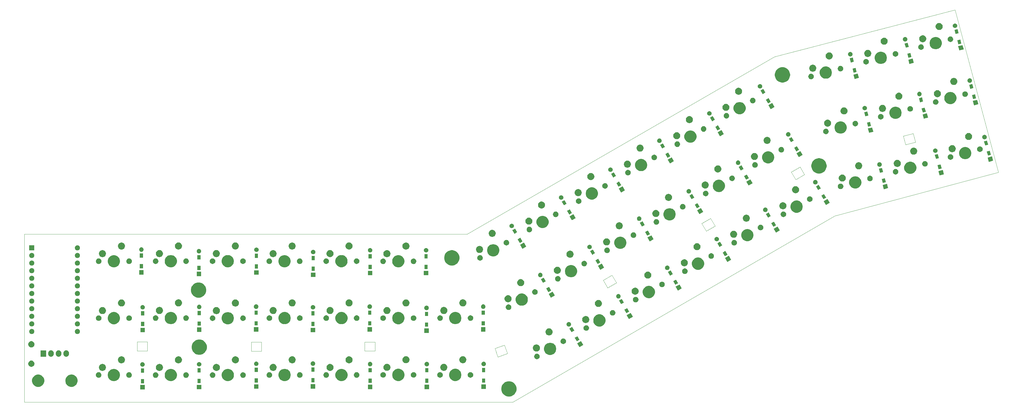
<source format=gbr>
G04 #@! TF.GenerationSoftware,KiCad,Pcbnew,(5.1.5)-3*
G04 #@! TF.CreationDate,2020-04-27T09:58:47+02:00*
G04 #@! TF.ProjectId,kopesh,6b6f7065-7368-42e6-9b69-6361645f7063,rev?*
G04 #@! TF.SameCoordinates,Original*
G04 #@! TF.FileFunction,Soldermask,Bot*
G04 #@! TF.FilePolarity,Negative*
%FSLAX46Y46*%
G04 Gerber Fmt 4.6, Leading zero omitted, Abs format (unit mm)*
G04 Created by KiCad (PCBNEW (5.1.5)-3) date 2020-04-27 09:58:47*
%MOMM*%
%LPD*%
G04 APERTURE LIST*
G04 #@! TA.AperFunction,Profile*
%ADD10C,0.050000*%
G04 #@! TD*
%ADD11C,0.150000*%
G04 APERTURE END LIST*
D10*
X69440229Y-196531557D02*
X69440226Y-193534357D01*
X72818428Y-196531558D02*
X69440229Y-196531557D01*
X72818426Y-193534356D02*
X72818428Y-196531558D01*
X69440226Y-193534357D02*
X72818426Y-193534356D01*
X107489424Y-196607756D02*
X107489427Y-193610556D01*
X110867626Y-196607757D02*
X107489424Y-196607756D01*
X110867627Y-193610556D02*
X110867626Y-196607757D01*
X107489427Y-193610556D02*
X110867627Y-193610556D01*
X145386224Y-196556958D02*
X145386228Y-193559757D01*
X148789826Y-196556959D02*
X145386224Y-196556958D01*
X148789827Y-193559757D02*
X148789826Y-196556959D01*
X145386228Y-193559757D02*
X148789827Y-193559757D01*
X188832520Y-195713634D02*
X189821786Y-198544695D01*
X193017498Y-197374225D02*
X189821786Y-198544695D01*
X192018936Y-194577866D02*
X193017498Y-197374225D01*
X188832520Y-195713634D02*
X192018936Y-194577866D01*
X226491949Y-175496081D02*
X224993353Y-172900431D01*
X229417563Y-173806981D02*
X226491949Y-175496081D01*
X227918959Y-171211331D02*
X229417563Y-173806981D01*
X224993353Y-172900431D02*
X227918959Y-171211331D01*
X259412234Y-156518881D02*
X257913635Y-153923227D01*
X262337841Y-154829778D02*
X259412234Y-156518881D01*
X260839241Y-152234127D02*
X262337841Y-154829778D01*
X257913635Y-153923227D02*
X260839241Y-152234127D01*
X289265627Y-139341671D02*
X287767025Y-136746022D01*
X292191234Y-137652574D02*
X289265627Y-139341671D01*
X290692632Y-135056921D02*
X292191234Y-137652574D01*
X287767025Y-136746022D02*
X290692632Y-135056921D01*
X325989562Y-127643968D02*
X325220410Y-124773429D01*
X329252656Y-126769623D02*
X325989562Y-127643968D01*
X328483498Y-123899082D02*
X329252656Y-126769623D01*
X325220410Y-124773429D02*
X328483498Y-123899082D01*
X356971845Y-136810892D02*
X342441844Y-82560896D01*
X302311841Y-151450895D02*
X356971845Y-136810892D01*
X194761842Y-213640900D02*
X302311841Y-151450895D01*
X31771846Y-213640890D02*
X194761842Y-213640900D01*
X31761843Y-157490889D02*
X31771846Y-213640890D01*
X179571848Y-157480897D02*
X31761843Y-157490889D01*
X282171845Y-98240897D02*
X179571848Y-157480897D01*
X342441844Y-82560896D02*
X282171845Y-98240897D01*
D11*
G36*
X194251573Y-206767621D02*
G01*
X194715825Y-206959920D01*
X194715827Y-206959921D01*
X195133643Y-207239097D01*
X195488966Y-207594420D01*
X195709097Y-207923869D01*
X195768143Y-208012238D01*
X195960442Y-208476490D01*
X196058475Y-208969335D01*
X196058475Y-209471841D01*
X195960442Y-209964686D01*
X195768143Y-210428938D01*
X195768142Y-210428940D01*
X195488966Y-210846756D01*
X195133643Y-211202079D01*
X194715827Y-211481255D01*
X194715826Y-211481256D01*
X194715825Y-211481256D01*
X194251573Y-211673555D01*
X193758728Y-211771588D01*
X193256222Y-211771588D01*
X192763377Y-211673555D01*
X192299125Y-211481256D01*
X192299124Y-211481256D01*
X192299123Y-211481255D01*
X191881307Y-211202079D01*
X191525984Y-210846756D01*
X191246808Y-210428940D01*
X191246807Y-210428938D01*
X191054508Y-209964686D01*
X190956475Y-209471841D01*
X190956475Y-208969335D01*
X191054508Y-208476490D01*
X191246807Y-208012238D01*
X191305853Y-207923869D01*
X191525984Y-207594420D01*
X191881307Y-207239097D01*
X192299123Y-206959921D01*
X192299125Y-206959920D01*
X192763377Y-206767621D01*
X193256222Y-206669588D01*
X193758728Y-206669588D01*
X194251573Y-206767621D01*
G37*
G36*
X71916492Y-209422869D02*
G01*
X70417492Y-209422869D01*
X70417492Y-207923869D01*
X71916492Y-207923869D01*
X71916492Y-209422869D01*
G37*
G36*
X90839499Y-209346672D02*
G01*
X89340499Y-209346672D01*
X89340499Y-207847672D01*
X90839499Y-207847672D01*
X90839499Y-209346672D01*
G37*
G36*
X166836292Y-209295876D02*
G01*
X165337292Y-209295876D01*
X165337292Y-207796876D01*
X166836292Y-207796876D01*
X166836292Y-209295876D01*
G37*
G36*
X147913295Y-209295873D02*
G01*
X146414295Y-209295873D01*
X146414295Y-207796873D01*
X147913295Y-207796873D01*
X147913295Y-209295873D01*
G37*
G36*
X185835491Y-209245075D02*
G01*
X184336491Y-209245075D01*
X184336491Y-207746075D01*
X185835491Y-207746075D01*
X185835491Y-209245075D01*
G37*
G36*
X109914898Y-209194273D02*
G01*
X108415898Y-209194273D01*
X108415898Y-207695273D01*
X109914898Y-207695273D01*
X109914898Y-209194273D01*
G37*
G36*
X128830338Y-209118070D02*
G01*
X127331338Y-209118070D01*
X127331338Y-207619070D01*
X128830338Y-207619070D01*
X128830338Y-209118070D01*
G37*
G36*
X48070854Y-204504418D02*
G01*
X48379096Y-204632096D01*
X48444113Y-204659027D01*
X48780036Y-204883484D01*
X49065716Y-205169164D01*
X49274284Y-205481307D01*
X49290174Y-205505089D01*
X49444782Y-205878346D01*
X49523600Y-206274593D01*
X49523600Y-206678607D01*
X49444782Y-207074854D01*
X49376750Y-207239097D01*
X49290173Y-207448113D01*
X49065716Y-207784036D01*
X48780036Y-208069716D01*
X48444113Y-208294173D01*
X48444112Y-208294174D01*
X48444111Y-208294174D01*
X48070854Y-208448782D01*
X47674607Y-208527600D01*
X47270593Y-208527600D01*
X46874346Y-208448782D01*
X46501089Y-208294174D01*
X46501088Y-208294174D01*
X46501087Y-208294173D01*
X46165164Y-208069716D01*
X45879484Y-207784036D01*
X45655027Y-207448113D01*
X45568450Y-207239097D01*
X45500418Y-207074854D01*
X45421600Y-206678607D01*
X45421600Y-206274593D01*
X45500418Y-205878346D01*
X45655026Y-205505089D01*
X45670917Y-205481307D01*
X45879484Y-205169164D01*
X46165164Y-204883484D01*
X46501087Y-204659027D01*
X46566104Y-204632096D01*
X46874346Y-204504418D01*
X47270593Y-204425600D01*
X47674607Y-204425600D01*
X48070854Y-204504418D01*
G37*
G36*
X36945654Y-204504418D02*
G01*
X37253896Y-204632096D01*
X37318913Y-204659027D01*
X37654836Y-204883484D01*
X37940516Y-205169164D01*
X38149084Y-205481307D01*
X38164974Y-205505089D01*
X38319582Y-205878346D01*
X38398400Y-206274593D01*
X38398400Y-206678607D01*
X38319582Y-207074854D01*
X38251550Y-207239097D01*
X38164973Y-207448113D01*
X37940516Y-207784036D01*
X37654836Y-208069716D01*
X37318913Y-208294173D01*
X37318912Y-208294174D01*
X37318911Y-208294174D01*
X36945654Y-208448782D01*
X36549407Y-208527600D01*
X36145393Y-208527600D01*
X35749146Y-208448782D01*
X35375889Y-208294174D01*
X35375888Y-208294174D01*
X35375887Y-208294173D01*
X35039964Y-208069716D01*
X34754284Y-207784036D01*
X34529827Y-207448113D01*
X34443250Y-207239097D01*
X34375218Y-207074854D01*
X34296400Y-206678607D01*
X34296400Y-206274593D01*
X34375218Y-205878346D01*
X34529826Y-205505089D01*
X34545717Y-205481307D01*
X34754284Y-205169164D01*
X35039964Y-204883484D01*
X35375887Y-204659027D01*
X35440904Y-204632096D01*
X35749146Y-204504418D01*
X36145393Y-204425600D01*
X36549407Y-204425600D01*
X36945654Y-204504418D01*
G37*
G36*
X71692992Y-207339369D02*
G01*
X70640992Y-207339369D01*
X70640992Y-205937369D01*
X71692992Y-205937369D01*
X71692992Y-207339369D01*
G37*
G36*
X90615999Y-207263172D02*
G01*
X89563999Y-207263172D01*
X89563999Y-205861172D01*
X90615999Y-205861172D01*
X90615999Y-207263172D01*
G37*
G36*
X166612792Y-207212376D02*
G01*
X165560792Y-207212376D01*
X165560792Y-205810376D01*
X166612792Y-205810376D01*
X166612792Y-207212376D01*
G37*
G36*
X147689795Y-207212373D02*
G01*
X146637795Y-207212373D01*
X146637795Y-205810373D01*
X147689795Y-205810373D01*
X147689795Y-207212373D01*
G37*
G36*
X185611991Y-207161575D02*
G01*
X184559991Y-207161575D01*
X184559991Y-205759575D01*
X185611991Y-205759575D01*
X185611991Y-207161575D01*
G37*
G36*
X109691398Y-207110773D02*
G01*
X108639398Y-207110773D01*
X108639398Y-205708773D01*
X109691398Y-205708773D01*
X109691398Y-207110773D01*
G37*
G36*
X128606838Y-207034570D02*
G01*
X127554838Y-207034570D01*
X127554838Y-205632570D01*
X128606838Y-205632570D01*
X128606838Y-207034570D01*
G37*
G36*
X100258324Y-202624576D02*
G01*
X100476324Y-202714875D01*
X100630473Y-202778725D01*
X100965398Y-203002515D01*
X101250227Y-203287344D01*
X101474017Y-203622269D01*
X101531183Y-203760281D01*
X101628166Y-203994418D01*
X101706750Y-204389486D01*
X101706750Y-204792298D01*
X101628166Y-205187366D01*
X101551895Y-205371501D01*
X101474017Y-205559515D01*
X101250227Y-205894440D01*
X100965398Y-206179269D01*
X100630473Y-206403059D01*
X100476324Y-206466909D01*
X100258324Y-206557208D01*
X99863256Y-206635792D01*
X99460444Y-206635792D01*
X99065376Y-206557208D01*
X98847376Y-206466909D01*
X98693227Y-206403059D01*
X98358302Y-206179269D01*
X98073473Y-205894440D01*
X97849683Y-205559515D01*
X97771805Y-205371501D01*
X97695534Y-205187366D01*
X97616950Y-204792298D01*
X97616950Y-204389486D01*
X97695534Y-203994418D01*
X97792517Y-203760281D01*
X97849683Y-203622269D01*
X98073473Y-203287344D01*
X98358302Y-203002515D01*
X98693227Y-202778725D01*
X98847376Y-202714875D01*
X99065376Y-202624576D01*
X99460444Y-202545992D01*
X99863256Y-202545992D01*
X100258324Y-202624576D01*
G37*
G36*
X81238316Y-202624571D02*
G01*
X81456316Y-202714870D01*
X81610465Y-202778720D01*
X81945390Y-203002510D01*
X82230219Y-203287339D01*
X82454009Y-203622264D01*
X82486404Y-203700473D01*
X82608158Y-203994413D01*
X82686742Y-204389481D01*
X82686742Y-204792293D01*
X82608158Y-205187361D01*
X82523598Y-205391506D01*
X82454009Y-205559510D01*
X82230219Y-205894435D01*
X81945390Y-206179264D01*
X81610465Y-206403054D01*
X81456316Y-206466904D01*
X81238316Y-206557203D01*
X80843248Y-206635787D01*
X80440436Y-206635787D01*
X80045368Y-206557203D01*
X79827368Y-206466904D01*
X79673219Y-206403054D01*
X79338294Y-206179264D01*
X79053465Y-205894435D01*
X78829675Y-205559510D01*
X78760086Y-205391506D01*
X78675526Y-205187361D01*
X78596942Y-204792293D01*
X78596942Y-204389481D01*
X78675526Y-203994413D01*
X78797280Y-203700473D01*
X78829675Y-203622264D01*
X79053465Y-203287339D01*
X79338294Y-203002510D01*
X79673219Y-202778720D01*
X79827368Y-202714870D01*
X80045368Y-202624571D01*
X80440436Y-202545987D01*
X80843248Y-202545987D01*
X81238316Y-202624571D01*
G37*
G36*
X138198317Y-202614576D02*
G01*
X138416317Y-202704875D01*
X138570466Y-202768725D01*
X138905391Y-202992515D01*
X139190220Y-203277344D01*
X139414010Y-203612269D01*
X139446405Y-203690478D01*
X139568159Y-203984418D01*
X139646743Y-204379486D01*
X139646743Y-204782298D01*
X139568159Y-205177366D01*
X139479459Y-205391506D01*
X139414010Y-205549515D01*
X139190220Y-205884440D01*
X138905391Y-206169269D01*
X138570466Y-206393059D01*
X138416317Y-206456909D01*
X138198317Y-206547208D01*
X137803249Y-206625792D01*
X137400437Y-206625792D01*
X137005369Y-206547208D01*
X136787369Y-206456909D01*
X136633220Y-206393059D01*
X136298295Y-206169269D01*
X136013466Y-205884440D01*
X135789676Y-205549515D01*
X135724227Y-205391506D01*
X135635527Y-205177366D01*
X135556943Y-204782298D01*
X135556943Y-204379486D01*
X135635527Y-203984418D01*
X135757281Y-203690478D01*
X135789676Y-203612269D01*
X136013466Y-203277344D01*
X136298295Y-202992515D01*
X136633220Y-202768725D01*
X136787369Y-202704875D01*
X137005369Y-202614576D01*
X137400437Y-202535992D01*
X137803249Y-202535992D01*
X138198317Y-202614576D01*
G37*
G36*
X62208320Y-202614572D02*
G01*
X62426320Y-202704871D01*
X62580469Y-202768721D01*
X62915394Y-202992511D01*
X63200223Y-203277340D01*
X63424013Y-203612265D01*
X63456408Y-203690474D01*
X63578162Y-203984414D01*
X63656746Y-204379482D01*
X63656746Y-204782294D01*
X63578162Y-205177362D01*
X63487863Y-205395362D01*
X63424013Y-205549511D01*
X63200223Y-205884436D01*
X62915394Y-206169265D01*
X62580469Y-206393055D01*
X62426320Y-206456905D01*
X62208320Y-206547204D01*
X61813252Y-206625788D01*
X61410440Y-206625788D01*
X61015372Y-206547204D01*
X60797372Y-206456905D01*
X60643223Y-206393055D01*
X60308298Y-206169265D01*
X60023469Y-205884436D01*
X59799679Y-205549511D01*
X59735829Y-205395362D01*
X59645530Y-205177362D01*
X59566946Y-204782294D01*
X59566946Y-204379482D01*
X59645530Y-203984414D01*
X59767284Y-203690474D01*
X59799679Y-203612265D01*
X60023469Y-203277340D01*
X60308298Y-202992511D01*
X60643223Y-202768721D01*
X60797372Y-202704871D01*
X61015372Y-202614572D01*
X61410440Y-202535988D01*
X61813252Y-202535988D01*
X62208320Y-202614572D01*
G37*
G36*
X119208322Y-202604579D02*
G01*
X119426322Y-202694878D01*
X119580471Y-202758728D01*
X119915396Y-202982518D01*
X120200225Y-203267347D01*
X120424015Y-203602272D01*
X120464693Y-203700478D01*
X120578164Y-203974421D01*
X120656748Y-204369489D01*
X120656748Y-204772301D01*
X120578164Y-205167369D01*
X120493610Y-205371501D01*
X120424015Y-205539518D01*
X120200225Y-205874443D01*
X119915396Y-206159272D01*
X119580471Y-206383062D01*
X119426322Y-206446912D01*
X119208322Y-206537211D01*
X118813254Y-206615795D01*
X118410442Y-206615795D01*
X118015374Y-206537211D01*
X117797374Y-206446912D01*
X117643225Y-206383062D01*
X117308300Y-206159272D01*
X117023471Y-205874443D01*
X116799681Y-205539518D01*
X116730086Y-205371501D01*
X116645532Y-205167369D01*
X116566948Y-204772301D01*
X116566948Y-204369489D01*
X116645532Y-203974421D01*
X116759003Y-203700478D01*
X116799681Y-203602272D01*
X117023471Y-203267347D01*
X117308300Y-202982518D01*
X117643225Y-202758728D01*
X117797374Y-202694878D01*
X118015374Y-202604579D01*
X118410442Y-202525995D01*
X118813254Y-202525995D01*
X119208322Y-202604579D01*
G37*
G36*
X176188321Y-202584574D02*
G01*
X176406321Y-202674873D01*
X176560470Y-202738723D01*
X176895395Y-202962513D01*
X177180224Y-203247342D01*
X177404014Y-203582267D01*
X177448836Y-203690477D01*
X177558163Y-203954416D01*
X177636747Y-204349484D01*
X177636747Y-204752296D01*
X177558163Y-205147364D01*
X177507298Y-205270162D01*
X177404014Y-205519513D01*
X177180224Y-205854438D01*
X176895395Y-206139267D01*
X176560470Y-206363057D01*
X176512173Y-206383062D01*
X176188321Y-206517206D01*
X175793253Y-206595790D01*
X175390441Y-206595790D01*
X174995373Y-206517206D01*
X174671521Y-206383062D01*
X174623224Y-206363057D01*
X174288299Y-206139267D01*
X174003470Y-205854438D01*
X173779680Y-205519513D01*
X173676396Y-205270162D01*
X173625531Y-205147364D01*
X173546947Y-204752296D01*
X173546947Y-204349484D01*
X173625531Y-203954416D01*
X173734858Y-203690477D01*
X173779680Y-203582267D01*
X174003470Y-203247342D01*
X174288299Y-202962513D01*
X174623224Y-202738723D01*
X174777373Y-202674873D01*
X174995373Y-202584574D01*
X175390441Y-202505990D01*
X175793253Y-202505990D01*
X176188321Y-202584574D01*
G37*
G36*
X157198315Y-202574577D02*
G01*
X157319025Y-202624577D01*
X157570464Y-202728726D01*
X157905389Y-202952516D01*
X158190218Y-203237345D01*
X158414008Y-203572270D01*
X158450544Y-203660476D01*
X158568157Y-203944419D01*
X158646741Y-204339487D01*
X158646741Y-204742299D01*
X158568157Y-205137367D01*
X158496584Y-205310159D01*
X158414008Y-205509516D01*
X158190218Y-205844441D01*
X157905389Y-206129270D01*
X157570464Y-206353060D01*
X157498032Y-206383062D01*
X157198315Y-206507209D01*
X156803247Y-206585793D01*
X156400435Y-206585793D01*
X156005367Y-206507209D01*
X155705650Y-206383062D01*
X155633218Y-206353060D01*
X155298293Y-206129270D01*
X155013464Y-205844441D01*
X154789674Y-205509516D01*
X154707098Y-205310159D01*
X154635525Y-205137367D01*
X154556941Y-204742299D01*
X154556941Y-204339487D01*
X154635525Y-203944419D01*
X154753138Y-203660476D01*
X154789674Y-203572270D01*
X155013464Y-203237345D01*
X155298293Y-202952516D01*
X155633218Y-202728726D01*
X155884657Y-202624577D01*
X156005367Y-202574577D01*
X156400435Y-202495993D01*
X156803247Y-202495993D01*
X157198315Y-202574577D01*
G37*
G36*
X105011954Y-203700477D02*
G01*
X105180476Y-203770281D01*
X105332141Y-203871620D01*
X105461122Y-204000601D01*
X105562461Y-204152266D01*
X105632265Y-204320788D01*
X105667850Y-204499689D01*
X105667850Y-204682095D01*
X105632265Y-204860996D01*
X105562461Y-205029518D01*
X105461122Y-205181183D01*
X105332141Y-205310164D01*
X105180476Y-205411503D01*
X105011954Y-205481307D01*
X104833053Y-205516892D01*
X104650647Y-205516892D01*
X104471746Y-205481307D01*
X104303224Y-205411503D01*
X104151559Y-205310164D01*
X104022578Y-205181183D01*
X103921239Y-205029518D01*
X103851435Y-204860996D01*
X103815850Y-204682095D01*
X103815850Y-204499689D01*
X103851435Y-204320788D01*
X103921239Y-204152266D01*
X104022578Y-204000601D01*
X104151559Y-203871620D01*
X104303224Y-203770281D01*
X104471746Y-203700477D01*
X104650647Y-203664892D01*
X104833053Y-203664892D01*
X105011954Y-203700477D01*
G37*
G36*
X94851954Y-203700477D02*
G01*
X95020476Y-203770281D01*
X95172141Y-203871620D01*
X95301122Y-204000601D01*
X95402461Y-204152266D01*
X95472265Y-204320788D01*
X95507850Y-204499689D01*
X95507850Y-204682095D01*
X95472265Y-204860996D01*
X95402461Y-205029518D01*
X95301122Y-205181183D01*
X95172141Y-205310164D01*
X95020476Y-205411503D01*
X94851954Y-205481307D01*
X94673053Y-205516892D01*
X94490647Y-205516892D01*
X94311746Y-205481307D01*
X94143224Y-205411503D01*
X93991559Y-205310164D01*
X93862578Y-205181183D01*
X93761239Y-205029518D01*
X93691435Y-204860996D01*
X93655850Y-204682095D01*
X93655850Y-204499689D01*
X93691435Y-204320788D01*
X93761239Y-204152266D01*
X93862578Y-204000601D01*
X93991559Y-203871620D01*
X94143224Y-203770281D01*
X94311746Y-203700477D01*
X94490647Y-203664892D01*
X94673053Y-203664892D01*
X94851954Y-203700477D01*
G37*
G36*
X75831946Y-203700472D02*
G01*
X76000468Y-203770276D01*
X76152133Y-203871615D01*
X76281114Y-204000596D01*
X76382453Y-204152261D01*
X76452257Y-204320783D01*
X76487842Y-204499684D01*
X76487842Y-204682090D01*
X76452257Y-204860991D01*
X76382453Y-205029513D01*
X76281114Y-205181178D01*
X76152133Y-205310159D01*
X76000468Y-205411498D01*
X75831946Y-205481302D01*
X75653045Y-205516887D01*
X75470639Y-205516887D01*
X75291738Y-205481302D01*
X75123216Y-205411498D01*
X74971551Y-205310159D01*
X74842570Y-205181178D01*
X74741231Y-205029513D01*
X74671427Y-204860991D01*
X74635842Y-204682090D01*
X74635842Y-204499684D01*
X74671427Y-204320783D01*
X74741231Y-204152261D01*
X74842570Y-204000596D01*
X74971551Y-203871615D01*
X75123216Y-203770276D01*
X75291738Y-203700472D01*
X75470639Y-203664887D01*
X75653045Y-203664887D01*
X75831946Y-203700472D01*
G37*
G36*
X85991946Y-203700472D02*
G01*
X86160468Y-203770276D01*
X86312133Y-203871615D01*
X86441114Y-204000596D01*
X86542453Y-204152261D01*
X86612257Y-204320783D01*
X86647842Y-204499684D01*
X86647842Y-204682090D01*
X86612257Y-204860991D01*
X86542453Y-205029513D01*
X86441114Y-205181178D01*
X86312133Y-205310159D01*
X86160468Y-205411498D01*
X85991946Y-205481302D01*
X85813045Y-205516887D01*
X85630639Y-205516887D01*
X85451738Y-205481302D01*
X85283216Y-205411498D01*
X85131551Y-205310159D01*
X85002570Y-205181178D01*
X84901231Y-205029513D01*
X84831427Y-204860991D01*
X84795842Y-204682090D01*
X84795842Y-204499684D01*
X84831427Y-204320783D01*
X84901231Y-204152261D01*
X85002570Y-204000596D01*
X85131551Y-203871615D01*
X85283216Y-203770276D01*
X85451738Y-203700472D01*
X85630639Y-203664887D01*
X85813045Y-203664887D01*
X85991946Y-203700472D01*
G37*
G36*
X142951947Y-203690477D02*
G01*
X143120469Y-203760281D01*
X143272134Y-203861620D01*
X143401115Y-203990601D01*
X143502454Y-204142266D01*
X143572258Y-204310788D01*
X143607843Y-204489689D01*
X143607843Y-204672095D01*
X143572258Y-204850996D01*
X143502454Y-205019518D01*
X143401115Y-205171183D01*
X143272134Y-205300164D01*
X143120469Y-205401503D01*
X142951947Y-205471307D01*
X142773046Y-205506892D01*
X142590640Y-205506892D01*
X142411739Y-205471307D01*
X142243217Y-205401503D01*
X142091552Y-205300164D01*
X141962571Y-205171183D01*
X141861232Y-205019518D01*
X141791428Y-204850996D01*
X141755843Y-204672095D01*
X141755843Y-204489689D01*
X141791428Y-204310788D01*
X141861232Y-204142266D01*
X141962571Y-203990601D01*
X142091552Y-203861620D01*
X142243217Y-203760281D01*
X142411739Y-203690477D01*
X142590640Y-203654892D01*
X142773046Y-203654892D01*
X142951947Y-203690477D01*
G37*
G36*
X132791947Y-203690477D02*
G01*
X132960469Y-203760281D01*
X133112134Y-203861620D01*
X133241115Y-203990601D01*
X133342454Y-204142266D01*
X133412258Y-204310788D01*
X133447843Y-204489689D01*
X133447843Y-204672095D01*
X133412258Y-204850996D01*
X133342454Y-205019518D01*
X133241115Y-205171183D01*
X133112134Y-205300164D01*
X132960469Y-205401503D01*
X132791947Y-205471307D01*
X132613046Y-205506892D01*
X132430640Y-205506892D01*
X132251739Y-205471307D01*
X132083217Y-205401503D01*
X131931552Y-205300164D01*
X131802571Y-205171183D01*
X131701232Y-205019518D01*
X131631428Y-204850996D01*
X131595843Y-204672095D01*
X131595843Y-204489689D01*
X131631428Y-204310788D01*
X131701232Y-204142266D01*
X131802571Y-203990601D01*
X131931552Y-203861620D01*
X132083217Y-203760281D01*
X132251739Y-203690477D01*
X132430640Y-203654892D01*
X132613046Y-203654892D01*
X132791947Y-203690477D01*
G37*
G36*
X66961950Y-203690473D02*
G01*
X67130472Y-203760277D01*
X67282137Y-203861616D01*
X67411118Y-203990597D01*
X67512457Y-204142262D01*
X67582261Y-204310784D01*
X67617846Y-204489685D01*
X67617846Y-204672091D01*
X67582261Y-204850992D01*
X67512457Y-205019514D01*
X67411118Y-205171179D01*
X67282137Y-205300160D01*
X67130472Y-205401499D01*
X66961950Y-205471303D01*
X66783049Y-205506888D01*
X66600643Y-205506888D01*
X66421742Y-205471303D01*
X66253220Y-205401499D01*
X66101555Y-205300160D01*
X65972574Y-205171179D01*
X65871235Y-205019514D01*
X65801431Y-204850992D01*
X65765846Y-204672091D01*
X65765846Y-204489685D01*
X65801431Y-204310784D01*
X65871235Y-204142262D01*
X65972574Y-203990597D01*
X66101555Y-203861616D01*
X66253220Y-203760277D01*
X66421742Y-203690473D01*
X66600643Y-203654888D01*
X66783049Y-203654888D01*
X66961950Y-203690473D01*
G37*
G36*
X56801950Y-203690473D02*
G01*
X56970472Y-203760277D01*
X57122137Y-203861616D01*
X57251118Y-203990597D01*
X57352457Y-204142262D01*
X57422261Y-204310784D01*
X57457846Y-204489685D01*
X57457846Y-204672091D01*
X57422261Y-204850992D01*
X57352457Y-205019514D01*
X57251118Y-205171179D01*
X57122137Y-205300160D01*
X56970472Y-205401499D01*
X56801950Y-205471303D01*
X56623049Y-205506888D01*
X56440643Y-205506888D01*
X56261742Y-205471303D01*
X56093220Y-205401499D01*
X55941555Y-205300160D01*
X55812574Y-205171179D01*
X55711235Y-205019514D01*
X55641431Y-204850992D01*
X55605846Y-204672091D01*
X55605846Y-204489685D01*
X55641431Y-204310784D01*
X55711235Y-204142262D01*
X55812574Y-203990597D01*
X55941555Y-203861616D01*
X56093220Y-203760277D01*
X56261742Y-203690473D01*
X56440643Y-203654888D01*
X56623049Y-203654888D01*
X56801950Y-203690473D01*
G37*
G36*
X113801952Y-203680480D02*
G01*
X113970474Y-203750284D01*
X114122139Y-203851623D01*
X114251120Y-203980604D01*
X114352459Y-204132269D01*
X114422263Y-204300791D01*
X114457848Y-204479692D01*
X114457848Y-204662098D01*
X114422263Y-204840999D01*
X114352459Y-205009521D01*
X114251120Y-205161186D01*
X114122139Y-205290167D01*
X113970474Y-205391506D01*
X113801952Y-205461310D01*
X113623051Y-205496895D01*
X113440645Y-205496895D01*
X113261744Y-205461310D01*
X113093222Y-205391506D01*
X112941557Y-205290167D01*
X112812576Y-205161186D01*
X112711237Y-205009521D01*
X112641433Y-204840999D01*
X112605848Y-204662098D01*
X112605848Y-204479692D01*
X112641433Y-204300791D01*
X112711237Y-204132269D01*
X112812576Y-203980604D01*
X112941557Y-203851623D01*
X113093222Y-203750284D01*
X113261744Y-203680480D01*
X113440645Y-203644895D01*
X113623051Y-203644895D01*
X113801952Y-203680480D01*
G37*
G36*
X123961952Y-203680480D02*
G01*
X124130474Y-203750284D01*
X124282139Y-203851623D01*
X124411120Y-203980604D01*
X124512459Y-204132269D01*
X124582263Y-204300791D01*
X124617848Y-204479692D01*
X124617848Y-204662098D01*
X124582263Y-204840999D01*
X124512459Y-205009521D01*
X124411120Y-205161186D01*
X124282139Y-205290167D01*
X124130474Y-205391506D01*
X123961952Y-205461310D01*
X123783051Y-205496895D01*
X123600645Y-205496895D01*
X123421744Y-205461310D01*
X123253222Y-205391506D01*
X123101557Y-205290167D01*
X122972576Y-205161186D01*
X122871237Y-205009521D01*
X122801433Y-204840999D01*
X122765848Y-204662098D01*
X122765848Y-204479692D01*
X122801433Y-204300791D01*
X122871237Y-204132269D01*
X122972576Y-203980604D01*
X123101557Y-203851623D01*
X123253222Y-203750284D01*
X123421744Y-203680480D01*
X123600645Y-203644895D01*
X123783051Y-203644895D01*
X123961952Y-203680480D01*
G37*
G36*
X180941951Y-203660475D02*
G01*
X181110473Y-203730279D01*
X181262138Y-203831618D01*
X181391119Y-203960599D01*
X181492458Y-204112264D01*
X181562262Y-204280786D01*
X181597847Y-204459687D01*
X181597847Y-204642093D01*
X181562262Y-204820994D01*
X181492458Y-204989516D01*
X181391119Y-205141181D01*
X181262138Y-205270162D01*
X181110473Y-205371501D01*
X180941951Y-205441305D01*
X180763050Y-205476890D01*
X180580644Y-205476890D01*
X180401743Y-205441305D01*
X180233221Y-205371501D01*
X180081556Y-205270162D01*
X179952575Y-205141181D01*
X179851236Y-204989516D01*
X179781432Y-204820994D01*
X179745847Y-204642093D01*
X179745847Y-204459687D01*
X179781432Y-204280786D01*
X179851236Y-204112264D01*
X179952575Y-203960599D01*
X180081556Y-203831618D01*
X180233221Y-203730279D01*
X180401743Y-203660475D01*
X180580644Y-203624890D01*
X180763050Y-203624890D01*
X180941951Y-203660475D01*
G37*
G36*
X170781951Y-203660475D02*
G01*
X170950473Y-203730279D01*
X171102138Y-203831618D01*
X171231119Y-203960599D01*
X171332458Y-204112264D01*
X171402262Y-204280786D01*
X171437847Y-204459687D01*
X171437847Y-204642093D01*
X171402262Y-204820994D01*
X171332458Y-204989516D01*
X171231119Y-205141181D01*
X171102138Y-205270162D01*
X170950473Y-205371501D01*
X170781951Y-205441305D01*
X170603050Y-205476890D01*
X170420644Y-205476890D01*
X170241743Y-205441305D01*
X170073221Y-205371501D01*
X169921556Y-205270162D01*
X169792575Y-205141181D01*
X169691236Y-204989516D01*
X169621432Y-204820994D01*
X169585847Y-204642093D01*
X169585847Y-204459687D01*
X169621432Y-204280786D01*
X169691236Y-204112264D01*
X169792575Y-203960599D01*
X169921556Y-203831618D01*
X170073221Y-203730279D01*
X170241743Y-203660475D01*
X170420644Y-203624890D01*
X170603050Y-203624890D01*
X170781951Y-203660475D01*
G37*
G36*
X161951945Y-203650478D02*
G01*
X162120467Y-203720282D01*
X162272132Y-203821621D01*
X162401113Y-203950602D01*
X162502452Y-204102267D01*
X162572256Y-204270789D01*
X162607841Y-204449690D01*
X162607841Y-204632096D01*
X162572256Y-204810997D01*
X162502452Y-204979519D01*
X162401113Y-205131184D01*
X162272132Y-205260165D01*
X162120467Y-205361504D01*
X161951945Y-205431308D01*
X161773044Y-205466893D01*
X161590638Y-205466893D01*
X161411737Y-205431308D01*
X161243215Y-205361504D01*
X161091550Y-205260165D01*
X160962569Y-205131184D01*
X160861230Y-204979519D01*
X160791426Y-204810997D01*
X160755841Y-204632096D01*
X160755841Y-204449690D01*
X160791426Y-204270789D01*
X160861230Y-204102267D01*
X160962569Y-203950602D01*
X161091550Y-203821621D01*
X161243215Y-203720282D01*
X161411737Y-203650478D01*
X161590638Y-203614893D01*
X161773044Y-203614893D01*
X161951945Y-203650478D01*
G37*
G36*
X151791945Y-203650478D02*
G01*
X151960467Y-203720282D01*
X152112132Y-203821621D01*
X152241113Y-203950602D01*
X152342452Y-204102267D01*
X152412256Y-204270789D01*
X152447841Y-204449690D01*
X152447841Y-204632096D01*
X152412256Y-204810997D01*
X152342452Y-204979519D01*
X152241113Y-205131184D01*
X152112132Y-205260165D01*
X151960467Y-205361504D01*
X151791945Y-205431308D01*
X151613044Y-205466893D01*
X151430638Y-205466893D01*
X151251737Y-205431308D01*
X151083215Y-205361504D01*
X150931550Y-205260165D01*
X150802569Y-205131184D01*
X150701230Y-204979519D01*
X150631426Y-204810997D01*
X150595841Y-204632096D01*
X150595841Y-204449690D01*
X150631426Y-204270789D01*
X150701230Y-204102267D01*
X150802569Y-203950602D01*
X150931550Y-203821621D01*
X151083215Y-203720282D01*
X151251737Y-203650478D01*
X151430638Y-203614893D01*
X151613044Y-203614893D01*
X151791945Y-203650478D01*
G37*
G36*
X71692992Y-203789369D02*
G01*
X70640992Y-203789369D01*
X70640992Y-202387369D01*
X71692992Y-202387369D01*
X71692992Y-203789369D01*
G37*
G36*
X90615999Y-203713172D02*
G01*
X89563999Y-203713172D01*
X89563999Y-202311172D01*
X90615999Y-202311172D01*
X90615999Y-203713172D01*
G37*
G36*
X166612792Y-203662376D02*
G01*
X165560792Y-203662376D01*
X165560792Y-202260376D01*
X166612792Y-202260376D01*
X166612792Y-203662376D01*
G37*
G36*
X147689795Y-203662373D02*
G01*
X146637795Y-203662373D01*
X146637795Y-202260373D01*
X147689795Y-202260373D01*
X147689795Y-203662373D01*
G37*
G36*
X185611991Y-203611575D02*
G01*
X184559991Y-203611575D01*
X184559991Y-202209575D01*
X185611991Y-202209575D01*
X185611991Y-203611575D01*
G37*
G36*
X109691398Y-203560773D02*
G01*
X108639398Y-203560773D01*
X108639398Y-202158773D01*
X109691398Y-202158773D01*
X109691398Y-203560773D01*
G37*
G36*
X128606838Y-203484570D02*
G01*
X127554838Y-203484570D01*
X127554838Y-202082570D01*
X128606838Y-202082570D01*
X128606838Y-203484570D01*
G37*
G36*
X96043410Y-200889956D02*
G01*
X96194877Y-200920085D01*
X96408895Y-201008734D01*
X96408896Y-201008735D01*
X96601504Y-201137431D01*
X96765311Y-201301238D01*
X96834074Y-201404149D01*
X96894008Y-201493847D01*
X96982657Y-201707865D01*
X97012786Y-201859332D01*
X97023873Y-201915069D01*
X97027850Y-201935066D01*
X97027850Y-202166718D01*
X96982657Y-202393919D01*
X96894008Y-202607937D01*
X96889574Y-202614573D01*
X96765311Y-202800546D01*
X96601504Y-202964353D01*
X96544390Y-203002515D01*
X96408895Y-203093050D01*
X96194877Y-203181699D01*
X96068208Y-203206895D01*
X95967677Y-203226892D01*
X95736023Y-203226892D01*
X95635492Y-203206895D01*
X95508823Y-203181699D01*
X95294805Y-203093050D01*
X95159310Y-203002515D01*
X95102196Y-202964353D01*
X94938389Y-202800546D01*
X94814126Y-202614573D01*
X94809692Y-202607937D01*
X94721043Y-202393919D01*
X94675850Y-202166718D01*
X94675850Y-201935066D01*
X94679828Y-201915069D01*
X94690914Y-201859332D01*
X94721043Y-201707865D01*
X94809692Y-201493847D01*
X94869626Y-201404149D01*
X94938389Y-201301238D01*
X95102196Y-201137431D01*
X95294804Y-201008735D01*
X95294805Y-201008734D01*
X95508823Y-200920085D01*
X95660290Y-200889956D01*
X95736023Y-200874892D01*
X95967677Y-200874892D01*
X96043410Y-200889956D01*
G37*
G36*
X77023402Y-200889951D02*
G01*
X77174869Y-200920080D01*
X77388887Y-201008729D01*
X77440765Y-201043393D01*
X77581496Y-201137426D01*
X77745303Y-201301233D01*
X77749714Y-201307835D01*
X77874000Y-201493842D01*
X77962649Y-201707860D01*
X78007842Y-201935061D01*
X78007842Y-202166713D01*
X77962649Y-202393914D01*
X77874000Y-202607932D01*
X77869560Y-202614577D01*
X77745303Y-202800541D01*
X77581496Y-202964348D01*
X77463710Y-203043050D01*
X77388887Y-203093045D01*
X77174869Y-203181694D01*
X77023402Y-203211823D01*
X76947669Y-203226887D01*
X76716015Y-203226887D01*
X76640282Y-203211823D01*
X76488815Y-203181694D01*
X76274797Y-203093045D01*
X76199974Y-203043050D01*
X76082188Y-202964348D01*
X75918381Y-202800541D01*
X75794124Y-202614577D01*
X75789684Y-202607932D01*
X75701035Y-202393914D01*
X75655842Y-202166713D01*
X75655842Y-201935061D01*
X75701035Y-201707860D01*
X75789684Y-201493842D01*
X75913970Y-201307835D01*
X75918381Y-201301233D01*
X76082188Y-201137426D01*
X76222919Y-201043393D01*
X76274797Y-201008729D01*
X76488815Y-200920080D01*
X76640282Y-200889951D01*
X76716015Y-200874887D01*
X76947669Y-200874887D01*
X77023402Y-200889951D01*
G37*
G36*
X133983403Y-200879956D02*
G01*
X134134870Y-200910085D01*
X134348888Y-200998734D01*
X134413092Y-201041634D01*
X134541497Y-201127431D01*
X134705304Y-201291238D01*
X134746806Y-201353351D01*
X134834001Y-201483847D01*
X134922650Y-201697865D01*
X134947065Y-201820610D01*
X134965855Y-201915069D01*
X134967843Y-201925066D01*
X134967843Y-202156718D01*
X134922650Y-202383919D01*
X134834001Y-202597937D01*
X134791101Y-202662141D01*
X134705304Y-202790546D01*
X134541497Y-202954353D01*
X134469417Y-203002515D01*
X134348888Y-203083050D01*
X134134870Y-203171699D01*
X133983403Y-203201828D01*
X133907670Y-203216892D01*
X133676016Y-203216892D01*
X133600283Y-203201828D01*
X133448816Y-203171699D01*
X133234798Y-203083050D01*
X133114269Y-203002515D01*
X133042189Y-202954353D01*
X132878382Y-202790546D01*
X132792585Y-202662141D01*
X132749685Y-202597937D01*
X132661036Y-202383919D01*
X132615843Y-202156718D01*
X132615843Y-201925066D01*
X132617832Y-201915069D01*
X132636621Y-201820610D01*
X132661036Y-201697865D01*
X132749685Y-201483847D01*
X132836880Y-201353351D01*
X132878382Y-201291238D01*
X133042189Y-201127431D01*
X133170594Y-201041634D01*
X133234798Y-200998734D01*
X133448816Y-200910085D01*
X133600283Y-200879956D01*
X133676016Y-200864892D01*
X133907670Y-200864892D01*
X133983403Y-200879956D01*
G37*
G36*
X57967966Y-200874892D02*
G01*
X58144873Y-200910081D01*
X58358891Y-200998730D01*
X58373857Y-201008730D01*
X58551500Y-201127427D01*
X58715307Y-201291234D01*
X58726399Y-201307835D01*
X58844004Y-201483843D01*
X58932653Y-201697861D01*
X58934642Y-201707860D01*
X58977846Y-201925061D01*
X58977846Y-202156715D01*
X58975857Y-202166713D01*
X58932653Y-202383915D01*
X58844004Y-202597933D01*
X58826201Y-202624577D01*
X58715307Y-202790542D01*
X58551500Y-202954349D01*
X58479414Y-203002515D01*
X58358891Y-203083046D01*
X58144873Y-203171695D01*
X57993406Y-203201824D01*
X57917673Y-203216888D01*
X57686019Y-203216888D01*
X57610286Y-203201824D01*
X57458819Y-203171695D01*
X57244801Y-203083046D01*
X57124278Y-203002515D01*
X57052192Y-202954349D01*
X56888385Y-202790542D01*
X56777491Y-202624577D01*
X56759688Y-202597933D01*
X56671039Y-202383915D01*
X56627835Y-202166713D01*
X56625846Y-202156715D01*
X56625846Y-201925061D01*
X56669050Y-201707860D01*
X56671039Y-201697861D01*
X56759688Y-201483843D01*
X56877293Y-201307835D01*
X56888385Y-201291234D01*
X57052192Y-201127427D01*
X57229835Y-201008730D01*
X57244801Y-200998730D01*
X57458819Y-200910081D01*
X57635726Y-200874892D01*
X57686019Y-200864888D01*
X57917673Y-200864888D01*
X57967966Y-200874892D01*
G37*
G36*
X114993408Y-200869959D02*
G01*
X115144875Y-200900088D01*
X115358893Y-200988737D01*
X115388822Y-201008735D01*
X115551502Y-201117434D01*
X115715309Y-201281241D01*
X115763491Y-201353351D01*
X115844006Y-201473850D01*
X115932655Y-201687868D01*
X115943300Y-201741384D01*
X115977848Y-201915068D01*
X115977848Y-202146722D01*
X115973870Y-202166719D01*
X115932655Y-202373922D01*
X115844006Y-202587940D01*
X115819526Y-202624577D01*
X115715309Y-202780549D01*
X115551502Y-202944356D01*
X115423097Y-203030153D01*
X115358893Y-203073053D01*
X115144875Y-203161702D01*
X115018246Y-203186890D01*
X114917675Y-203206895D01*
X114686021Y-203206895D01*
X114585450Y-203186890D01*
X114458821Y-203161702D01*
X114244803Y-203073053D01*
X114180599Y-203030153D01*
X114052194Y-202944356D01*
X113888387Y-202780549D01*
X113784170Y-202624577D01*
X113759690Y-202587940D01*
X113671041Y-202373922D01*
X113629826Y-202166719D01*
X113625848Y-202146722D01*
X113625848Y-201915068D01*
X113660396Y-201741384D01*
X113671041Y-201687868D01*
X113759690Y-201473850D01*
X113840205Y-201353351D01*
X113888387Y-201281241D01*
X114052194Y-201117434D01*
X114214874Y-201008735D01*
X114244803Y-200988737D01*
X114458821Y-200900088D01*
X114610288Y-200869959D01*
X114686021Y-200854895D01*
X114917675Y-200854895D01*
X114993408Y-200869959D01*
G37*
G36*
X171973407Y-200849954D02*
G01*
X172124874Y-200880083D01*
X172338892Y-200968732D01*
X172403096Y-201011632D01*
X172531501Y-201097429D01*
X172695308Y-201261236D01*
X172722033Y-201301233D01*
X172824005Y-201453845D01*
X172912654Y-201667863D01*
X172920610Y-201707860D01*
X172957847Y-201895063D01*
X172957847Y-202126717D01*
X172949891Y-202166713D01*
X172912654Y-202353917D01*
X172824005Y-202567935D01*
X172797280Y-202607932D01*
X172695308Y-202760544D01*
X172531501Y-202924351D01*
X172429492Y-202992511D01*
X172338892Y-203053048D01*
X172124874Y-203141697D01*
X171974064Y-203171695D01*
X171897674Y-203186890D01*
X171666020Y-203186890D01*
X171589630Y-203171695D01*
X171438820Y-203141697D01*
X171224802Y-203053048D01*
X171134202Y-202992511D01*
X171032193Y-202924351D01*
X170868386Y-202760544D01*
X170766414Y-202607932D01*
X170739689Y-202567935D01*
X170651040Y-202353917D01*
X170613803Y-202166713D01*
X170605847Y-202126717D01*
X170605847Y-201895063D01*
X170643084Y-201707860D01*
X170651040Y-201667863D01*
X170739689Y-201453845D01*
X170841661Y-201301233D01*
X170868386Y-201261236D01*
X171032193Y-201097429D01*
X171160598Y-201011632D01*
X171224802Y-200968732D01*
X171438820Y-200880083D01*
X171590287Y-200849954D01*
X171666020Y-200834890D01*
X171897674Y-200834890D01*
X171973407Y-200849954D01*
G37*
G36*
X152983401Y-200839957D02*
G01*
X153134868Y-200870086D01*
X153348886Y-200958735D01*
X153408750Y-200998735D01*
X153541495Y-201087432D01*
X153705302Y-201251239D01*
X153743118Y-201307835D01*
X153833999Y-201443848D01*
X153922648Y-201657866D01*
X153945762Y-201774067D01*
X153967841Y-201885066D01*
X153967841Y-202116720D01*
X153965852Y-202126717D01*
X153922648Y-202343920D01*
X153833999Y-202557938D01*
X153807275Y-202597933D01*
X153705302Y-202750547D01*
X153541495Y-202914354D01*
X153439480Y-202982518D01*
X153348886Y-203043051D01*
X153134868Y-203131700D01*
X152984037Y-203161702D01*
X152907668Y-203176893D01*
X152676014Y-203176893D01*
X152599645Y-203161702D01*
X152448814Y-203131700D01*
X152234796Y-203043051D01*
X152144202Y-202982518D01*
X152042187Y-202914354D01*
X151878380Y-202750547D01*
X151776407Y-202597933D01*
X151749683Y-202557938D01*
X151661034Y-202343920D01*
X151617830Y-202126717D01*
X151615841Y-202116720D01*
X151615841Y-201885066D01*
X151637920Y-201774067D01*
X151661034Y-201657866D01*
X151749683Y-201443848D01*
X151840564Y-201307835D01*
X151878380Y-201251239D01*
X152042187Y-201087432D01*
X152174932Y-200998735D01*
X152234796Y-200958735D01*
X152448814Y-200870086D01*
X152600281Y-200839957D01*
X152676014Y-200824893D01*
X152907668Y-200824893D01*
X152983401Y-200839957D01*
G37*
G36*
X34367964Y-199799389D02*
G01*
X34499611Y-199853919D01*
X34559235Y-199878616D01*
X34731373Y-199993635D01*
X34877765Y-200140027D01*
X34987241Y-200303869D01*
X34992785Y-200312167D01*
X35072011Y-200503436D01*
X35112400Y-200706484D01*
X35112400Y-200913516D01*
X35072011Y-201116564D01*
X34995517Y-201301238D01*
X34992784Y-201307835D01*
X34877765Y-201479973D01*
X34731373Y-201626365D01*
X34559235Y-201741384D01*
X34559234Y-201741385D01*
X34559233Y-201741385D01*
X34367964Y-201820611D01*
X34164916Y-201861000D01*
X33957884Y-201861000D01*
X33754836Y-201820611D01*
X33563567Y-201741385D01*
X33563566Y-201741385D01*
X33563565Y-201741384D01*
X33391427Y-201626365D01*
X33245035Y-201479973D01*
X33130016Y-201307835D01*
X33127283Y-201301238D01*
X33050789Y-201116564D01*
X33010400Y-200913516D01*
X33010400Y-200706484D01*
X33050789Y-200503436D01*
X33130015Y-200312167D01*
X33135560Y-200303869D01*
X33245035Y-200140027D01*
X33391427Y-199993635D01*
X33563565Y-199878616D01*
X33623189Y-199853919D01*
X33754836Y-199799389D01*
X33957884Y-199759000D01*
X34164916Y-199759000D01*
X34367964Y-199799389D01*
G37*
G36*
X71261417Y-200307968D02*
G01*
X71385613Y-200332671D01*
X71522014Y-200389170D01*
X71644771Y-200471194D01*
X71749167Y-200575590D01*
X71831191Y-200698347D01*
X71887690Y-200834748D01*
X71902674Y-200910081D01*
X71916492Y-200979549D01*
X71916492Y-201127189D01*
X71912950Y-201144994D01*
X71887690Y-201271990D01*
X71831191Y-201408391D01*
X71749167Y-201531148D01*
X71644771Y-201635544D01*
X71522014Y-201717568D01*
X71385613Y-201774067D01*
X71261417Y-201798770D01*
X71240812Y-201802869D01*
X71093172Y-201802869D01*
X71072567Y-201798770D01*
X70948371Y-201774067D01*
X70811970Y-201717568D01*
X70689213Y-201635544D01*
X70584817Y-201531148D01*
X70502793Y-201408391D01*
X70446294Y-201271990D01*
X70421034Y-201144994D01*
X70417492Y-201127189D01*
X70417492Y-200979549D01*
X70431310Y-200910081D01*
X70446294Y-200834748D01*
X70502793Y-200698347D01*
X70584817Y-200575590D01*
X70689213Y-200471194D01*
X70811970Y-200389170D01*
X70948371Y-200332671D01*
X71072567Y-200307968D01*
X71093172Y-200303869D01*
X71240812Y-200303869D01*
X71261417Y-200307968D01*
G37*
G36*
X90184424Y-200231771D02*
G01*
X90308620Y-200256474D01*
X90445021Y-200312973D01*
X90567778Y-200394997D01*
X90672174Y-200499393D01*
X90754198Y-200622150D01*
X90810697Y-200758551D01*
X90839499Y-200903353D01*
X90839499Y-201050991D01*
X90810697Y-201195793D01*
X90754198Y-201332194D01*
X90672174Y-201454951D01*
X90567778Y-201559347D01*
X90445021Y-201641371D01*
X90308620Y-201697870D01*
X90184424Y-201722573D01*
X90163819Y-201726672D01*
X90016179Y-201726672D01*
X89995574Y-201722573D01*
X89871378Y-201697870D01*
X89734977Y-201641371D01*
X89612220Y-201559347D01*
X89507824Y-201454951D01*
X89425800Y-201332194D01*
X89369301Y-201195793D01*
X89340499Y-201050991D01*
X89340499Y-200903353D01*
X89369301Y-200758551D01*
X89425800Y-200622150D01*
X89507824Y-200499393D01*
X89612220Y-200394997D01*
X89734977Y-200312973D01*
X89871378Y-200256474D01*
X89995574Y-200231771D01*
X90016179Y-200227672D01*
X90163819Y-200227672D01*
X90184424Y-200231771D01*
G37*
G36*
X166181217Y-200180975D02*
G01*
X166305413Y-200205678D01*
X166441814Y-200262177D01*
X166564571Y-200344201D01*
X166668967Y-200448597D01*
X166750991Y-200571354D01*
X166807490Y-200707755D01*
X166826187Y-200801755D01*
X166836292Y-200852554D01*
X166836292Y-201000195D01*
X166807490Y-201144997D01*
X166750991Y-201281398D01*
X166668967Y-201404155D01*
X166564571Y-201508551D01*
X166441814Y-201590575D01*
X166305413Y-201647074D01*
X166181217Y-201671777D01*
X166160612Y-201675876D01*
X166012972Y-201675876D01*
X165992367Y-201671777D01*
X165868171Y-201647074D01*
X165731770Y-201590575D01*
X165609013Y-201508551D01*
X165504617Y-201404155D01*
X165422593Y-201281398D01*
X165366094Y-201144997D01*
X165337292Y-201000195D01*
X165337292Y-200852557D01*
X165337293Y-200852554D01*
X165347397Y-200801755D01*
X165366094Y-200707755D01*
X165422593Y-200571354D01*
X165504617Y-200448597D01*
X165609013Y-200344201D01*
X165731770Y-200262177D01*
X165868171Y-200205678D01*
X165992367Y-200180975D01*
X166012972Y-200176876D01*
X166160612Y-200176876D01*
X166181217Y-200180975D01*
G37*
G36*
X147258220Y-200180972D02*
G01*
X147382416Y-200205675D01*
X147518817Y-200262174D01*
X147641574Y-200344198D01*
X147745970Y-200448594D01*
X147827994Y-200571351D01*
X147884493Y-200707752D01*
X147903191Y-200801756D01*
X147913295Y-200852553D01*
X147913295Y-201000193D01*
X147913294Y-201000196D01*
X147884493Y-201144994D01*
X147827994Y-201281395D01*
X147745970Y-201404152D01*
X147641574Y-201508548D01*
X147518817Y-201590572D01*
X147382416Y-201647071D01*
X147258220Y-201671774D01*
X147237615Y-201675873D01*
X147089975Y-201675873D01*
X147069370Y-201671774D01*
X146945174Y-201647071D01*
X146808773Y-201590572D01*
X146686016Y-201508548D01*
X146581620Y-201404152D01*
X146499596Y-201281395D01*
X146443097Y-201144994D01*
X146414296Y-201000196D01*
X146414295Y-201000193D01*
X146414295Y-200852553D01*
X146424399Y-200801756D01*
X146443097Y-200707752D01*
X146499596Y-200571351D01*
X146581620Y-200448594D01*
X146686016Y-200344198D01*
X146808773Y-200262174D01*
X146945174Y-200205675D01*
X147069370Y-200180972D01*
X147089975Y-200176873D01*
X147237615Y-200176873D01*
X147258220Y-200180972D01*
G37*
G36*
X185180416Y-200130174D02*
G01*
X185304612Y-200154877D01*
X185441013Y-200211376D01*
X185563770Y-200293400D01*
X185668166Y-200397796D01*
X185750190Y-200520553D01*
X185806689Y-200656954D01*
X185835491Y-200801756D01*
X185835491Y-200949394D01*
X185806689Y-201094196D01*
X185750190Y-201230597D01*
X185668166Y-201353354D01*
X185563770Y-201457750D01*
X185441013Y-201539774D01*
X185304612Y-201596273D01*
X185180416Y-201620976D01*
X185159811Y-201625075D01*
X185012171Y-201625075D01*
X184991566Y-201620976D01*
X184867370Y-201596273D01*
X184730969Y-201539774D01*
X184608212Y-201457750D01*
X184503816Y-201353354D01*
X184421792Y-201230597D01*
X184365293Y-201094196D01*
X184336491Y-200949394D01*
X184336491Y-200801756D01*
X184365293Y-200656954D01*
X184421792Y-200520553D01*
X184503816Y-200397796D01*
X184608212Y-200293400D01*
X184730969Y-200211376D01*
X184867370Y-200154877D01*
X184991566Y-200130174D01*
X185012171Y-200126075D01*
X185159811Y-200126075D01*
X185180416Y-200130174D01*
G37*
G36*
X109259823Y-200079372D02*
G01*
X109384019Y-200104075D01*
X109520420Y-200160574D01*
X109643177Y-200242598D01*
X109747573Y-200346994D01*
X109829597Y-200469751D01*
X109886096Y-200606152D01*
X109910799Y-200730348D01*
X109914898Y-200750953D01*
X109914898Y-200898593D01*
X109913951Y-200903352D01*
X109886096Y-201043394D01*
X109829597Y-201179795D01*
X109747573Y-201302552D01*
X109643177Y-201406948D01*
X109520420Y-201488972D01*
X109384019Y-201545471D01*
X109259823Y-201570174D01*
X109239218Y-201574273D01*
X109091578Y-201574273D01*
X109070973Y-201570174D01*
X108946777Y-201545471D01*
X108810376Y-201488972D01*
X108687619Y-201406948D01*
X108583223Y-201302552D01*
X108501199Y-201179795D01*
X108444700Y-201043394D01*
X108416845Y-200903352D01*
X108415898Y-200898593D01*
X108415898Y-200750953D01*
X108419997Y-200730348D01*
X108444700Y-200606152D01*
X108501199Y-200469751D01*
X108583223Y-200346994D01*
X108687619Y-200242598D01*
X108810376Y-200160574D01*
X108946777Y-200104075D01*
X109070973Y-200079372D01*
X109091578Y-200075273D01*
X109239218Y-200075273D01*
X109259823Y-200079372D01*
G37*
G36*
X128175263Y-200003169D02*
G01*
X128299459Y-200027872D01*
X128435860Y-200084371D01*
X128558617Y-200166395D01*
X128663013Y-200270791D01*
X128745037Y-200393548D01*
X128801536Y-200529949D01*
X128822808Y-200636893D01*
X128830338Y-200674750D01*
X128830338Y-200822390D01*
X128826239Y-200842995D01*
X128801536Y-200967191D01*
X128745037Y-201103592D01*
X128663013Y-201226349D01*
X128558617Y-201330745D01*
X128435860Y-201412769D01*
X128299459Y-201469268D01*
X128175918Y-201493841D01*
X128154658Y-201498070D01*
X128007018Y-201498070D01*
X127985758Y-201493841D01*
X127862217Y-201469268D01*
X127725816Y-201412769D01*
X127603059Y-201330745D01*
X127498663Y-201226349D01*
X127416639Y-201103592D01*
X127360140Y-200967191D01*
X127335437Y-200842995D01*
X127331338Y-200822390D01*
X127331338Y-200674750D01*
X127338868Y-200636893D01*
X127360140Y-200529949D01*
X127416639Y-200393548D01*
X127498663Y-200270791D01*
X127603059Y-200166395D01*
X127725816Y-200084371D01*
X127862217Y-200027872D01*
X127986413Y-200003169D01*
X128007018Y-199999070D01*
X128154658Y-199999070D01*
X128175263Y-200003169D01*
G37*
G36*
X102393410Y-198349956D02*
G01*
X102544877Y-198380085D01*
X102758895Y-198468734D01*
X102758896Y-198468735D01*
X102951504Y-198597431D01*
X103115311Y-198761238D01*
X103154252Y-198819518D01*
X103244008Y-198953847D01*
X103332657Y-199167865D01*
X103332657Y-199167867D01*
X103373873Y-199375069D01*
X103377850Y-199395066D01*
X103377850Y-199626718D01*
X103332657Y-199853919D01*
X103244008Y-200067937D01*
X103205161Y-200126075D01*
X103115311Y-200260546D01*
X102951504Y-200424353D01*
X102883556Y-200469754D01*
X102758895Y-200553050D01*
X102544877Y-200641699D01*
X102418208Y-200666895D01*
X102317677Y-200686892D01*
X102086023Y-200686892D01*
X101985492Y-200666895D01*
X101858823Y-200641699D01*
X101644805Y-200553050D01*
X101520144Y-200469754D01*
X101452196Y-200424353D01*
X101288389Y-200260546D01*
X101198539Y-200126075D01*
X101159692Y-200067937D01*
X101071043Y-199853919D01*
X101025850Y-199626718D01*
X101025850Y-199395066D01*
X101029828Y-199375069D01*
X101071043Y-199167867D01*
X101071043Y-199167865D01*
X101159692Y-198953847D01*
X101249448Y-198819518D01*
X101288389Y-198761238D01*
X101452196Y-198597431D01*
X101644804Y-198468735D01*
X101644805Y-198468734D01*
X101858823Y-198380085D01*
X102010290Y-198349956D01*
X102086023Y-198334892D01*
X102317677Y-198334892D01*
X102393410Y-198349956D01*
G37*
G36*
X83373402Y-198349951D02*
G01*
X83524869Y-198380080D01*
X83738887Y-198468729D01*
X83803091Y-198511629D01*
X83931496Y-198597426D01*
X84095303Y-198761233D01*
X84181100Y-198889638D01*
X84224000Y-198953842D01*
X84312649Y-199167860D01*
X84357842Y-199395061D01*
X84357842Y-199626713D01*
X84312649Y-199853914D01*
X84224000Y-200067932D01*
X84223996Y-200067938D01*
X84095303Y-200260541D01*
X83931496Y-200424348D01*
X83819183Y-200499393D01*
X83738887Y-200553045D01*
X83524869Y-200641694D01*
X83373402Y-200671823D01*
X83297669Y-200686887D01*
X83066015Y-200686887D01*
X82990282Y-200671823D01*
X82838815Y-200641694D01*
X82624797Y-200553045D01*
X82544501Y-200499393D01*
X82432188Y-200424348D01*
X82268381Y-200260541D01*
X82139688Y-200067938D01*
X82139684Y-200067932D01*
X82051035Y-199853914D01*
X82005842Y-199626713D01*
X82005842Y-199395061D01*
X82051035Y-199167860D01*
X82139684Y-198953842D01*
X82182584Y-198889638D01*
X82268381Y-198761233D01*
X82432188Y-198597426D01*
X82560593Y-198511629D01*
X82624797Y-198468729D01*
X82838815Y-198380080D01*
X82990282Y-198349951D01*
X83066015Y-198334887D01*
X83297669Y-198334887D01*
X83373402Y-198349951D01*
G37*
G36*
X140333403Y-198339956D02*
G01*
X140484870Y-198370085D01*
X140698888Y-198458734D01*
X140718884Y-198472095D01*
X140891497Y-198587431D01*
X141055304Y-198751238D01*
X141100926Y-198819517D01*
X141184001Y-198943847D01*
X141272650Y-199157865D01*
X141281330Y-199201503D01*
X141315855Y-199375069D01*
X141317843Y-199385066D01*
X141317843Y-199616718D01*
X141272650Y-199843919D01*
X141184001Y-200057937D01*
X141172417Y-200075273D01*
X141055304Y-200250546D01*
X140891497Y-200414353D01*
X140808583Y-200469754D01*
X140698888Y-200543050D01*
X140484870Y-200631699D01*
X140357904Y-200656954D01*
X140257670Y-200676892D01*
X140026016Y-200676892D01*
X139925782Y-200656954D01*
X139798816Y-200631699D01*
X139584798Y-200543050D01*
X139475103Y-200469754D01*
X139392189Y-200414353D01*
X139228382Y-200250546D01*
X139111269Y-200075273D01*
X139099685Y-200057937D01*
X139011036Y-199843919D01*
X138965843Y-199616718D01*
X138965843Y-199385066D01*
X138967832Y-199375069D01*
X139002356Y-199201503D01*
X139011036Y-199157865D01*
X139099685Y-198943847D01*
X139182760Y-198819517D01*
X139228382Y-198751238D01*
X139392189Y-198587431D01*
X139564802Y-198472095D01*
X139584798Y-198458734D01*
X139798816Y-198370085D01*
X139950283Y-198339956D01*
X140026016Y-198324892D01*
X140257670Y-198324892D01*
X140333403Y-198339956D01*
G37*
G36*
X64317966Y-198334892D02*
G01*
X64494873Y-198370081D01*
X64708891Y-198458730D01*
X64723857Y-198468730D01*
X64901500Y-198587427D01*
X65065307Y-198751234D01*
X65151104Y-198879639D01*
X65194004Y-198943843D01*
X65282653Y-199157861D01*
X65327846Y-199385062D01*
X65327846Y-199616714D01*
X65282653Y-199843915D01*
X65194004Y-200057933D01*
X65163173Y-200104075D01*
X65065307Y-200250542D01*
X64901500Y-200414349D01*
X64818580Y-200469754D01*
X64708891Y-200543046D01*
X64494873Y-200631695D01*
X64367887Y-200656954D01*
X64267673Y-200676888D01*
X64036019Y-200676888D01*
X63935805Y-200656954D01*
X63808819Y-200631695D01*
X63594801Y-200543046D01*
X63485112Y-200469754D01*
X63402192Y-200414349D01*
X63238385Y-200250542D01*
X63140519Y-200104075D01*
X63109688Y-200057933D01*
X63021039Y-199843915D01*
X62975846Y-199616714D01*
X62975846Y-199385062D01*
X63021039Y-199157861D01*
X63109688Y-198943843D01*
X63152588Y-198879639D01*
X63238385Y-198751234D01*
X63402192Y-198587427D01*
X63579835Y-198468730D01*
X63594801Y-198458730D01*
X63808819Y-198370081D01*
X63985726Y-198334892D01*
X64036019Y-198324888D01*
X64267673Y-198324888D01*
X64317966Y-198334892D01*
G37*
G36*
X121343408Y-198329959D02*
G01*
X121494875Y-198360088D01*
X121708893Y-198448737D01*
X121773097Y-198491637D01*
X121901502Y-198577434D01*
X122065309Y-198741241D01*
X122117611Y-198819517D01*
X122194006Y-198933850D01*
X122282655Y-199147868D01*
X122307208Y-199271306D01*
X122327848Y-199375068D01*
X122327848Y-199606722D01*
X122323870Y-199626719D01*
X122282655Y-199833922D01*
X122194006Y-200047940D01*
X122169663Y-200084371D01*
X122065309Y-200240549D01*
X121901502Y-200404356D01*
X121801471Y-200471194D01*
X121708893Y-200533053D01*
X121494875Y-200621702D01*
X121368246Y-200646890D01*
X121267675Y-200666895D01*
X121036021Y-200666895D01*
X120935450Y-200646890D01*
X120808821Y-200621702D01*
X120594803Y-200533053D01*
X120502225Y-200471194D01*
X120402194Y-200404356D01*
X120238387Y-200240549D01*
X120134033Y-200084371D01*
X120109690Y-200047940D01*
X120021041Y-199833922D01*
X119979826Y-199626719D01*
X119975848Y-199606722D01*
X119975848Y-199375068D01*
X119996488Y-199271306D01*
X120021041Y-199147868D01*
X120109690Y-198933850D01*
X120186085Y-198819517D01*
X120238387Y-198741241D01*
X120402194Y-198577434D01*
X120530599Y-198491637D01*
X120594803Y-198448737D01*
X120808821Y-198360088D01*
X120960288Y-198329959D01*
X121036021Y-198314895D01*
X121267675Y-198314895D01*
X121343408Y-198329959D01*
G37*
G36*
X178323407Y-198309954D02*
G01*
X178474874Y-198340083D01*
X178688892Y-198428732D01*
X178753096Y-198471632D01*
X178881501Y-198557429D01*
X179045308Y-198721236D01*
X179131105Y-198849641D01*
X179174005Y-198913845D01*
X179262654Y-199127863D01*
X179268622Y-199157867D01*
X179305859Y-199345067D01*
X179307847Y-199355064D01*
X179307847Y-199586716D01*
X179262654Y-199813917D01*
X179174005Y-200027935D01*
X179147280Y-200067932D01*
X179045308Y-200220544D01*
X178881501Y-200384351D01*
X178785345Y-200448600D01*
X178688892Y-200513048D01*
X178474874Y-200601697D01*
X178324064Y-200631695D01*
X178247674Y-200646890D01*
X178016020Y-200646890D01*
X177939630Y-200631695D01*
X177788820Y-200601697D01*
X177574802Y-200513048D01*
X177478349Y-200448600D01*
X177382193Y-200384351D01*
X177218386Y-200220544D01*
X177116414Y-200067932D01*
X177089689Y-200027935D01*
X177001040Y-199813917D01*
X176955847Y-199586716D01*
X176955847Y-199355064D01*
X176957836Y-199345067D01*
X176995072Y-199157867D01*
X177001040Y-199127863D01*
X177089689Y-198913845D01*
X177132589Y-198849641D01*
X177218386Y-198721236D01*
X177382193Y-198557429D01*
X177510598Y-198471632D01*
X177574802Y-198428732D01*
X177788820Y-198340083D01*
X177940287Y-198309954D01*
X178016020Y-198294890D01*
X178247674Y-198294890D01*
X178323407Y-198309954D01*
G37*
G36*
X159333401Y-198299957D02*
G01*
X159484868Y-198330086D01*
X159698886Y-198418735D01*
X159758750Y-198458735D01*
X159891495Y-198547432D01*
X160055302Y-198711239D01*
X160088710Y-198761238D01*
X160183999Y-198903848D01*
X160272648Y-199117866D01*
X160282592Y-199167860D01*
X160317841Y-199345066D01*
X160317841Y-199576720D01*
X160315852Y-199586717D01*
X160272648Y-199803920D01*
X160183999Y-200017938D01*
X160157275Y-200057933D01*
X160055302Y-200210547D01*
X159891495Y-200374354D01*
X159763090Y-200460151D01*
X159698886Y-200503051D01*
X159484868Y-200591700D01*
X159334037Y-200621702D01*
X159257668Y-200636893D01*
X159026014Y-200636893D01*
X158949645Y-200621702D01*
X158798814Y-200591700D01*
X158584796Y-200503051D01*
X158520592Y-200460151D01*
X158392187Y-200374354D01*
X158228380Y-200210547D01*
X158126407Y-200057933D01*
X158099683Y-200017938D01*
X158011034Y-199803920D01*
X157967830Y-199586717D01*
X157965841Y-199576720D01*
X157965841Y-199345066D01*
X158001090Y-199167860D01*
X158011034Y-199117866D01*
X158099683Y-198903848D01*
X158194972Y-198761238D01*
X158228380Y-198711239D01*
X158392187Y-198547432D01*
X158524932Y-198458735D01*
X158584796Y-198418735D01*
X158798814Y-198330086D01*
X158950281Y-198299957D01*
X159026014Y-198284893D01*
X159257668Y-198284893D01*
X159333401Y-198299957D01*
G37*
G36*
X203132547Y-197490477D02*
G01*
X203301069Y-197560281D01*
X203452734Y-197661620D01*
X203581715Y-197790601D01*
X203683054Y-197942266D01*
X203752858Y-198110788D01*
X203788443Y-198289689D01*
X203788443Y-198472095D01*
X203752858Y-198650996D01*
X203683054Y-198819518D01*
X203581715Y-198971183D01*
X203452734Y-199100164D01*
X203301069Y-199201503D01*
X203132547Y-199271307D01*
X202953646Y-199306892D01*
X202771240Y-199306892D01*
X202592339Y-199271307D01*
X202423817Y-199201503D01*
X202272152Y-199100164D01*
X202143171Y-198971183D01*
X202041832Y-198819518D01*
X201972028Y-198650996D01*
X201936443Y-198472095D01*
X201936443Y-198289689D01*
X201972028Y-198110788D01*
X202041832Y-197942266D01*
X202143171Y-197790601D01*
X202272152Y-197661620D01*
X202423817Y-197560281D01*
X202592339Y-197490477D01*
X202771240Y-197454892D01*
X202953646Y-197454892D01*
X203132547Y-197490477D01*
G37*
G36*
X45879664Y-196341442D02*
G01*
X45895764Y-196343028D01*
X46068430Y-196395406D01*
X46227561Y-196480463D01*
X46367041Y-196594930D01*
X46481508Y-196734409D01*
X46566565Y-196893540D01*
X46618943Y-197066207D01*
X46632197Y-197200776D01*
X46632197Y-197590771D01*
X46626062Y-197653059D01*
X46618943Y-197725341D01*
X46617846Y-197728956D01*
X46566565Y-197898008D01*
X46481508Y-198057139D01*
X46367041Y-198196618D01*
X46227562Y-198311085D01*
X46068431Y-198396142D01*
X45895765Y-198448520D01*
X45893551Y-198448738D01*
X45716197Y-198466206D01*
X45552730Y-198450106D01*
X45536630Y-198448520D01*
X45363964Y-198396142D01*
X45204833Y-198311085D01*
X45065354Y-198196618D01*
X44950886Y-198057139D01*
X44865829Y-197898008D01*
X44833247Y-197790601D01*
X44813451Y-197725342D01*
X44806332Y-197653059D01*
X44800197Y-197590772D01*
X44800197Y-197200777D01*
X44813451Y-197066208D01*
X44813452Y-197066206D01*
X44839640Y-196979875D01*
X44865829Y-196893541D01*
X44950886Y-196734410D01*
X45065353Y-196594930D01*
X45204832Y-196480463D01*
X45363963Y-196395406D01*
X45536629Y-196343028D01*
X45552729Y-196341442D01*
X45716197Y-196325342D01*
X45879664Y-196341442D01*
G37*
G36*
X43339664Y-196341442D02*
G01*
X43355764Y-196343028D01*
X43528430Y-196395406D01*
X43687561Y-196480463D01*
X43827041Y-196594930D01*
X43941508Y-196734409D01*
X44026565Y-196893540D01*
X44078943Y-197066207D01*
X44092197Y-197200776D01*
X44092197Y-197590771D01*
X44086062Y-197653059D01*
X44078943Y-197725341D01*
X44077846Y-197728956D01*
X44026565Y-197898008D01*
X43941508Y-198057139D01*
X43827041Y-198196618D01*
X43687562Y-198311085D01*
X43528431Y-198396142D01*
X43355765Y-198448520D01*
X43353551Y-198448738D01*
X43176197Y-198466206D01*
X43012730Y-198450106D01*
X42996630Y-198448520D01*
X42823964Y-198396142D01*
X42664833Y-198311085D01*
X42525354Y-198196618D01*
X42410886Y-198057139D01*
X42325829Y-197898008D01*
X42293247Y-197790601D01*
X42273451Y-197725342D01*
X42266332Y-197653059D01*
X42260197Y-197590772D01*
X42260197Y-197200777D01*
X42273451Y-197066208D01*
X42273452Y-197066206D01*
X42299640Y-196979875D01*
X42325829Y-196893541D01*
X42410886Y-196734410D01*
X42525353Y-196594930D01*
X42664832Y-196480463D01*
X42823963Y-196395406D01*
X42996629Y-196343028D01*
X43012729Y-196341442D01*
X43176197Y-196325342D01*
X43339664Y-196341442D01*
G37*
G36*
X40799664Y-196341442D02*
G01*
X40815764Y-196343028D01*
X40988430Y-196395406D01*
X41147561Y-196480463D01*
X41287041Y-196594930D01*
X41401508Y-196734409D01*
X41486565Y-196893540D01*
X41538943Y-197066207D01*
X41552197Y-197200776D01*
X41552197Y-197590771D01*
X41546062Y-197653059D01*
X41538943Y-197725341D01*
X41537846Y-197728956D01*
X41486565Y-197898008D01*
X41401508Y-198057139D01*
X41287041Y-198196618D01*
X41147562Y-198311085D01*
X40988431Y-198396142D01*
X40815765Y-198448520D01*
X40813551Y-198448738D01*
X40636197Y-198466206D01*
X40472730Y-198450106D01*
X40456630Y-198448520D01*
X40283964Y-198396142D01*
X40124833Y-198311085D01*
X39985354Y-198196618D01*
X39870886Y-198057139D01*
X39785829Y-197898008D01*
X39753247Y-197790601D01*
X39733451Y-197725342D01*
X39726332Y-197653059D01*
X39720197Y-197590772D01*
X39720197Y-197200777D01*
X39733451Y-197066208D01*
X39733452Y-197066206D01*
X39759640Y-196979875D01*
X39785829Y-196893541D01*
X39870886Y-196734410D01*
X39985353Y-196594930D01*
X40124832Y-196480463D01*
X40283963Y-196395406D01*
X40456629Y-196343028D01*
X40472729Y-196341442D01*
X40636197Y-196325342D01*
X40799664Y-196341442D01*
G37*
G36*
X39012197Y-198461774D02*
G01*
X37180197Y-198461774D01*
X37180197Y-196329774D01*
X39012197Y-196329774D01*
X39012197Y-198461774D01*
G37*
G36*
X207858326Y-193874576D02*
G01*
X208066414Y-193960769D01*
X208230475Y-194028725D01*
X208565400Y-194252515D01*
X208850229Y-194537344D01*
X209074019Y-194872269D01*
X209074019Y-194872270D01*
X209228168Y-195244418D01*
X209306752Y-195639486D01*
X209306752Y-196042298D01*
X209228168Y-196437366D01*
X209208711Y-196484339D01*
X209074019Y-196809515D01*
X208850229Y-197144440D01*
X208565400Y-197429269D01*
X208230475Y-197653059D01*
X208209804Y-197661621D01*
X207858326Y-197807208D01*
X207463258Y-197885792D01*
X207060446Y-197885792D01*
X206665378Y-197807208D01*
X206313900Y-197661621D01*
X206293229Y-197653059D01*
X205958304Y-197429269D01*
X205673475Y-197144440D01*
X205449685Y-196809515D01*
X205314993Y-196484339D01*
X205295536Y-196437366D01*
X205216952Y-196042298D01*
X205216952Y-195639486D01*
X205295536Y-195244418D01*
X205449685Y-194872270D01*
X205449685Y-194872269D01*
X205673475Y-194537344D01*
X205958304Y-194252515D01*
X206293229Y-194028725D01*
X206457290Y-193960769D01*
X206665378Y-193874576D01*
X207060446Y-193795992D01*
X207463258Y-193795992D01*
X207858326Y-193874576D01*
G37*
G36*
X90873578Y-192823022D02*
G01*
X91337830Y-193015321D01*
X91337832Y-193015322D01*
X91755648Y-193294498D01*
X92110971Y-193649821D01*
X92390147Y-194067637D01*
X92390148Y-194067639D01*
X92582447Y-194531891D01*
X92680480Y-195024736D01*
X92680480Y-195527242D01*
X92582447Y-196020087D01*
X92426985Y-196395406D01*
X92390147Y-196484341D01*
X92110971Y-196902157D01*
X91755648Y-197257480D01*
X91337832Y-197536656D01*
X91337831Y-197536657D01*
X91337830Y-197536657D01*
X90873578Y-197728956D01*
X90380733Y-197826989D01*
X89878227Y-197826989D01*
X89385382Y-197728956D01*
X88921130Y-197536657D01*
X88921129Y-197536657D01*
X88921128Y-197536656D01*
X88503312Y-197257480D01*
X88147989Y-196902157D01*
X87868813Y-196484341D01*
X87831975Y-196395406D01*
X87676513Y-196020087D01*
X87578480Y-195527242D01*
X87578480Y-195024736D01*
X87676513Y-194531891D01*
X87868812Y-194067639D01*
X87868813Y-194067637D01*
X88147989Y-193649821D01*
X88503312Y-193294498D01*
X88921128Y-193015322D01*
X88921130Y-193015321D01*
X89385382Y-192823022D01*
X89878227Y-192724989D01*
X90380733Y-192724989D01*
X90873578Y-192823022D01*
G37*
G36*
X202883855Y-194385251D02*
G01*
X203035322Y-194415380D01*
X203249340Y-194504029D01*
X203291037Y-194531890D01*
X203441949Y-194632726D01*
X203605756Y-194796533D01*
X203691553Y-194924938D01*
X203734453Y-194989142D01*
X203823102Y-195203160D01*
X203868295Y-195430361D01*
X203868295Y-195662013D01*
X203823102Y-195889214D01*
X203734453Y-196103232D01*
X203734452Y-196103233D01*
X203605756Y-196295841D01*
X203441949Y-196459648D01*
X203313544Y-196545445D01*
X203249340Y-196588345D01*
X203035322Y-196676994D01*
X202883855Y-196707123D01*
X202808122Y-196722187D01*
X202576468Y-196722187D01*
X202500735Y-196707123D01*
X202349268Y-196676994D01*
X202135250Y-196588345D01*
X202071046Y-196545445D01*
X201942641Y-196459648D01*
X201778834Y-196295841D01*
X201650138Y-196103233D01*
X201650137Y-196103232D01*
X201561488Y-195889214D01*
X201516295Y-195662013D01*
X201516295Y-195430361D01*
X201561488Y-195203160D01*
X201650137Y-194989142D01*
X201693037Y-194924938D01*
X201778834Y-194796533D01*
X201942641Y-194632726D01*
X202093553Y-194531890D01*
X202135250Y-194504029D01*
X202349268Y-194415380D01*
X202500735Y-194385251D01*
X202576468Y-194370187D01*
X202808122Y-194370187D01*
X202883855Y-194385251D01*
G37*
G36*
X34367964Y-193299389D02*
G01*
X34559233Y-193378615D01*
X34559235Y-193378616D01*
X34731373Y-193493635D01*
X34877765Y-193640027D01*
X34981978Y-193795992D01*
X34992785Y-193812167D01*
X35072011Y-194003436D01*
X35112400Y-194206484D01*
X35112400Y-194413516D01*
X35072011Y-194616564D01*
X34992785Y-194807833D01*
X34992784Y-194807835D01*
X34877765Y-194979973D01*
X34731373Y-195126365D01*
X34559235Y-195241384D01*
X34559234Y-195241385D01*
X34559233Y-195241385D01*
X34367964Y-195320611D01*
X34164916Y-195361000D01*
X33957884Y-195361000D01*
X33754836Y-195320611D01*
X33563567Y-195241385D01*
X33563566Y-195241385D01*
X33563565Y-195241384D01*
X33391427Y-195126365D01*
X33245035Y-194979973D01*
X33130016Y-194807835D01*
X33130015Y-194807833D01*
X33050789Y-194616564D01*
X33010400Y-194413516D01*
X33010400Y-194206484D01*
X33050789Y-194003436D01*
X33130015Y-193812167D01*
X33140823Y-193795992D01*
X33245035Y-193640027D01*
X33391427Y-193493635D01*
X33563565Y-193378616D01*
X33563567Y-193378615D01*
X33754836Y-193299389D01*
X33957884Y-193259000D01*
X34164916Y-193259000D01*
X34367964Y-193299389D01*
G37*
G36*
X218344763Y-194509441D02*
G01*
X217046590Y-195258942D01*
X216297089Y-193960769D01*
X217595262Y-193211268D01*
X218344763Y-194509441D01*
G37*
G36*
X211931365Y-192410477D02*
G01*
X212099887Y-192480281D01*
X212251552Y-192581620D01*
X212380533Y-192710601D01*
X212481872Y-192862266D01*
X212551676Y-193030788D01*
X212587261Y-193209689D01*
X212587261Y-193392095D01*
X212551676Y-193570996D01*
X212481872Y-193739518D01*
X212380533Y-193891183D01*
X212251552Y-194020164D01*
X212099887Y-194121503D01*
X211931365Y-194191307D01*
X211752464Y-194226892D01*
X211570058Y-194226892D01*
X211391157Y-194191307D01*
X211222635Y-194121503D01*
X211070970Y-194020164D01*
X210941989Y-193891183D01*
X210840650Y-193739518D01*
X210770846Y-193570996D01*
X210735261Y-193392095D01*
X210735261Y-193209689D01*
X210770846Y-193030788D01*
X210840650Y-192862266D01*
X210941989Y-192710601D01*
X211070970Y-192581620D01*
X211222635Y-192480281D01*
X211391157Y-192410477D01*
X211570058Y-192374892D01*
X211752464Y-192374892D01*
X211931365Y-192410477D01*
G37*
G36*
X217109456Y-192816827D02*
G01*
X216765654Y-193015321D01*
X216198397Y-193342827D01*
X216198396Y-193342827D01*
X215497396Y-192128659D01*
X215952926Y-191865659D01*
X216408455Y-191602659D01*
X216408456Y-191602659D01*
X217109456Y-192816827D01*
G37*
G36*
X207113117Y-189010547D02*
G01*
X207264584Y-189040676D01*
X207478602Y-189129325D01*
X207478603Y-189129326D01*
X207671211Y-189258022D01*
X207835018Y-189421829D01*
X207867992Y-189471179D01*
X207963715Y-189614438D01*
X208052364Y-189828456D01*
X208052364Y-189828458D01*
X208097557Y-190055656D01*
X208097557Y-190287310D01*
X208095695Y-190296671D01*
X208052364Y-190514510D01*
X207963715Y-190728528D01*
X207963714Y-190728529D01*
X207835018Y-190921137D01*
X207671211Y-191084944D01*
X207542806Y-191170741D01*
X207478602Y-191213641D01*
X207264584Y-191302290D01*
X207113117Y-191332419D01*
X207037384Y-191347483D01*
X206805730Y-191347483D01*
X206729997Y-191332419D01*
X206578530Y-191302290D01*
X206364512Y-191213641D01*
X206300308Y-191170741D01*
X206171903Y-191084944D01*
X206008096Y-190921137D01*
X205879400Y-190728529D01*
X205879399Y-190728528D01*
X205790750Y-190514510D01*
X205747419Y-190296671D01*
X205745557Y-190287310D01*
X205745557Y-190055656D01*
X205790750Y-189828458D01*
X205790750Y-189828456D01*
X205879399Y-189614438D01*
X205975122Y-189471179D01*
X206008096Y-189421829D01*
X206171903Y-189258022D01*
X206364511Y-189129326D01*
X206364512Y-189129325D01*
X206578530Y-189040676D01*
X206729997Y-189010547D01*
X206805730Y-188995483D01*
X207037384Y-188995483D01*
X207113117Y-189010547D01*
G37*
G36*
X34450673Y-189223348D02*
G01*
X34605545Y-189287498D01*
X34744926Y-189380630D01*
X34863460Y-189499164D01*
X34956592Y-189638545D01*
X35020742Y-189793417D01*
X35053445Y-189957829D01*
X35053445Y-190125461D01*
X35020742Y-190289873D01*
X34956592Y-190444745D01*
X34863460Y-190584126D01*
X34744926Y-190702660D01*
X34605545Y-190795792D01*
X34450673Y-190859942D01*
X34286261Y-190892645D01*
X34118629Y-190892645D01*
X33954217Y-190859942D01*
X33799345Y-190795792D01*
X33659964Y-190702660D01*
X33541430Y-190584126D01*
X33448298Y-190444745D01*
X33384148Y-190289873D01*
X33351445Y-190125461D01*
X33351445Y-189957829D01*
X33384148Y-189793417D01*
X33448298Y-189638545D01*
X33541430Y-189499164D01*
X33659964Y-189380630D01*
X33799345Y-189287498D01*
X33954217Y-189223348D01*
X34118629Y-189190645D01*
X34286261Y-189190645D01*
X34450673Y-189223348D01*
G37*
G36*
X49690673Y-189223348D02*
G01*
X49845545Y-189287498D01*
X49984926Y-189380630D01*
X50103460Y-189499164D01*
X50196592Y-189638545D01*
X50260742Y-189793417D01*
X50293445Y-189957829D01*
X50293445Y-190125461D01*
X50260742Y-190289873D01*
X50196592Y-190444745D01*
X50103460Y-190584126D01*
X49984926Y-190702660D01*
X49845545Y-190795792D01*
X49690673Y-190859942D01*
X49526261Y-190892645D01*
X49358629Y-190892645D01*
X49194217Y-190859942D01*
X49039345Y-190795792D01*
X48899964Y-190702660D01*
X48781430Y-190584126D01*
X48688298Y-190444745D01*
X48624148Y-190289873D01*
X48591445Y-190125461D01*
X48591445Y-189957829D01*
X48624148Y-189793417D01*
X48688298Y-189638545D01*
X48781430Y-189499164D01*
X48899964Y-189380630D01*
X49039345Y-189287498D01*
X49194217Y-189223348D01*
X49358629Y-189190645D01*
X49526261Y-189190645D01*
X49690673Y-189223348D01*
G37*
G36*
X166760091Y-190525270D02*
G01*
X165261091Y-190525270D01*
X165261091Y-189026270D01*
X166760091Y-189026270D01*
X166760091Y-190525270D01*
G37*
G36*
X71967294Y-190296671D02*
G01*
X70468294Y-190296671D01*
X70468294Y-188797671D01*
X71967294Y-188797671D01*
X71967294Y-190296671D01*
G37*
G36*
X128837896Y-190296668D02*
G01*
X127338896Y-190296668D01*
X127338896Y-188797668D01*
X128837896Y-188797668D01*
X128837896Y-190296668D01*
G37*
G36*
X215334456Y-189742437D02*
G01*
X214961384Y-189957830D01*
X214423397Y-190268437D01*
X214423396Y-190268437D01*
X213722396Y-189054269D01*
X214342814Y-188696071D01*
X214633455Y-188528269D01*
X214633456Y-188528269D01*
X215334456Y-189742437D01*
G37*
G36*
X90857349Y-190195071D02*
G01*
X89358349Y-190195071D01*
X89358349Y-188696071D01*
X90857349Y-188696071D01*
X90857349Y-190195071D01*
G37*
G36*
X109864093Y-190093472D02*
G01*
X108365093Y-190093472D01*
X108365093Y-188594472D01*
X109864093Y-188594472D01*
X109864093Y-190093472D01*
G37*
G36*
X147786296Y-190090470D02*
G01*
X146287296Y-190090470D01*
X146287296Y-188591470D01*
X147786296Y-188591470D01*
X147786296Y-190090470D01*
G37*
G36*
X185683091Y-190090466D02*
G01*
X184184091Y-190090466D01*
X184184091Y-188591466D01*
X185683091Y-188591466D01*
X185683091Y-190090466D01*
G37*
G36*
X219602539Y-187990474D02*
G01*
X219771061Y-188060278D01*
X219922726Y-188161617D01*
X220051707Y-188290598D01*
X220153046Y-188442263D01*
X220222850Y-188610785D01*
X220258435Y-188789686D01*
X220258435Y-188972092D01*
X220222850Y-189150993D01*
X220153046Y-189319515D01*
X220051707Y-189471180D01*
X219922726Y-189600161D01*
X219771061Y-189701500D01*
X219602539Y-189771304D01*
X219423638Y-189806889D01*
X219241232Y-189806889D01*
X219062331Y-189771304D01*
X218893809Y-189701500D01*
X218742144Y-189600161D01*
X218613163Y-189471180D01*
X218511824Y-189319515D01*
X218442020Y-189150993D01*
X218406435Y-188972092D01*
X218406435Y-188789686D01*
X218442020Y-188610785D01*
X218511824Y-188442263D01*
X218613163Y-188290598D01*
X218742144Y-188161617D01*
X218893809Y-188060278D01*
X219062331Y-187990474D01*
X219241232Y-187954889D01*
X219423638Y-187954889D01*
X219602539Y-187990474D01*
G37*
G36*
X166536591Y-188441770D02*
G01*
X165484591Y-188441770D01*
X165484591Y-187039770D01*
X166536591Y-187039770D01*
X166536591Y-188441770D01*
G37*
G36*
X224328318Y-184374573D02*
G01*
X224435972Y-184419165D01*
X224700467Y-184528722D01*
X225035392Y-184752512D01*
X225320221Y-185037341D01*
X225544011Y-185372266D01*
X225598629Y-185504126D01*
X225698160Y-185744415D01*
X225776744Y-186139483D01*
X225776744Y-186542295D01*
X225698160Y-186937363D01*
X225635623Y-187088341D01*
X225544011Y-187309512D01*
X225320221Y-187644437D01*
X225035392Y-187929266D01*
X224700467Y-188153056D01*
X224555343Y-188213168D01*
X224328318Y-188307205D01*
X223933250Y-188385789D01*
X223530438Y-188385789D01*
X223135370Y-188307205D01*
X222908345Y-188213168D01*
X222763221Y-188153056D01*
X222428296Y-187929266D01*
X222143467Y-187644437D01*
X221919677Y-187309512D01*
X221828065Y-187088341D01*
X221765528Y-186937363D01*
X221686944Y-186542295D01*
X221686944Y-186139483D01*
X221765528Y-185744415D01*
X221865059Y-185504126D01*
X221919677Y-185372266D01*
X222143467Y-185037341D01*
X222428296Y-184752512D01*
X222763221Y-184528722D01*
X223027716Y-184419165D01*
X223135370Y-184374573D01*
X223530438Y-184295989D01*
X223933250Y-184295989D01*
X224328318Y-184374573D01*
G37*
G36*
X213605351Y-186890590D02*
G01*
X213729547Y-186915293D01*
X213865948Y-186971792D01*
X213988705Y-187053816D01*
X214093101Y-187158212D01*
X214175125Y-187280969D01*
X214231624Y-187417370D01*
X214260426Y-187562172D01*
X214260426Y-187709810D01*
X214231624Y-187854612D01*
X214175125Y-187991013D01*
X214093101Y-188113770D01*
X213988705Y-188218166D01*
X213865948Y-188300190D01*
X213729547Y-188356689D01*
X213605351Y-188381392D01*
X213584746Y-188385491D01*
X213437106Y-188385491D01*
X213416501Y-188381392D01*
X213292305Y-188356689D01*
X213155904Y-188300190D01*
X213033147Y-188218166D01*
X212928751Y-188113770D01*
X212846727Y-187991013D01*
X212790228Y-187854612D01*
X212761426Y-187709810D01*
X212761426Y-187562172D01*
X212790228Y-187417370D01*
X212846727Y-187280969D01*
X212928751Y-187158212D01*
X213033147Y-187053816D01*
X213155904Y-186971792D01*
X213292305Y-186915293D01*
X213416501Y-186890590D01*
X213437106Y-186886491D01*
X213584746Y-186886491D01*
X213605351Y-186890590D01*
G37*
G36*
X34450673Y-186683348D02*
G01*
X34605545Y-186747498D01*
X34744926Y-186840630D01*
X34863460Y-186959164D01*
X34956592Y-187098545D01*
X35020742Y-187253417D01*
X35053445Y-187417829D01*
X35053445Y-187585461D01*
X35020742Y-187749873D01*
X34956592Y-187904745D01*
X34863460Y-188044126D01*
X34744926Y-188162660D01*
X34605545Y-188255792D01*
X34450673Y-188319942D01*
X34286261Y-188352645D01*
X34118629Y-188352645D01*
X33954217Y-188319942D01*
X33799345Y-188255792D01*
X33659964Y-188162660D01*
X33541430Y-188044126D01*
X33448298Y-187904745D01*
X33384148Y-187749873D01*
X33351445Y-187585461D01*
X33351445Y-187417829D01*
X33384148Y-187253417D01*
X33448298Y-187098545D01*
X33541430Y-186959164D01*
X33659964Y-186840630D01*
X33799345Y-186747498D01*
X33954217Y-186683348D01*
X34118629Y-186650645D01*
X34286261Y-186650645D01*
X34450673Y-186683348D01*
G37*
G36*
X49690673Y-186683348D02*
G01*
X49845545Y-186747498D01*
X49984926Y-186840630D01*
X50103460Y-186959164D01*
X50196592Y-187098545D01*
X50260742Y-187253417D01*
X50293445Y-187417829D01*
X50293445Y-187585461D01*
X50260742Y-187749873D01*
X50196592Y-187904745D01*
X50103460Y-188044126D01*
X49984926Y-188162660D01*
X49845545Y-188255792D01*
X49690673Y-188319942D01*
X49526261Y-188352645D01*
X49358629Y-188352645D01*
X49194217Y-188319942D01*
X49039345Y-188255792D01*
X48899964Y-188162660D01*
X48781430Y-188044126D01*
X48688298Y-187904745D01*
X48624148Y-187749873D01*
X48591445Y-187585461D01*
X48591445Y-187417829D01*
X48624148Y-187253417D01*
X48688298Y-187098545D01*
X48781430Y-186959164D01*
X48899964Y-186840630D01*
X49039345Y-186747498D01*
X49194217Y-186683348D01*
X49358629Y-186650645D01*
X49526261Y-186650645D01*
X49690673Y-186683348D01*
G37*
G36*
X71743794Y-188213171D02*
G01*
X70691794Y-188213171D01*
X70691794Y-186811171D01*
X71743794Y-186811171D01*
X71743794Y-188213171D01*
G37*
G36*
X128614396Y-188213168D02*
G01*
X127562396Y-188213168D01*
X127562396Y-186811168D01*
X128614396Y-186811168D01*
X128614396Y-188213168D01*
G37*
G36*
X90633849Y-188111571D02*
G01*
X89581849Y-188111571D01*
X89581849Y-186709571D01*
X90633849Y-186709571D01*
X90633849Y-188111571D01*
G37*
G36*
X109640593Y-188009972D02*
G01*
X108588593Y-188009972D01*
X108588593Y-186607972D01*
X109640593Y-186607972D01*
X109640593Y-188009972D01*
G37*
G36*
X147562796Y-188006970D02*
G01*
X146510796Y-188006970D01*
X146510796Y-186604970D01*
X147562796Y-186604970D01*
X147562796Y-188006970D01*
G37*
G36*
X185459591Y-188006966D02*
G01*
X184407591Y-188006966D01*
X184407591Y-186604966D01*
X185459591Y-186604966D01*
X185459591Y-188006966D01*
G37*
G36*
X100248324Y-183634580D02*
G01*
X100466324Y-183724879D01*
X100620473Y-183788729D01*
X100955398Y-184012519D01*
X101240227Y-184297348D01*
X101464017Y-184632273D01*
X101525325Y-184780285D01*
X101618166Y-185004422D01*
X101696750Y-185399490D01*
X101696750Y-185802302D01*
X101618166Y-186197370D01*
X101538703Y-186389211D01*
X101464017Y-186569519D01*
X101240227Y-186904444D01*
X100955398Y-187189273D01*
X100620473Y-187413063D01*
X100466324Y-187476913D01*
X100248324Y-187567212D01*
X99853256Y-187645796D01*
X99450444Y-187645796D01*
X99055376Y-187567212D01*
X98837376Y-187476913D01*
X98683227Y-187413063D01*
X98348302Y-187189273D01*
X98063473Y-186904444D01*
X97839683Y-186569519D01*
X97764997Y-186389211D01*
X97685534Y-186197370D01*
X97606950Y-185802302D01*
X97606950Y-185399490D01*
X97685534Y-185004422D01*
X97778375Y-184780285D01*
X97839683Y-184632273D01*
X98063473Y-184297348D01*
X98348302Y-184012519D01*
X98683227Y-183788729D01*
X98837376Y-183724879D01*
X99055376Y-183634580D01*
X99450444Y-183555996D01*
X99853256Y-183555996D01*
X100248324Y-183634580D01*
G37*
G36*
X62218328Y-183614574D02*
G01*
X62436328Y-183704873D01*
X62590477Y-183768723D01*
X62925402Y-183992513D01*
X63210231Y-184277342D01*
X63434021Y-184612267D01*
X63487046Y-184740282D01*
X63588170Y-184984416D01*
X63666754Y-185379484D01*
X63666754Y-185782296D01*
X63588170Y-186177364D01*
X63507757Y-186371498D01*
X63434021Y-186549513D01*
X63210231Y-186884438D01*
X62925402Y-187169267D01*
X62590477Y-187393057D01*
X62530669Y-187417830D01*
X62218328Y-187547206D01*
X61823260Y-187625790D01*
X61420448Y-187625790D01*
X61025380Y-187547206D01*
X60713039Y-187417830D01*
X60653231Y-187393057D01*
X60318306Y-187169267D01*
X60033477Y-186884438D01*
X59809687Y-186549513D01*
X59735951Y-186371498D01*
X59655538Y-186177364D01*
X59576954Y-185782296D01*
X59576954Y-185379484D01*
X59655538Y-184984416D01*
X59756662Y-184740282D01*
X59809687Y-184612267D01*
X60033477Y-184277342D01*
X60318306Y-183992513D01*
X60653231Y-183768723D01*
X60807380Y-183704873D01*
X61025380Y-183614574D01*
X61420448Y-183535990D01*
X61823260Y-183535990D01*
X62218328Y-183614574D01*
G37*
G36*
X157198324Y-183604574D02*
G01*
X157416324Y-183694873D01*
X157570473Y-183758723D01*
X157905398Y-183982513D01*
X158190227Y-184267342D01*
X158414017Y-184602267D01*
X158465637Y-184726889D01*
X158568166Y-184974416D01*
X158646750Y-185369484D01*
X158646750Y-185772296D01*
X158568166Y-186167364D01*
X158513159Y-186300162D01*
X158414017Y-186539513D01*
X158190227Y-186874438D01*
X157905398Y-187159267D01*
X157570473Y-187383057D01*
X157486523Y-187417830D01*
X157198324Y-187537206D01*
X156803256Y-187615790D01*
X156400444Y-187615790D01*
X156005376Y-187537206D01*
X155717177Y-187417830D01*
X155633227Y-187383057D01*
X155298302Y-187159267D01*
X155013473Y-186874438D01*
X154789683Y-186539513D01*
X154690541Y-186300162D01*
X154635534Y-186167364D01*
X154556950Y-185772296D01*
X154556950Y-185369484D01*
X154635534Y-184974416D01*
X154738063Y-184726889D01*
X154789683Y-184602267D01*
X155013473Y-184267342D01*
X155298302Y-183982513D01*
X155633227Y-183758723D01*
X155787376Y-183694873D01*
X156005376Y-183604574D01*
X156400444Y-183525990D01*
X156803256Y-183525990D01*
X157198324Y-183604574D01*
G37*
G36*
X119208326Y-183594583D02*
G01*
X119426326Y-183684882D01*
X119580475Y-183748732D01*
X119915400Y-183972522D01*
X120200229Y-184257351D01*
X120424019Y-184592276D01*
X120474197Y-184713417D01*
X120578168Y-184964425D01*
X120656752Y-185359493D01*
X120656752Y-185762305D01*
X120578168Y-186157373D01*
X120527303Y-186280171D01*
X120424019Y-186529522D01*
X120200229Y-186864447D01*
X119915400Y-187149276D01*
X119580475Y-187373066D01*
X119426326Y-187436916D01*
X119208326Y-187527215D01*
X118813258Y-187605799D01*
X118410446Y-187605799D01*
X118015378Y-187527215D01*
X117797378Y-187436916D01*
X117643229Y-187373066D01*
X117308304Y-187149276D01*
X117023475Y-186864447D01*
X116799685Y-186529522D01*
X116696401Y-186280171D01*
X116645536Y-186157373D01*
X116566952Y-185762305D01*
X116566952Y-185359493D01*
X116645536Y-184964425D01*
X116749507Y-184713417D01*
X116799685Y-184592276D01*
X117023475Y-184257351D01*
X117308304Y-183972522D01*
X117643229Y-183748732D01*
X117797378Y-183684882D01*
X118015378Y-183594583D01*
X118410446Y-183515999D01*
X118813258Y-183515999D01*
X119208326Y-183594583D01*
G37*
G36*
X138198317Y-183594577D02*
G01*
X138416317Y-183684876D01*
X138570466Y-183748726D01*
X138905391Y-183972516D01*
X139190220Y-184257345D01*
X139414010Y-184592270D01*
X139455031Y-184691304D01*
X139568159Y-184964419D01*
X139646743Y-185359487D01*
X139646743Y-185762299D01*
X139568159Y-186157367D01*
X139479463Y-186371498D01*
X139414010Y-186529516D01*
X139190220Y-186864441D01*
X138905391Y-187149270D01*
X138570466Y-187373060D01*
X138462381Y-187417830D01*
X138198317Y-187527209D01*
X137803249Y-187605793D01*
X137400437Y-187605793D01*
X137005369Y-187527209D01*
X136741305Y-187417830D01*
X136633220Y-187373060D01*
X136298295Y-187149270D01*
X136013466Y-186864441D01*
X135789676Y-186529516D01*
X135724223Y-186371498D01*
X135635527Y-186157367D01*
X135556943Y-185762299D01*
X135556943Y-185359487D01*
X135635527Y-184964419D01*
X135748655Y-184691304D01*
X135789676Y-184592270D01*
X136013466Y-184257345D01*
X136298295Y-183972516D01*
X136633220Y-183748726D01*
X136787369Y-183684876D01*
X137005369Y-183594577D01*
X137400437Y-183515993D01*
X137803249Y-183515993D01*
X138198317Y-183594577D01*
G37*
G36*
X176198315Y-183584578D02*
G01*
X176416315Y-183674877D01*
X176570464Y-183738727D01*
X176905389Y-183962517D01*
X177190218Y-184247346D01*
X177414008Y-184582271D01*
X177458827Y-184690475D01*
X177568157Y-184954420D01*
X177646741Y-185349488D01*
X177646741Y-185752300D01*
X177568157Y-186147368D01*
X177496581Y-186320167D01*
X177414008Y-186519517D01*
X177190218Y-186854442D01*
X176905389Y-187139271D01*
X176570464Y-187363061D01*
X176449748Y-187413063D01*
X176198315Y-187517210D01*
X175803247Y-187595794D01*
X175400435Y-187595794D01*
X175005367Y-187517210D01*
X174753934Y-187413063D01*
X174633218Y-187363061D01*
X174298293Y-187139271D01*
X174013464Y-186854442D01*
X173789674Y-186519517D01*
X173707101Y-186320167D01*
X173635525Y-186147368D01*
X173556941Y-185752300D01*
X173556941Y-185349488D01*
X173635525Y-184954420D01*
X173744855Y-184690475D01*
X173789674Y-184582271D01*
X174013464Y-184247346D01*
X174298293Y-183962517D01*
X174633218Y-183738727D01*
X174787367Y-183674877D01*
X175005367Y-183584578D01*
X175400435Y-183505994D01*
X175803247Y-183505994D01*
X176198315Y-183584578D01*
G37*
G36*
X81238318Y-183584571D02*
G01*
X81456318Y-183674870D01*
X81610467Y-183738720D01*
X81945392Y-183962510D01*
X82230221Y-184247339D01*
X82454011Y-184582264D01*
X82498833Y-184690475D01*
X82608160Y-184954413D01*
X82686744Y-185349481D01*
X82686744Y-185752293D01*
X82608160Y-186147361D01*
X82536581Y-186320167D01*
X82454011Y-186519510D01*
X82230221Y-186854435D01*
X81945392Y-187139264D01*
X81610467Y-187363054D01*
X81478228Y-187417829D01*
X81238318Y-187517203D01*
X80843250Y-187595787D01*
X80440438Y-187595787D01*
X80045370Y-187517203D01*
X79805460Y-187417829D01*
X79673221Y-187363054D01*
X79338296Y-187139264D01*
X79053467Y-186854435D01*
X78829677Y-186519510D01*
X78747107Y-186320167D01*
X78675528Y-186147361D01*
X78596944Y-185752293D01*
X78596944Y-185349481D01*
X78675528Y-184954413D01*
X78784855Y-184690475D01*
X78829677Y-184582264D01*
X79053467Y-184247339D01*
X79338296Y-183962510D01*
X79673221Y-183738720D01*
X79827370Y-183674870D01*
X80045370Y-183584571D01*
X80440438Y-183505987D01*
X80843250Y-183505987D01*
X81238318Y-183584571D01*
G37*
G36*
X219335626Y-184881624D02*
G01*
X219505314Y-184915377D01*
X219719332Y-185004026D01*
X219769191Y-185037341D01*
X219911941Y-185132723D01*
X220075748Y-185296530D01*
X220144543Y-185399490D01*
X220204445Y-185489139D01*
X220293094Y-185703157D01*
X220308367Y-185779940D01*
X220338287Y-185930357D01*
X220338287Y-186162011D01*
X220331253Y-186197371D01*
X220293094Y-186389211D01*
X220204445Y-186603229D01*
X220161545Y-186667433D01*
X220075748Y-186795838D01*
X219911941Y-186959645D01*
X219792025Y-187039770D01*
X219719332Y-187088342D01*
X219505314Y-187176991D01*
X219353847Y-187207120D01*
X219278114Y-187222184D01*
X219046460Y-187222184D01*
X218970727Y-187207120D01*
X218819260Y-187176991D01*
X218605242Y-187088342D01*
X218532549Y-187039770D01*
X218412633Y-186959645D01*
X218248826Y-186795838D01*
X218163029Y-186667433D01*
X218120129Y-186603229D01*
X218031480Y-186389211D01*
X217993321Y-186197371D01*
X217986287Y-186162011D01*
X217986287Y-185930357D01*
X218016207Y-185779940D01*
X218031480Y-185703157D01*
X218120129Y-185489139D01*
X218180031Y-185399490D01*
X218248826Y-185296530D01*
X218412633Y-185132723D01*
X218555383Y-185037341D01*
X218605242Y-185004026D01*
X218819260Y-184915377D01*
X218988948Y-184881624D01*
X219046460Y-184870184D01*
X219278114Y-184870184D01*
X219335626Y-184881624D01*
G37*
G36*
X105001954Y-184710481D02*
G01*
X105170476Y-184780285D01*
X105322141Y-184881624D01*
X105451122Y-185010605D01*
X105552461Y-185162270D01*
X105622265Y-185330792D01*
X105657850Y-185509693D01*
X105657850Y-185692099D01*
X105622265Y-185871000D01*
X105552461Y-186039522D01*
X105451122Y-186191187D01*
X105322141Y-186320168D01*
X105170476Y-186421507D01*
X105001954Y-186491311D01*
X104823053Y-186526896D01*
X104640647Y-186526896D01*
X104461746Y-186491311D01*
X104293224Y-186421507D01*
X104141559Y-186320168D01*
X104012578Y-186191187D01*
X103911239Y-186039522D01*
X103841435Y-185871000D01*
X103805850Y-185692099D01*
X103805850Y-185509693D01*
X103841435Y-185330792D01*
X103911239Y-185162270D01*
X104012578Y-185010605D01*
X104141559Y-184881624D01*
X104293224Y-184780285D01*
X104461746Y-184710481D01*
X104640647Y-184674896D01*
X104823053Y-184674896D01*
X105001954Y-184710481D01*
G37*
G36*
X94841954Y-184710481D02*
G01*
X95010476Y-184780285D01*
X95162141Y-184881624D01*
X95291122Y-185010605D01*
X95392461Y-185162270D01*
X95462265Y-185330792D01*
X95497850Y-185509693D01*
X95497850Y-185692099D01*
X95462265Y-185871000D01*
X95392461Y-186039522D01*
X95291122Y-186191187D01*
X95162141Y-186320168D01*
X95010476Y-186421507D01*
X94841954Y-186491311D01*
X94663053Y-186526896D01*
X94480647Y-186526896D01*
X94301746Y-186491311D01*
X94133224Y-186421507D01*
X93981559Y-186320168D01*
X93852578Y-186191187D01*
X93751239Y-186039522D01*
X93681435Y-185871000D01*
X93645850Y-185692099D01*
X93645850Y-185509693D01*
X93681435Y-185330792D01*
X93751239Y-185162270D01*
X93852578Y-185010605D01*
X93981559Y-184881624D01*
X94133224Y-184780285D01*
X94301746Y-184710481D01*
X94480647Y-184674896D01*
X94663053Y-184674896D01*
X94841954Y-184710481D01*
G37*
G36*
X66971958Y-184690475D02*
G01*
X67140480Y-184760279D01*
X67292145Y-184861618D01*
X67421126Y-184990599D01*
X67522465Y-185142264D01*
X67592269Y-185310786D01*
X67627854Y-185489687D01*
X67627854Y-185672093D01*
X67592269Y-185850994D01*
X67522465Y-186019516D01*
X67421126Y-186171181D01*
X67292145Y-186300162D01*
X67140480Y-186401501D01*
X66971958Y-186471305D01*
X66793057Y-186506890D01*
X66610651Y-186506890D01*
X66431750Y-186471305D01*
X66263228Y-186401501D01*
X66111563Y-186300162D01*
X65982582Y-186171181D01*
X65881243Y-186019516D01*
X65811439Y-185850994D01*
X65775854Y-185672093D01*
X65775854Y-185489687D01*
X65811439Y-185310786D01*
X65881243Y-185142264D01*
X65982582Y-184990599D01*
X66111563Y-184861618D01*
X66263228Y-184760279D01*
X66431750Y-184690475D01*
X66610651Y-184654890D01*
X66793057Y-184654890D01*
X66971958Y-184690475D01*
G37*
G36*
X56811958Y-184690475D02*
G01*
X56980480Y-184760279D01*
X57132145Y-184861618D01*
X57261126Y-184990599D01*
X57362465Y-185142264D01*
X57432269Y-185310786D01*
X57467854Y-185489687D01*
X57467854Y-185672093D01*
X57432269Y-185850994D01*
X57362465Y-186019516D01*
X57261126Y-186171181D01*
X57132145Y-186300162D01*
X56980480Y-186401501D01*
X56811958Y-186471305D01*
X56633057Y-186506890D01*
X56450651Y-186506890D01*
X56271750Y-186471305D01*
X56103228Y-186401501D01*
X55951563Y-186300162D01*
X55822582Y-186171181D01*
X55721243Y-186019516D01*
X55651439Y-185850994D01*
X55615854Y-185672093D01*
X55615854Y-185489687D01*
X55651439Y-185310786D01*
X55721243Y-185142264D01*
X55822582Y-184990599D01*
X55951563Y-184861618D01*
X56103228Y-184760279D01*
X56271750Y-184690475D01*
X56450651Y-184654890D01*
X56633057Y-184654890D01*
X56811958Y-184690475D01*
G37*
G36*
X151791954Y-184680475D02*
G01*
X151960476Y-184750279D01*
X152112141Y-184851618D01*
X152241122Y-184980599D01*
X152342461Y-185132264D01*
X152412265Y-185300786D01*
X152447850Y-185479687D01*
X152447850Y-185662093D01*
X152412265Y-185840994D01*
X152342461Y-186009516D01*
X152241122Y-186161181D01*
X152112141Y-186290162D01*
X151960476Y-186391501D01*
X151791954Y-186461305D01*
X151613053Y-186496890D01*
X151430647Y-186496890D01*
X151251746Y-186461305D01*
X151083224Y-186391501D01*
X150931559Y-186290162D01*
X150802578Y-186161181D01*
X150701239Y-186009516D01*
X150631435Y-185840994D01*
X150595850Y-185662093D01*
X150595850Y-185479687D01*
X150631435Y-185300786D01*
X150701239Y-185132264D01*
X150802578Y-184980599D01*
X150931559Y-184851618D01*
X151083224Y-184750279D01*
X151251746Y-184680475D01*
X151430647Y-184644890D01*
X151613053Y-184644890D01*
X151791954Y-184680475D01*
G37*
G36*
X161951954Y-184680475D02*
G01*
X162120476Y-184750279D01*
X162272141Y-184851618D01*
X162401122Y-184980599D01*
X162502461Y-185132264D01*
X162572265Y-185300786D01*
X162607850Y-185479687D01*
X162607850Y-185662093D01*
X162572265Y-185840994D01*
X162502461Y-186009516D01*
X162401122Y-186161181D01*
X162272141Y-186290162D01*
X162120476Y-186391501D01*
X161951954Y-186461305D01*
X161773053Y-186496890D01*
X161590647Y-186496890D01*
X161411746Y-186461305D01*
X161243224Y-186391501D01*
X161091559Y-186290162D01*
X160962578Y-186161181D01*
X160861239Y-186009516D01*
X160791435Y-185840994D01*
X160755850Y-185662093D01*
X160755850Y-185479687D01*
X160791435Y-185300786D01*
X160861239Y-185132264D01*
X160962578Y-184980599D01*
X161091559Y-184851618D01*
X161243224Y-184750279D01*
X161411746Y-184680475D01*
X161590647Y-184644890D01*
X161773053Y-184644890D01*
X161951954Y-184680475D01*
G37*
G36*
X123961956Y-184670484D02*
G01*
X124130478Y-184740288D01*
X124282143Y-184841627D01*
X124411124Y-184970608D01*
X124512463Y-185122273D01*
X124582267Y-185290795D01*
X124617852Y-185469696D01*
X124617852Y-185652102D01*
X124582267Y-185831003D01*
X124512463Y-185999525D01*
X124411124Y-186151190D01*
X124282143Y-186280171D01*
X124130478Y-186381510D01*
X123961956Y-186451314D01*
X123783055Y-186486899D01*
X123600649Y-186486899D01*
X123421748Y-186451314D01*
X123253226Y-186381510D01*
X123101561Y-186280171D01*
X122972580Y-186151190D01*
X122871241Y-185999525D01*
X122801437Y-185831003D01*
X122765852Y-185652102D01*
X122765852Y-185469696D01*
X122801437Y-185290795D01*
X122871241Y-185122273D01*
X122972580Y-184970608D01*
X123101561Y-184841627D01*
X123253226Y-184740288D01*
X123421748Y-184670484D01*
X123600649Y-184634899D01*
X123783055Y-184634899D01*
X123961956Y-184670484D01*
G37*
G36*
X113801956Y-184670484D02*
G01*
X113970478Y-184740288D01*
X114122143Y-184841627D01*
X114251124Y-184970608D01*
X114352463Y-185122273D01*
X114422267Y-185290795D01*
X114457852Y-185469696D01*
X114457852Y-185652102D01*
X114422267Y-185831003D01*
X114352463Y-185999525D01*
X114251124Y-186151190D01*
X114122143Y-186280171D01*
X113970478Y-186381510D01*
X113801956Y-186451314D01*
X113623055Y-186486899D01*
X113440649Y-186486899D01*
X113261748Y-186451314D01*
X113093226Y-186381510D01*
X112941561Y-186280171D01*
X112812580Y-186151190D01*
X112711241Y-185999525D01*
X112641437Y-185831003D01*
X112605852Y-185652102D01*
X112605852Y-185469696D01*
X112641437Y-185290795D01*
X112711241Y-185122273D01*
X112812580Y-184970608D01*
X112941561Y-184841627D01*
X113093226Y-184740288D01*
X113261748Y-184670484D01*
X113440649Y-184634899D01*
X113623055Y-184634899D01*
X113801956Y-184670484D01*
G37*
G36*
X142951947Y-184670478D02*
G01*
X143120469Y-184740282D01*
X143272134Y-184841621D01*
X143401115Y-184970602D01*
X143502454Y-185122267D01*
X143572258Y-185290789D01*
X143607843Y-185469690D01*
X143607843Y-185652096D01*
X143572258Y-185830997D01*
X143502454Y-185999519D01*
X143401115Y-186151184D01*
X143272134Y-186280165D01*
X143120469Y-186381504D01*
X142951947Y-186451308D01*
X142773046Y-186486893D01*
X142590640Y-186486893D01*
X142411739Y-186451308D01*
X142243217Y-186381504D01*
X142091552Y-186280165D01*
X141962571Y-186151184D01*
X141861232Y-185999519D01*
X141791428Y-185830997D01*
X141755843Y-185652096D01*
X141755843Y-185469690D01*
X141791428Y-185290789D01*
X141861232Y-185122267D01*
X141962571Y-184970602D01*
X142091552Y-184841621D01*
X142243217Y-184740282D01*
X142411739Y-184670478D01*
X142590640Y-184634893D01*
X142773046Y-184634893D01*
X142951947Y-184670478D01*
G37*
G36*
X132791947Y-184670478D02*
G01*
X132960469Y-184740282D01*
X133112134Y-184841621D01*
X133241115Y-184970602D01*
X133342454Y-185122267D01*
X133412258Y-185290789D01*
X133447843Y-185469690D01*
X133447843Y-185652096D01*
X133412258Y-185830997D01*
X133342454Y-185999519D01*
X133241115Y-186151184D01*
X133112134Y-186280165D01*
X132960469Y-186381504D01*
X132791947Y-186451308D01*
X132613046Y-186486893D01*
X132430640Y-186486893D01*
X132251739Y-186451308D01*
X132083217Y-186381504D01*
X131931552Y-186280165D01*
X131802571Y-186151184D01*
X131701232Y-185999519D01*
X131631428Y-185830997D01*
X131595843Y-185652096D01*
X131595843Y-185469690D01*
X131631428Y-185290789D01*
X131701232Y-185122267D01*
X131802571Y-184970602D01*
X131931552Y-184841621D01*
X132083217Y-184740282D01*
X132251739Y-184670478D01*
X132430640Y-184634893D01*
X132613046Y-184634893D01*
X132791947Y-184670478D01*
G37*
G36*
X180951945Y-184660479D02*
G01*
X181120467Y-184730283D01*
X181272132Y-184831622D01*
X181401113Y-184960603D01*
X181502452Y-185112268D01*
X181572256Y-185280790D01*
X181607841Y-185459691D01*
X181607841Y-185642097D01*
X181572256Y-185820998D01*
X181502452Y-185989520D01*
X181401113Y-186141185D01*
X181272132Y-186270166D01*
X181120467Y-186371505D01*
X180951945Y-186441309D01*
X180773044Y-186476894D01*
X180590638Y-186476894D01*
X180411737Y-186441309D01*
X180243215Y-186371505D01*
X180091550Y-186270166D01*
X179962569Y-186141185D01*
X179861230Y-185989520D01*
X179791426Y-185820998D01*
X179755841Y-185642097D01*
X179755841Y-185459691D01*
X179791426Y-185280790D01*
X179861230Y-185112268D01*
X179962569Y-184960603D01*
X180091550Y-184831622D01*
X180243215Y-184730283D01*
X180411737Y-184660479D01*
X180590638Y-184624894D01*
X180773044Y-184624894D01*
X180951945Y-184660479D01*
G37*
G36*
X170791945Y-184660479D02*
G01*
X170960467Y-184730283D01*
X171112132Y-184831622D01*
X171241113Y-184960603D01*
X171342452Y-185112268D01*
X171412256Y-185280790D01*
X171447841Y-185459691D01*
X171447841Y-185642097D01*
X171412256Y-185820998D01*
X171342452Y-185989520D01*
X171241113Y-186141185D01*
X171112132Y-186270166D01*
X170960467Y-186371505D01*
X170791945Y-186441309D01*
X170613044Y-186476894D01*
X170430638Y-186476894D01*
X170251737Y-186441309D01*
X170083215Y-186371505D01*
X169931550Y-186270166D01*
X169802569Y-186141185D01*
X169701230Y-185989520D01*
X169631426Y-185820998D01*
X169595841Y-185642097D01*
X169595841Y-185459691D01*
X169631426Y-185280790D01*
X169701230Y-185112268D01*
X169802569Y-184960603D01*
X169931550Y-184831622D01*
X170083215Y-184730283D01*
X170251737Y-184660479D01*
X170430638Y-184624894D01*
X170613044Y-184624894D01*
X170791945Y-184660479D01*
G37*
G36*
X85991948Y-184660472D02*
G01*
X86160470Y-184730276D01*
X86312135Y-184831615D01*
X86441116Y-184960596D01*
X86542455Y-185112261D01*
X86612259Y-185280783D01*
X86647844Y-185459684D01*
X86647844Y-185642090D01*
X86612259Y-185820991D01*
X86542455Y-185989513D01*
X86441116Y-186141178D01*
X86312135Y-186270159D01*
X86160470Y-186371498D01*
X85991948Y-186441302D01*
X85813047Y-186476887D01*
X85630641Y-186476887D01*
X85451740Y-186441302D01*
X85283218Y-186371498D01*
X85131553Y-186270159D01*
X85002572Y-186141178D01*
X84901233Y-185989513D01*
X84831429Y-185820991D01*
X84795844Y-185642090D01*
X84795844Y-185459684D01*
X84831429Y-185280783D01*
X84901233Y-185112261D01*
X85002572Y-184960596D01*
X85131553Y-184831615D01*
X85283218Y-184730276D01*
X85451740Y-184660472D01*
X85630641Y-184624887D01*
X85813047Y-184624887D01*
X85991948Y-184660472D01*
G37*
G36*
X75831948Y-184660472D02*
G01*
X76000470Y-184730276D01*
X76152135Y-184831615D01*
X76281116Y-184960596D01*
X76382455Y-185112261D01*
X76452259Y-185280783D01*
X76487844Y-185459684D01*
X76487844Y-185642090D01*
X76452259Y-185820991D01*
X76382455Y-185989513D01*
X76281116Y-186141178D01*
X76152135Y-186270159D01*
X76000470Y-186371498D01*
X75831948Y-186441302D01*
X75653047Y-186476887D01*
X75470641Y-186476887D01*
X75291740Y-186441302D01*
X75123218Y-186371498D01*
X74971553Y-186270159D01*
X74842572Y-186141178D01*
X74741233Y-185989513D01*
X74671429Y-185820991D01*
X74635844Y-185642090D01*
X74635844Y-185459684D01*
X74671429Y-185280783D01*
X74741233Y-185112261D01*
X74842572Y-184960596D01*
X74971553Y-184831615D01*
X75123218Y-184730276D01*
X75291740Y-184660472D01*
X75470641Y-184624887D01*
X75653047Y-184624887D01*
X75831948Y-184660472D01*
G37*
G36*
X234896753Y-185129125D02*
G01*
X233598580Y-185878626D01*
X232849079Y-184580453D01*
X234147252Y-183830952D01*
X234896753Y-185129125D01*
G37*
G36*
X34450673Y-184143348D02*
G01*
X34605545Y-184207498D01*
X34744926Y-184300630D01*
X34863460Y-184419164D01*
X34956592Y-184558545D01*
X35020742Y-184713417D01*
X35053445Y-184877829D01*
X35053445Y-185045461D01*
X35020742Y-185209873D01*
X34956592Y-185364745D01*
X34863460Y-185504126D01*
X34744926Y-185622660D01*
X34605545Y-185715792D01*
X34450673Y-185779942D01*
X34286261Y-185812645D01*
X34118629Y-185812645D01*
X33954217Y-185779942D01*
X33799345Y-185715792D01*
X33659964Y-185622660D01*
X33541430Y-185504126D01*
X33448298Y-185364745D01*
X33384148Y-185209873D01*
X33351445Y-185045461D01*
X33351445Y-184877829D01*
X33384148Y-184713417D01*
X33448298Y-184558545D01*
X33541430Y-184419164D01*
X33659964Y-184300630D01*
X33799345Y-184207498D01*
X33954217Y-184143348D01*
X34118629Y-184110645D01*
X34286261Y-184110645D01*
X34450673Y-184143348D01*
G37*
G36*
X49690673Y-184143348D02*
G01*
X49845545Y-184207498D01*
X49984926Y-184300630D01*
X50103460Y-184419164D01*
X50196592Y-184558545D01*
X50260742Y-184713417D01*
X50293445Y-184877829D01*
X50293445Y-185045461D01*
X50260742Y-185209873D01*
X50196592Y-185364745D01*
X50103460Y-185504126D01*
X49984926Y-185622660D01*
X49845545Y-185715792D01*
X49690673Y-185779942D01*
X49526261Y-185812645D01*
X49358629Y-185812645D01*
X49194217Y-185779942D01*
X49039345Y-185715792D01*
X48899964Y-185622660D01*
X48781430Y-185504126D01*
X48688298Y-185364745D01*
X48624148Y-185209873D01*
X48591445Y-185045461D01*
X48591445Y-184877829D01*
X48624148Y-184713417D01*
X48688298Y-184558545D01*
X48781430Y-184419164D01*
X48899964Y-184300630D01*
X49039345Y-184207498D01*
X49194217Y-184143348D01*
X49358629Y-184110645D01*
X49526261Y-184110645D01*
X49690673Y-184143348D01*
G37*
G36*
X166536591Y-184891770D02*
G01*
X165484591Y-184891770D01*
X165484591Y-183489770D01*
X166536591Y-183489770D01*
X166536591Y-184891770D01*
G37*
G36*
X228401357Y-182910474D02*
G01*
X228569879Y-182980278D01*
X228721544Y-183081617D01*
X228850525Y-183210598D01*
X228951864Y-183362263D01*
X229021668Y-183530785D01*
X229057253Y-183709686D01*
X229057253Y-183892092D01*
X229021668Y-184070993D01*
X228951864Y-184239515D01*
X228850525Y-184391180D01*
X228721544Y-184520161D01*
X228569879Y-184621500D01*
X228401357Y-184691304D01*
X228222456Y-184726889D01*
X228040050Y-184726889D01*
X227861149Y-184691304D01*
X227692627Y-184621500D01*
X227540962Y-184520161D01*
X227411981Y-184391180D01*
X227310642Y-184239515D01*
X227240838Y-184070993D01*
X227205253Y-183892092D01*
X227205253Y-183709686D01*
X227240838Y-183530785D01*
X227310642Y-183362263D01*
X227411981Y-183210598D01*
X227540962Y-183081617D01*
X227692627Y-182980278D01*
X227861149Y-182910474D01*
X228040050Y-182874889D01*
X228222456Y-182874889D01*
X228401357Y-182910474D01*
G37*
G36*
X71743794Y-184663171D02*
G01*
X70691794Y-184663171D01*
X70691794Y-183261171D01*
X71743794Y-183261171D01*
X71743794Y-184663171D01*
G37*
G36*
X128614396Y-184663168D02*
G01*
X127562396Y-184663168D01*
X127562396Y-183261168D01*
X128614396Y-183261168D01*
X128614396Y-184663168D01*
G37*
G36*
X90633849Y-184561571D02*
G01*
X89581849Y-184561571D01*
X89581849Y-183159571D01*
X90633849Y-183159571D01*
X90633849Y-184561571D01*
G37*
G36*
X109640593Y-184459972D02*
G01*
X108588593Y-184459972D01*
X108588593Y-183057972D01*
X109640593Y-183057972D01*
X109640593Y-184459972D01*
G37*
G36*
X147562796Y-184456970D02*
G01*
X146510796Y-184456970D01*
X146510796Y-183054970D01*
X147562796Y-183054970D01*
X147562796Y-184456970D01*
G37*
G36*
X185459591Y-184456966D02*
G01*
X184407591Y-184456966D01*
X184407591Y-183054966D01*
X185459591Y-183054966D01*
X185459591Y-184456966D01*
G37*
G36*
X96030542Y-181899390D02*
G01*
X96184877Y-181930089D01*
X96398895Y-182018738D01*
X96398896Y-182018739D01*
X96591504Y-182147435D01*
X96755311Y-182311242D01*
X96841108Y-182439647D01*
X96884008Y-182503851D01*
X96972657Y-182717869D01*
X96991244Y-182811313D01*
X97017850Y-182945069D01*
X97017850Y-183176723D01*
X97005275Y-183239940D01*
X96972657Y-183403923D01*
X96884008Y-183617941D01*
X96884007Y-183617942D01*
X96755311Y-183810550D01*
X96591504Y-183974357D01*
X96473730Y-184053051D01*
X96398895Y-184103054D01*
X96184877Y-184191703D01*
X96058253Y-184216890D01*
X95957677Y-184236896D01*
X95726023Y-184236896D01*
X95625447Y-184216890D01*
X95498823Y-184191703D01*
X95284805Y-184103054D01*
X95209970Y-184053051D01*
X95092196Y-183974357D01*
X94928389Y-183810550D01*
X94799693Y-183617942D01*
X94799692Y-183617941D01*
X94711043Y-183403923D01*
X94678425Y-183239940D01*
X94665850Y-183176723D01*
X94665850Y-182945069D01*
X94692456Y-182811313D01*
X94711043Y-182717869D01*
X94799692Y-182503851D01*
X94842592Y-182439647D01*
X94928389Y-182311242D01*
X95092196Y-182147435D01*
X95284804Y-182018739D01*
X95284805Y-182018738D01*
X95498823Y-181930089D01*
X95653158Y-181899390D01*
X95726023Y-181884896D01*
X95957677Y-181884896D01*
X96030542Y-181899390D01*
G37*
G36*
X57999440Y-181879164D02*
G01*
X58154881Y-181910083D01*
X58368899Y-181998732D01*
X58398840Y-182018738D01*
X58561508Y-182127429D01*
X58725315Y-182291236D01*
X58801292Y-182404944D01*
X58854012Y-182483845D01*
X58942661Y-182697863D01*
X58965228Y-182811314D01*
X58987854Y-182925063D01*
X58987854Y-183156717D01*
X58977136Y-183210598D01*
X58942661Y-183383917D01*
X58854012Y-183597935D01*
X58829526Y-183634581D01*
X58725315Y-183790544D01*
X58561508Y-183954351D01*
X58519360Y-183982513D01*
X58368899Y-184083048D01*
X58154881Y-184171697D01*
X58003414Y-184201826D01*
X57927681Y-184216890D01*
X57696027Y-184216890D01*
X57620294Y-184201826D01*
X57468827Y-184171697D01*
X57254809Y-184083048D01*
X57104348Y-183982513D01*
X57062200Y-183954351D01*
X56898393Y-183790544D01*
X56794182Y-183634581D01*
X56769696Y-183597935D01*
X56681047Y-183383917D01*
X56646572Y-183210598D01*
X56635854Y-183156717D01*
X56635854Y-182925063D01*
X56658480Y-182811314D01*
X56681047Y-182697863D01*
X56769696Y-182483845D01*
X56822416Y-182404944D01*
X56898393Y-182291236D01*
X57062200Y-182127429D01*
X57224868Y-182018738D01*
X57254809Y-181998732D01*
X57468827Y-181910083D01*
X57624268Y-181879164D01*
X57696027Y-181864890D01*
X57927681Y-181864890D01*
X57999440Y-181879164D01*
G37*
G36*
X152983410Y-181869954D02*
G01*
X153134877Y-181900083D01*
X153348895Y-181988732D01*
X153393802Y-182018738D01*
X153541504Y-182117429D01*
X153705311Y-182281236D01*
X153776762Y-182388171D01*
X153834008Y-182473845D01*
X153922657Y-182687863D01*
X153928626Y-182717871D01*
X153967850Y-182915063D01*
X153967850Y-183146717D01*
X153961881Y-183176723D01*
X153922657Y-183373917D01*
X153834008Y-183587935D01*
X153813958Y-183617942D01*
X153705311Y-183780544D01*
X153541504Y-183944351D01*
X153484390Y-183982513D01*
X153348895Y-184073048D01*
X153134877Y-184161697D01*
X153008238Y-184186887D01*
X152907677Y-184206890D01*
X152676023Y-184206890D01*
X152575462Y-184186887D01*
X152448823Y-184161697D01*
X152234805Y-184073048D01*
X152099310Y-183982513D01*
X152042196Y-183944351D01*
X151878389Y-183780544D01*
X151769742Y-183617942D01*
X151749692Y-183587935D01*
X151661043Y-183373917D01*
X151621819Y-183176723D01*
X151615850Y-183146717D01*
X151615850Y-182915063D01*
X151655074Y-182717871D01*
X151661043Y-182687863D01*
X151749692Y-182473845D01*
X151806938Y-182388171D01*
X151878389Y-182281236D01*
X152042196Y-182117429D01*
X152189898Y-182018738D01*
X152234805Y-181988732D01*
X152448823Y-181900083D01*
X152600290Y-181869954D01*
X152676023Y-181854890D01*
X152907677Y-181854890D01*
X152983410Y-181869954D01*
G37*
G36*
X114993412Y-181859963D02*
G01*
X115144879Y-181890092D01*
X115358897Y-181978741D01*
X115388817Y-181998733D01*
X115551506Y-182107438D01*
X115715313Y-182271245D01*
X115784232Y-182374390D01*
X115844010Y-182463854D01*
X115932659Y-182677872D01*
X115959202Y-182811313D01*
X115977852Y-182905072D01*
X115977852Y-183136726D01*
X115973876Y-183156716D01*
X115932659Y-183363926D01*
X115844010Y-183577944D01*
X115819534Y-183614575D01*
X115715313Y-183770553D01*
X115551506Y-183934360D01*
X115434532Y-184012519D01*
X115358897Y-184063057D01*
X115144879Y-184151706D01*
X115044377Y-184171697D01*
X114917679Y-184196899D01*
X114686025Y-184196899D01*
X114559327Y-184171697D01*
X114458825Y-184151706D01*
X114244807Y-184063057D01*
X114169172Y-184012519D01*
X114052198Y-183934360D01*
X113888391Y-183770553D01*
X113784170Y-183614575D01*
X113759694Y-183577944D01*
X113671045Y-183363926D01*
X113629828Y-183156716D01*
X113625852Y-183136726D01*
X113625852Y-182905072D01*
X113644502Y-182811313D01*
X113671045Y-182677872D01*
X113759694Y-182463854D01*
X113819472Y-182374390D01*
X113888391Y-182271245D01*
X114052198Y-182107438D01*
X114214887Y-181998733D01*
X114244807Y-181978741D01*
X114458825Y-181890092D01*
X114610292Y-181859963D01*
X114686025Y-181844899D01*
X114917679Y-181844899D01*
X114993412Y-181859963D01*
G37*
G36*
X133983403Y-181859957D02*
G01*
X134134870Y-181890086D01*
X134348888Y-181978735D01*
X134408758Y-182018739D01*
X134541497Y-182107432D01*
X134705304Y-182271239D01*
X134774227Y-182374390D01*
X134834001Y-182463848D01*
X134922650Y-182677866D01*
X134936669Y-182748343D01*
X134967843Y-182905066D01*
X134967843Y-183136720D01*
X134960071Y-183175792D01*
X134922650Y-183363920D01*
X134834001Y-183577938D01*
X134809521Y-183614575D01*
X134705304Y-183770547D01*
X134541497Y-183934354D01*
X134424514Y-184012519D01*
X134348888Y-184063051D01*
X134134870Y-184151700D01*
X133983403Y-184181829D01*
X133907670Y-184196893D01*
X133676016Y-184196893D01*
X133600283Y-184181829D01*
X133448816Y-184151700D01*
X133234798Y-184063051D01*
X133159172Y-184012519D01*
X133042189Y-183934354D01*
X132878382Y-183770547D01*
X132774165Y-183614575D01*
X132749685Y-183577938D01*
X132661036Y-183363920D01*
X132623615Y-183175792D01*
X132615843Y-183136720D01*
X132615843Y-182905066D01*
X132647017Y-182748343D01*
X132661036Y-182677866D01*
X132749685Y-182463848D01*
X132809459Y-182374390D01*
X132878382Y-182271239D01*
X133042189Y-182107432D01*
X133174928Y-182018739D01*
X133234798Y-181978735D01*
X133448816Y-181890086D01*
X133600283Y-181859957D01*
X133676016Y-181844893D01*
X133907670Y-181844893D01*
X133983403Y-181859957D01*
G37*
G36*
X171957966Y-181844899D02*
G01*
X172134868Y-181880087D01*
X172348886Y-181968736D01*
X172397153Y-182000987D01*
X172541495Y-182097433D01*
X172705302Y-182261240D01*
X172770973Y-182359524D01*
X172833999Y-182453849D01*
X172922648Y-182667867D01*
X172951181Y-182811313D01*
X172967841Y-182895067D01*
X172967841Y-183126721D01*
X172961874Y-183156717D01*
X172922648Y-183353921D01*
X172833999Y-183567939D01*
X172802838Y-183614574D01*
X172705302Y-183760548D01*
X172541495Y-183924355D01*
X172466664Y-183974355D01*
X172348886Y-184053052D01*
X172134868Y-184141701D01*
X171984068Y-184171697D01*
X171907668Y-184186894D01*
X171676014Y-184186894D01*
X171599614Y-184171697D01*
X171448814Y-184141701D01*
X171234796Y-184053052D01*
X171117018Y-183974355D01*
X171042187Y-183924355D01*
X170878380Y-183760548D01*
X170780844Y-183614574D01*
X170749683Y-183567939D01*
X170661034Y-183353921D01*
X170621808Y-183156717D01*
X170615841Y-183126721D01*
X170615841Y-182895067D01*
X170632501Y-182811313D01*
X170661034Y-182667867D01*
X170749683Y-182453849D01*
X170812709Y-182359524D01*
X170878380Y-182261240D01*
X171042187Y-182097433D01*
X171186529Y-182000987D01*
X171234796Y-181968736D01*
X171448814Y-181880087D01*
X171625716Y-181844899D01*
X171676014Y-181834894D01*
X171907668Y-181834894D01*
X171957966Y-181844899D01*
G37*
G36*
X77023404Y-181849951D02*
G01*
X77174871Y-181880080D01*
X77388889Y-181968729D01*
X77433793Y-181998733D01*
X77581498Y-182097426D01*
X77745305Y-182261233D01*
X77796485Y-182337830D01*
X77874002Y-182453842D01*
X77962651Y-182667860D01*
X77991186Y-182811314D01*
X78007844Y-182895060D01*
X78007844Y-183126714D01*
X78005852Y-183136726D01*
X77962651Y-183353914D01*
X77874002Y-183567932D01*
X77849518Y-183604575D01*
X77745305Y-183760541D01*
X77581498Y-183924348D01*
X77479481Y-183992513D01*
X77388889Y-184053045D01*
X77174871Y-184141694D01*
X77024035Y-184171697D01*
X76947671Y-184186887D01*
X76716017Y-184186887D01*
X76639653Y-184171697D01*
X76488817Y-184141694D01*
X76274799Y-184053045D01*
X76184207Y-183992513D01*
X76082190Y-183924348D01*
X75918383Y-183760541D01*
X75814170Y-183604575D01*
X75789686Y-183567932D01*
X75701037Y-183353914D01*
X75657836Y-183136726D01*
X75655844Y-183126714D01*
X75655844Y-182895060D01*
X75672502Y-182811314D01*
X75701037Y-182667860D01*
X75789686Y-182453842D01*
X75867203Y-182337830D01*
X75918383Y-182261233D01*
X76082190Y-182097426D01*
X76229895Y-181998733D01*
X76274799Y-181968729D01*
X76488817Y-181880080D01*
X76640284Y-181849951D01*
X76716017Y-181834887D01*
X76947671Y-181834887D01*
X77023404Y-181849951D01*
G37*
G36*
X233661446Y-183436511D02*
G01*
X233347198Y-183617942D01*
X232750387Y-183962511D01*
X232750386Y-183962511D01*
X232049386Y-182748343D01*
X232575364Y-182444670D01*
X232960445Y-182222343D01*
X232960446Y-182222343D01*
X233661446Y-183436511D01*
G37*
G36*
X34450673Y-181603348D02*
G01*
X34605545Y-181667498D01*
X34744926Y-181760630D01*
X34863460Y-181879164D01*
X34956592Y-182018545D01*
X35020742Y-182173417D01*
X35053445Y-182337829D01*
X35053445Y-182505461D01*
X35020742Y-182669873D01*
X34956592Y-182824745D01*
X34863460Y-182964126D01*
X34744926Y-183082660D01*
X34605545Y-183175792D01*
X34450673Y-183239942D01*
X34286261Y-183272645D01*
X34118629Y-183272645D01*
X33954217Y-183239942D01*
X33799345Y-183175792D01*
X33659964Y-183082660D01*
X33541430Y-182964126D01*
X33448298Y-182824745D01*
X33384148Y-182669873D01*
X33351445Y-182505461D01*
X33351445Y-182337829D01*
X33384148Y-182173417D01*
X33448298Y-182018545D01*
X33541430Y-181879164D01*
X33659964Y-181760630D01*
X33799345Y-181667498D01*
X33954217Y-181603348D01*
X34118629Y-181570645D01*
X34286261Y-181570645D01*
X34450673Y-181603348D01*
G37*
G36*
X49690673Y-181603348D02*
G01*
X49845545Y-181667498D01*
X49984926Y-181760630D01*
X50103460Y-181879164D01*
X50196592Y-182018545D01*
X50260742Y-182173417D01*
X50293445Y-182337829D01*
X50293445Y-182505461D01*
X50260742Y-182669873D01*
X50196592Y-182824745D01*
X50103460Y-182964126D01*
X49984926Y-183082660D01*
X49845545Y-183175792D01*
X49690673Y-183239942D01*
X49526261Y-183272645D01*
X49358629Y-183272645D01*
X49194217Y-183239942D01*
X49039345Y-183175792D01*
X48899964Y-183082660D01*
X48781430Y-182964126D01*
X48688298Y-182824745D01*
X48624148Y-182669873D01*
X48591445Y-182505461D01*
X48591445Y-182337829D01*
X48624148Y-182173417D01*
X48688298Y-182018545D01*
X48781430Y-181879164D01*
X48899964Y-181760630D01*
X49039345Y-181667498D01*
X49194217Y-181603348D01*
X49358629Y-181570645D01*
X49526261Y-181570645D01*
X49690673Y-181603348D01*
G37*
G36*
X166105016Y-181410369D02*
G01*
X166229212Y-181435072D01*
X166365613Y-181491571D01*
X166488370Y-181573595D01*
X166592766Y-181677991D01*
X166674790Y-181800748D01*
X166731289Y-181937149D01*
X166760091Y-182081951D01*
X166760091Y-182229589D01*
X166731289Y-182374391D01*
X166674790Y-182510792D01*
X166592766Y-182633549D01*
X166488370Y-182737945D01*
X166365613Y-182819969D01*
X166229212Y-182876468D01*
X166105016Y-182901171D01*
X166084411Y-182905270D01*
X165936771Y-182905270D01*
X165916166Y-182901171D01*
X165791970Y-182876468D01*
X165655569Y-182819969D01*
X165532812Y-182737945D01*
X165428416Y-182633549D01*
X165346392Y-182510792D01*
X165289893Y-182374391D01*
X165261091Y-182229589D01*
X165261091Y-182081951D01*
X165289893Y-181937149D01*
X165346392Y-181800748D01*
X165428416Y-181677991D01*
X165532812Y-181573595D01*
X165655569Y-181491571D01*
X165791970Y-181435072D01*
X165916166Y-181410369D01*
X165936771Y-181406270D01*
X166084411Y-181406270D01*
X166105016Y-181410369D01*
G37*
G36*
X193662544Y-181030484D02*
G01*
X193831066Y-181100288D01*
X193982731Y-181201627D01*
X194111712Y-181330608D01*
X194213051Y-181482273D01*
X194282855Y-181650795D01*
X194318440Y-181829696D01*
X194318440Y-182012102D01*
X194282855Y-182191003D01*
X194213051Y-182359525D01*
X194111712Y-182511190D01*
X193982731Y-182640171D01*
X193831066Y-182741510D01*
X193662544Y-182811314D01*
X193483643Y-182846899D01*
X193301237Y-182846899D01*
X193122336Y-182811314D01*
X192953814Y-182741510D01*
X192802149Y-182640171D01*
X192673168Y-182511190D01*
X192571829Y-182359525D01*
X192502025Y-182191003D01*
X192466440Y-182012102D01*
X192466440Y-181829696D01*
X192502025Y-181650795D01*
X192571829Y-181482273D01*
X192673168Y-181330608D01*
X192802149Y-181201627D01*
X192953814Y-181100288D01*
X193122336Y-181030484D01*
X193301237Y-180994899D01*
X193483643Y-180994899D01*
X193662544Y-181030484D01*
G37*
G36*
X71312219Y-181181770D02*
G01*
X71436415Y-181206473D01*
X71572816Y-181262972D01*
X71695573Y-181344996D01*
X71799969Y-181449392D01*
X71881993Y-181572149D01*
X71938492Y-181708550D01*
X71956831Y-181800751D01*
X71967294Y-181853349D01*
X71967294Y-182000990D01*
X71938492Y-182145792D01*
X71881993Y-182282193D01*
X71799969Y-182404950D01*
X71695573Y-182509346D01*
X71572816Y-182591370D01*
X71436415Y-182647869D01*
X71312219Y-182672572D01*
X71291614Y-182676671D01*
X71143974Y-182676671D01*
X71123369Y-182672572D01*
X70999173Y-182647869D01*
X70862772Y-182591370D01*
X70740015Y-182509346D01*
X70635619Y-182404950D01*
X70553595Y-182282193D01*
X70497096Y-182145792D01*
X70468294Y-182000990D01*
X70468294Y-181853352D01*
X70468295Y-181853349D01*
X70478757Y-181800751D01*
X70497096Y-181708550D01*
X70553595Y-181572149D01*
X70635619Y-181449392D01*
X70740015Y-181344996D01*
X70862772Y-181262972D01*
X70999173Y-181206473D01*
X71123369Y-181181770D01*
X71143974Y-181177671D01*
X71291614Y-181177671D01*
X71312219Y-181181770D01*
G37*
G36*
X128182821Y-181181767D02*
G01*
X128307017Y-181206470D01*
X128443418Y-181262969D01*
X128566175Y-181344993D01*
X128670571Y-181449389D01*
X128752595Y-181572146D01*
X128809094Y-181708547D01*
X128826247Y-181794785D01*
X128837896Y-181853348D01*
X128837896Y-182000988D01*
X128837895Y-182000991D01*
X128809094Y-182145789D01*
X128752595Y-182282190D01*
X128670571Y-182404947D01*
X128566175Y-182509343D01*
X128443418Y-182591367D01*
X128307017Y-182647866D01*
X128182821Y-182672569D01*
X128162216Y-182676668D01*
X128014576Y-182676668D01*
X127993971Y-182672569D01*
X127869775Y-182647866D01*
X127733374Y-182591367D01*
X127610617Y-182509343D01*
X127506221Y-182404947D01*
X127424197Y-182282190D01*
X127367698Y-182145789D01*
X127338897Y-182000991D01*
X127338896Y-182000988D01*
X127338896Y-181853348D01*
X127350545Y-181794785D01*
X127367698Y-181708547D01*
X127424197Y-181572146D01*
X127506221Y-181449389D01*
X127610617Y-181344993D01*
X127733374Y-181262969D01*
X127869775Y-181206470D01*
X127993971Y-181181767D01*
X128014576Y-181177668D01*
X128162216Y-181177668D01*
X128182821Y-181181767D01*
G37*
G36*
X90202274Y-181080170D02*
G01*
X90326470Y-181104873D01*
X90462871Y-181161372D01*
X90585628Y-181243396D01*
X90690024Y-181347792D01*
X90772048Y-181470549D01*
X90828547Y-181606950D01*
X90857349Y-181751752D01*
X90857349Y-181899390D01*
X90828547Y-182044192D01*
X90772048Y-182180593D01*
X90690024Y-182303350D01*
X90585628Y-182407746D01*
X90462871Y-182489770D01*
X90326470Y-182546269D01*
X90202274Y-182570972D01*
X90181669Y-182575071D01*
X90034029Y-182575071D01*
X90013424Y-182570972D01*
X89889228Y-182546269D01*
X89752827Y-182489770D01*
X89630070Y-182407746D01*
X89525674Y-182303350D01*
X89443650Y-182180593D01*
X89387151Y-182044192D01*
X89358349Y-181899390D01*
X89358349Y-181751752D01*
X89387151Y-181606950D01*
X89443650Y-181470549D01*
X89525674Y-181347792D01*
X89630070Y-181243396D01*
X89752827Y-181161372D01*
X89889228Y-181104873D01*
X90013424Y-181080170D01*
X90034029Y-181076071D01*
X90181669Y-181076071D01*
X90202274Y-181080170D01*
G37*
G36*
X109209018Y-180978571D02*
G01*
X109333214Y-181003274D01*
X109469615Y-181059773D01*
X109592372Y-181141797D01*
X109696768Y-181246193D01*
X109778792Y-181368950D01*
X109835291Y-181505351D01*
X109858433Y-181621697D01*
X109863444Y-181646887D01*
X109864093Y-181650153D01*
X109864093Y-181797791D01*
X109835291Y-181942593D01*
X109778792Y-182078994D01*
X109696768Y-182201751D01*
X109592372Y-182306147D01*
X109469615Y-182388171D01*
X109333214Y-182444670D01*
X109209018Y-182469373D01*
X109188413Y-182473472D01*
X109040773Y-182473472D01*
X109020168Y-182469373D01*
X108895972Y-182444670D01*
X108759571Y-182388171D01*
X108636814Y-182306147D01*
X108532418Y-182201751D01*
X108450394Y-182078994D01*
X108393895Y-181942593D01*
X108365093Y-181797791D01*
X108365093Y-181650153D01*
X108365743Y-181646887D01*
X108370753Y-181621697D01*
X108393895Y-181505351D01*
X108450394Y-181368950D01*
X108532418Y-181246193D01*
X108636814Y-181141797D01*
X108759571Y-181059773D01*
X108895972Y-181003274D01*
X109020168Y-180978571D01*
X109040773Y-180974472D01*
X109188413Y-180974472D01*
X109209018Y-180978571D01*
G37*
G36*
X147125708Y-180974472D02*
G01*
X147255417Y-181000272D01*
X147391818Y-181056771D01*
X147514575Y-181138795D01*
X147618971Y-181243191D01*
X147700995Y-181365948D01*
X147757494Y-181502349D01*
X147779246Y-181611706D01*
X147786244Y-181646887D01*
X147786296Y-181647151D01*
X147786296Y-181794789D01*
X147757494Y-181939591D01*
X147700995Y-182075992D01*
X147618971Y-182198749D01*
X147514575Y-182303145D01*
X147391818Y-182385169D01*
X147255417Y-182441668D01*
X147131221Y-182466371D01*
X147110616Y-182470470D01*
X146962976Y-182470470D01*
X146942371Y-182466371D01*
X146818175Y-182441668D01*
X146681774Y-182385169D01*
X146559017Y-182303145D01*
X146454621Y-182198749D01*
X146372597Y-182075992D01*
X146316098Y-181939591D01*
X146287296Y-181794789D01*
X146287296Y-181647151D01*
X146287349Y-181646887D01*
X146294346Y-181611706D01*
X146316098Y-181502349D01*
X146372597Y-181365948D01*
X146454621Y-181243191D01*
X146559017Y-181138795D01*
X146681774Y-181056771D01*
X146818175Y-181000272D01*
X146947884Y-180974472D01*
X146962976Y-180971470D01*
X147110616Y-180971470D01*
X147125708Y-180974472D01*
G37*
G36*
X185022523Y-180974472D02*
G01*
X185152212Y-181000268D01*
X185288613Y-181056767D01*
X185411370Y-181138791D01*
X185515766Y-181243187D01*
X185597790Y-181365944D01*
X185654289Y-181502345D01*
X185683091Y-181647147D01*
X185683091Y-181794785D01*
X185654289Y-181939587D01*
X185597790Y-182075988D01*
X185515766Y-182198745D01*
X185411370Y-182303141D01*
X185288613Y-182385165D01*
X185152212Y-182441664D01*
X185028016Y-182466367D01*
X185007411Y-182470466D01*
X184859771Y-182470466D01*
X184839166Y-182466367D01*
X184714970Y-182441664D01*
X184578569Y-182385165D01*
X184455812Y-182303141D01*
X184351416Y-182198745D01*
X184269392Y-182075988D01*
X184212893Y-181939587D01*
X184184091Y-181794785D01*
X184184091Y-181647147D01*
X184212893Y-181502345D01*
X184269392Y-181365944D01*
X184351416Y-181243187D01*
X184455812Y-181138791D01*
X184578569Y-181056767D01*
X184714970Y-181000268D01*
X184844659Y-180974472D01*
X184859771Y-180971466D01*
X185007411Y-180971466D01*
X185022523Y-180974472D01*
G37*
G36*
X223583109Y-179510544D02*
G01*
X223734576Y-179540673D01*
X223948594Y-179629322D01*
X223995993Y-179660993D01*
X224141203Y-179758019D01*
X224305010Y-179921826D01*
X224357012Y-179999653D01*
X224433707Y-180114435D01*
X224522356Y-180328453D01*
X224552485Y-180479920D01*
X224567549Y-180555653D01*
X224567549Y-180787307D01*
X224560266Y-180823920D01*
X224522356Y-181014507D01*
X224433707Y-181228525D01*
X224418994Y-181250544D01*
X224305010Y-181421134D01*
X224141203Y-181584941D01*
X224041286Y-181651703D01*
X223948594Y-181713638D01*
X223734576Y-181802287D01*
X223596781Y-181829696D01*
X223507376Y-181847480D01*
X223275722Y-181847480D01*
X223186317Y-181829696D01*
X223048522Y-181802287D01*
X222834504Y-181713638D01*
X222741812Y-181651703D01*
X222641895Y-181584941D01*
X222478088Y-181421134D01*
X222364104Y-181250544D01*
X222349391Y-181228525D01*
X222260742Y-181014507D01*
X222222832Y-180823920D01*
X222215549Y-180787307D01*
X222215549Y-180555653D01*
X222230613Y-180479920D01*
X222260742Y-180328453D01*
X222349391Y-180114435D01*
X222426086Y-179999653D01*
X222478088Y-179921826D01*
X222641895Y-179758019D01*
X222787105Y-179660993D01*
X222834504Y-179629322D01*
X223048522Y-179540673D01*
X223199989Y-179510544D01*
X223275722Y-179495480D01*
X223507376Y-179495480D01*
X223583109Y-179510544D01*
G37*
G36*
X102383410Y-179359960D02*
G01*
X102534877Y-179390089D01*
X102748895Y-179478738D01*
X102748896Y-179478739D01*
X102941504Y-179607435D01*
X103105311Y-179771242D01*
X103191108Y-179899647D01*
X103234008Y-179963851D01*
X103322657Y-180177869D01*
X103330441Y-180217001D01*
X103363871Y-180385063D01*
X103367850Y-180405070D01*
X103367850Y-180636722D01*
X103322657Y-180863923D01*
X103234008Y-181077941D01*
X103191341Y-181141797D01*
X103105311Y-181270550D01*
X102941504Y-181434357D01*
X102823730Y-181513051D01*
X102748895Y-181563054D01*
X102534877Y-181651703D01*
X102408253Y-181676890D01*
X102307677Y-181696896D01*
X102076023Y-181696896D01*
X101975447Y-181676890D01*
X101848823Y-181651703D01*
X101634805Y-181563054D01*
X101559970Y-181513051D01*
X101442196Y-181434357D01*
X101278389Y-181270550D01*
X101192359Y-181141797D01*
X101149692Y-181077941D01*
X101061043Y-180863923D01*
X101015850Y-180636722D01*
X101015850Y-180405070D01*
X101019830Y-180385063D01*
X101053259Y-180217001D01*
X101061043Y-180177869D01*
X101149692Y-179963851D01*
X101192592Y-179899647D01*
X101278389Y-179771242D01*
X101442196Y-179607435D01*
X101634804Y-179478739D01*
X101634805Y-179478738D01*
X101848823Y-179390089D01*
X102000290Y-179359960D01*
X102076023Y-179344896D01*
X102307677Y-179344896D01*
X102383410Y-179359960D01*
G37*
G36*
X64349440Y-179339164D02*
G01*
X64504881Y-179370083D01*
X64718899Y-179458732D01*
X64748840Y-179478738D01*
X64911508Y-179587429D01*
X65075315Y-179751236D01*
X65131852Y-179835850D01*
X65204012Y-179943845D01*
X65292661Y-180157863D01*
X65303330Y-180211501D01*
X65337854Y-180385063D01*
X65337854Y-180616717D01*
X65322790Y-180692450D01*
X65292661Y-180843917D01*
X65204012Y-181057935D01*
X65172649Y-181104873D01*
X65075315Y-181250544D01*
X64911508Y-181414351D01*
X64795940Y-181491571D01*
X64718899Y-181543048D01*
X64504881Y-181631697D01*
X64353414Y-181661826D01*
X64277681Y-181676890D01*
X64046027Y-181676890D01*
X63970294Y-181661826D01*
X63818827Y-181631697D01*
X63604809Y-181543048D01*
X63527768Y-181491571D01*
X63412200Y-181414351D01*
X63248393Y-181250544D01*
X63151059Y-181104873D01*
X63119696Y-181057935D01*
X63031047Y-180843917D01*
X63000918Y-180692450D01*
X62985854Y-180616717D01*
X62985854Y-180385063D01*
X63020378Y-180211501D01*
X63031047Y-180157863D01*
X63119696Y-179943845D01*
X63191856Y-179835850D01*
X63248393Y-179751236D01*
X63412200Y-179587429D01*
X63574868Y-179478738D01*
X63604809Y-179458732D01*
X63818827Y-179370083D01*
X63974268Y-179339164D01*
X64046027Y-179324890D01*
X64277681Y-179324890D01*
X64349440Y-179339164D01*
G37*
G36*
X159333410Y-179329954D02*
G01*
X159484877Y-179360083D01*
X159698895Y-179448732D01*
X159743802Y-179478738D01*
X159891504Y-179577429D01*
X160055311Y-179741236D01*
X160118528Y-179835848D01*
X160184008Y-179933845D01*
X160272657Y-180147863D01*
X160278626Y-180177871D01*
X160317850Y-180375063D01*
X160317850Y-180606717D01*
X160311881Y-180636723D01*
X160272657Y-180833917D01*
X160184008Y-181047935D01*
X160163958Y-181077942D01*
X160055311Y-181240544D01*
X159891504Y-181404351D01*
X159792431Y-181470549D01*
X159698895Y-181533048D01*
X159484877Y-181621697D01*
X159358238Y-181646887D01*
X159257677Y-181666890D01*
X159026023Y-181666890D01*
X158925462Y-181646887D01*
X158798823Y-181621697D01*
X158584805Y-181533048D01*
X158491269Y-181470549D01*
X158392196Y-181404351D01*
X158228389Y-181240544D01*
X158119742Y-181077942D01*
X158099692Y-181047935D01*
X158011043Y-180833917D01*
X157971819Y-180636723D01*
X157965850Y-180606717D01*
X157965850Y-180375063D01*
X158005074Y-180177871D01*
X158011043Y-180147863D01*
X158099692Y-179933845D01*
X158165172Y-179835848D01*
X158228389Y-179741236D01*
X158392196Y-179577429D01*
X158539898Y-179478738D01*
X158584805Y-179448732D01*
X158798823Y-179360083D01*
X158950290Y-179329954D01*
X159026023Y-179314890D01*
X159257677Y-179314890D01*
X159333410Y-179329954D01*
G37*
G36*
X121343412Y-179319963D02*
G01*
X121494879Y-179350092D01*
X121708897Y-179438741D01*
X121738817Y-179458733D01*
X121901506Y-179567438D01*
X122065313Y-179731245D01*
X122151110Y-179859650D01*
X122194010Y-179923854D01*
X122282659Y-180137872D01*
X122298399Y-180217001D01*
X122327852Y-180365072D01*
X122327852Y-180596726D01*
X122323876Y-180616716D01*
X122282659Y-180823926D01*
X122194010Y-181037944D01*
X122179424Y-181059773D01*
X122065313Y-181230553D01*
X121901506Y-181394360D01*
X121840574Y-181435073D01*
X121708897Y-181523057D01*
X121494879Y-181611706D01*
X121394377Y-181631697D01*
X121267679Y-181656899D01*
X121036025Y-181656899D01*
X120909327Y-181631697D01*
X120808825Y-181611706D01*
X120594807Y-181523057D01*
X120463130Y-181435073D01*
X120402198Y-181394360D01*
X120238391Y-181230553D01*
X120124280Y-181059773D01*
X120109694Y-181037944D01*
X120021045Y-180823926D01*
X119979828Y-180616716D01*
X119975852Y-180596726D01*
X119975852Y-180365072D01*
X120005305Y-180217001D01*
X120021045Y-180137872D01*
X120109694Y-179923854D01*
X120152594Y-179859650D01*
X120238391Y-179731245D01*
X120402198Y-179567438D01*
X120564887Y-179458733D01*
X120594807Y-179438741D01*
X120808825Y-179350092D01*
X120960292Y-179319963D01*
X121036025Y-179304899D01*
X121267679Y-179304899D01*
X121343412Y-179319963D01*
G37*
G36*
X140333403Y-179319957D02*
G01*
X140484870Y-179350086D01*
X140698888Y-179438735D01*
X140758758Y-179478739D01*
X140891497Y-179567432D01*
X141055304Y-179731239D01*
X141141101Y-179859644D01*
X141184001Y-179923848D01*
X141272650Y-180137866D01*
X141276628Y-180157865D01*
X141317843Y-180365066D01*
X141317843Y-180596720D01*
X141313865Y-180616717D01*
X141272650Y-180823920D01*
X141184001Y-181037938D01*
X141169411Y-181059773D01*
X141055304Y-181230547D01*
X140891497Y-181394354D01*
X140830556Y-181435073D01*
X140698888Y-181523051D01*
X140484870Y-181611700D01*
X140333403Y-181641829D01*
X140257670Y-181656893D01*
X140026016Y-181656893D01*
X139950283Y-181641829D01*
X139798816Y-181611700D01*
X139584798Y-181523051D01*
X139453130Y-181435073D01*
X139392189Y-181394354D01*
X139228382Y-181230547D01*
X139114275Y-181059773D01*
X139099685Y-181037938D01*
X139011036Y-180823920D01*
X138969821Y-180616717D01*
X138965843Y-180596720D01*
X138965843Y-180365066D01*
X139007058Y-180157865D01*
X139011036Y-180137866D01*
X139099685Y-179923848D01*
X139142585Y-179859644D01*
X139228382Y-179731239D01*
X139392189Y-179567432D01*
X139524928Y-179478739D01*
X139584798Y-179438735D01*
X139798816Y-179350086D01*
X139950283Y-179319957D01*
X140026016Y-179304893D01*
X140257670Y-179304893D01*
X140333403Y-179319957D01*
G37*
G36*
X178307966Y-179304899D02*
G01*
X178484868Y-179340087D01*
X178698886Y-179428736D01*
X178763090Y-179471636D01*
X178891495Y-179557433D01*
X179055302Y-179721240D01*
X179127649Y-179829515D01*
X179183999Y-179913849D01*
X179272648Y-180127867D01*
X179278615Y-180157865D01*
X179317841Y-180355067D01*
X179317841Y-180586721D01*
X179311874Y-180616717D01*
X179272648Y-180813921D01*
X179183999Y-181027939D01*
X179162728Y-181059773D01*
X179055302Y-181220548D01*
X178891495Y-181384355D01*
X178794164Y-181449389D01*
X178698886Y-181513052D01*
X178484868Y-181601701D01*
X178334068Y-181631697D01*
X178257668Y-181646894D01*
X178026014Y-181646894D01*
X177949614Y-181631697D01*
X177798814Y-181601701D01*
X177584796Y-181513052D01*
X177489518Y-181449389D01*
X177392187Y-181384355D01*
X177228380Y-181220548D01*
X177120954Y-181059773D01*
X177099683Y-181027939D01*
X177011034Y-180813921D01*
X176971808Y-180616717D01*
X176965841Y-180586721D01*
X176965841Y-180355067D01*
X177005067Y-180157865D01*
X177011034Y-180127867D01*
X177099683Y-179913849D01*
X177156033Y-179829515D01*
X177228380Y-179721240D01*
X177392187Y-179557433D01*
X177520592Y-179471636D01*
X177584796Y-179428736D01*
X177798814Y-179340087D01*
X177975716Y-179304899D01*
X178026014Y-179294894D01*
X178257668Y-179294894D01*
X178307966Y-179304899D01*
G37*
G36*
X83347974Y-179304893D02*
G01*
X83524871Y-179340080D01*
X83738889Y-179428729D01*
X83783793Y-179458733D01*
X83931498Y-179557426D01*
X84095305Y-179721233D01*
X84146485Y-179797830D01*
X84224002Y-179913842D01*
X84312651Y-180127860D01*
X84316630Y-180147865D01*
X84357844Y-180355060D01*
X84357844Y-180586714D01*
X84355852Y-180596726D01*
X84312651Y-180813914D01*
X84224002Y-181027932D01*
X84203954Y-181057936D01*
X84095305Y-181220541D01*
X83931498Y-181384348D01*
X83855582Y-181435073D01*
X83738889Y-181513045D01*
X83524871Y-181601694D01*
X83374035Y-181631697D01*
X83297671Y-181646887D01*
X83066017Y-181646887D01*
X82989653Y-181631697D01*
X82838817Y-181601694D01*
X82624799Y-181513045D01*
X82508106Y-181435073D01*
X82432190Y-181384348D01*
X82268383Y-181220541D01*
X82159734Y-181057936D01*
X82139686Y-181027932D01*
X82051037Y-180813914D01*
X82007836Y-180596726D01*
X82005844Y-180586714D01*
X82005844Y-180355060D01*
X82047058Y-180147865D01*
X82051037Y-180127860D01*
X82139686Y-179913842D01*
X82217203Y-179797830D01*
X82268383Y-179721233D01*
X82432190Y-179557426D01*
X82579895Y-179458733D01*
X82624799Y-179428729D01*
X82838817Y-179340080D01*
X83015714Y-179304893D01*
X83066017Y-179294887D01*
X83297671Y-179294887D01*
X83347974Y-179304893D01*
G37*
G36*
X198388323Y-177414583D02*
G01*
X198558281Y-177484982D01*
X198760472Y-177568732D01*
X199095397Y-177792522D01*
X199380226Y-178077351D01*
X199604016Y-178412276D01*
X199604016Y-178412277D01*
X199758165Y-178784425D01*
X199836749Y-179179493D01*
X199836749Y-179582305D01*
X199758165Y-179977373D01*
X199687545Y-180147865D01*
X199604016Y-180349522D01*
X199380226Y-180684447D01*
X199095397Y-180969276D01*
X198760472Y-181193066D01*
X198638964Y-181243396D01*
X198388323Y-181347215D01*
X197993255Y-181425799D01*
X197590443Y-181425799D01*
X197195375Y-181347215D01*
X196944734Y-181243396D01*
X196823226Y-181193066D01*
X196488301Y-180969276D01*
X196203472Y-180684447D01*
X195979682Y-180349522D01*
X195896153Y-180147865D01*
X195825533Y-179977373D01*
X195746949Y-179582305D01*
X195746949Y-179179493D01*
X195825533Y-178784425D01*
X195979682Y-178412277D01*
X195979682Y-178412276D01*
X196203472Y-178077351D01*
X196488301Y-177792522D01*
X196823226Y-177568732D01*
X197025417Y-177484982D01*
X197195375Y-177414583D01*
X197590443Y-177335999D01*
X197993255Y-177335999D01*
X198388323Y-177414583D01*
G37*
G36*
X231886446Y-180362121D02*
G01*
X231497427Y-180586721D01*
X230975387Y-180888121D01*
X230975386Y-180888121D01*
X230274386Y-179673953D01*
X230729916Y-179410953D01*
X231185445Y-179147953D01*
X231185446Y-179147953D01*
X231886446Y-180362121D01*
G37*
G36*
X49690673Y-179063348D02*
G01*
X49845545Y-179127498D01*
X49984926Y-179220630D01*
X50103460Y-179339164D01*
X50196592Y-179478545D01*
X50260742Y-179633417D01*
X50293445Y-179797829D01*
X50293445Y-179965461D01*
X50260742Y-180129873D01*
X50196592Y-180284745D01*
X50103460Y-180424126D01*
X49984926Y-180542660D01*
X49845545Y-180635792D01*
X49690673Y-180699942D01*
X49526261Y-180732645D01*
X49358629Y-180732645D01*
X49194217Y-180699942D01*
X49039345Y-180635792D01*
X48899964Y-180542660D01*
X48781430Y-180424126D01*
X48688298Y-180284745D01*
X48624148Y-180129873D01*
X48591445Y-179965461D01*
X48591445Y-179797829D01*
X48624148Y-179633417D01*
X48688298Y-179478545D01*
X48781430Y-179339164D01*
X48899964Y-179220630D01*
X49039345Y-179127498D01*
X49194217Y-179063348D01*
X49358629Y-179030645D01*
X49526261Y-179030645D01*
X49690673Y-179063348D01*
G37*
G36*
X34450673Y-179063348D02*
G01*
X34605545Y-179127498D01*
X34744926Y-179220630D01*
X34863460Y-179339164D01*
X34956592Y-179478545D01*
X35020742Y-179633417D01*
X35053445Y-179797829D01*
X35053445Y-179965461D01*
X35020742Y-180129873D01*
X34956592Y-180284745D01*
X34863460Y-180424126D01*
X34744926Y-180542660D01*
X34605545Y-180635792D01*
X34450673Y-180699942D01*
X34286261Y-180732645D01*
X34118629Y-180732645D01*
X33954217Y-180699942D01*
X33799345Y-180635792D01*
X33659964Y-180542660D01*
X33541430Y-180424126D01*
X33448298Y-180284745D01*
X33384148Y-180129873D01*
X33351445Y-179965461D01*
X33351445Y-179797829D01*
X33384148Y-179633417D01*
X33448298Y-179478545D01*
X33541430Y-179339164D01*
X33659964Y-179220630D01*
X33799345Y-179127498D01*
X33954217Y-179063348D01*
X34118629Y-179030645D01*
X34286261Y-179030645D01*
X34450673Y-179063348D01*
G37*
G36*
X236102543Y-178500475D02*
G01*
X236271065Y-178570279D01*
X236422730Y-178671618D01*
X236551711Y-178800599D01*
X236653050Y-178952264D01*
X236722854Y-179120786D01*
X236758439Y-179299687D01*
X236758439Y-179482093D01*
X236722854Y-179660994D01*
X236653050Y-179829516D01*
X236551711Y-179981181D01*
X236422730Y-180110162D01*
X236271065Y-180211501D01*
X236102543Y-180281305D01*
X235923642Y-180316890D01*
X235741236Y-180316890D01*
X235562335Y-180281305D01*
X235393813Y-180211501D01*
X235242148Y-180110162D01*
X235113167Y-179981181D01*
X235011828Y-179829516D01*
X234942024Y-179660994D01*
X234906439Y-179482093D01*
X234906439Y-179299687D01*
X234942024Y-179120786D01*
X235011828Y-178952264D01*
X235113167Y-178800599D01*
X235242148Y-178671618D01*
X235393813Y-178570279D01*
X235562335Y-178500475D01*
X235741236Y-178464890D01*
X235923642Y-178464890D01*
X236102543Y-178500475D01*
G37*
G36*
X193413852Y-177925258D02*
G01*
X193565319Y-177955387D01*
X193779337Y-178044036D01*
X193779338Y-178044037D01*
X193971946Y-178172733D01*
X194135753Y-178336540D01*
X194204393Y-178439267D01*
X194264450Y-178529149D01*
X194353099Y-178743167D01*
X194398292Y-178970368D01*
X194398292Y-179202020D01*
X194353099Y-179429221D01*
X194264450Y-179643239D01*
X194264449Y-179643240D01*
X194135753Y-179835848D01*
X193971946Y-179999655D01*
X193843541Y-180085452D01*
X193779337Y-180128352D01*
X193565319Y-180217001D01*
X193413852Y-180247130D01*
X193338119Y-180262194D01*
X193106465Y-180262194D01*
X193030732Y-180247130D01*
X192879265Y-180217001D01*
X192665247Y-180128352D01*
X192601043Y-180085452D01*
X192472638Y-179999655D01*
X192308831Y-179835848D01*
X192180135Y-179643240D01*
X192180134Y-179643239D01*
X192091485Y-179429221D01*
X192046292Y-179202020D01*
X192046292Y-178970368D01*
X192091485Y-178743167D01*
X192180134Y-178529149D01*
X192240191Y-178439267D01*
X192308831Y-178336540D01*
X192472638Y-178172733D01*
X192665246Y-178044037D01*
X192665247Y-178044036D01*
X192879265Y-177955387D01*
X193030732Y-177925258D01*
X193106465Y-177910194D01*
X193338119Y-177910194D01*
X193413852Y-177925258D01*
G37*
G36*
X230157341Y-177510274D02*
G01*
X230281537Y-177534977D01*
X230417938Y-177591476D01*
X230540695Y-177673500D01*
X230645091Y-177777896D01*
X230727115Y-177900653D01*
X230783614Y-178037054D01*
X230812416Y-178181856D01*
X230812416Y-178329494D01*
X230783614Y-178474296D01*
X230727115Y-178610697D01*
X230645091Y-178733454D01*
X230540695Y-178837850D01*
X230417938Y-178919874D01*
X230281537Y-178976373D01*
X230157341Y-179001076D01*
X230136736Y-179005175D01*
X229989096Y-179005175D01*
X229968491Y-179001076D01*
X229844295Y-178976373D01*
X229707894Y-178919874D01*
X229585137Y-178837850D01*
X229480741Y-178733454D01*
X229398717Y-178610697D01*
X229342218Y-178474296D01*
X229313416Y-178329494D01*
X229313416Y-178181856D01*
X229342218Y-178037054D01*
X229398717Y-177900653D01*
X229480741Y-177777896D01*
X229585137Y-177673500D01*
X229707894Y-177591476D01*
X229844295Y-177534977D01*
X229968491Y-177510274D01*
X229989096Y-177506175D01*
X230136736Y-177506175D01*
X230157341Y-177510274D01*
G37*
G36*
X240828322Y-174884574D02*
G01*
X241046322Y-174974873D01*
X241200471Y-175038723D01*
X241535396Y-175262513D01*
X241820225Y-175547342D01*
X242044015Y-175882267D01*
X242092425Y-175999139D01*
X242198164Y-176254416D01*
X242276748Y-176649484D01*
X242276748Y-177052296D01*
X242198164Y-177447364D01*
X242139135Y-177589873D01*
X242044015Y-177819513D01*
X241820225Y-178154438D01*
X241535396Y-178439267D01*
X241200471Y-178663057D01*
X241179800Y-178671619D01*
X240828322Y-178817206D01*
X240433254Y-178895790D01*
X240030442Y-178895790D01*
X239635374Y-178817206D01*
X239283896Y-178671619D01*
X239263225Y-178663057D01*
X238928300Y-178439267D01*
X238643471Y-178154438D01*
X238419681Y-177819513D01*
X238324561Y-177589873D01*
X238265532Y-177447364D01*
X238186948Y-177052296D01*
X238186948Y-176649484D01*
X238265532Y-176254416D01*
X238371271Y-175999139D01*
X238419681Y-175882267D01*
X238643471Y-175547342D01*
X238928300Y-175262513D01*
X239263225Y-175038723D01*
X239417374Y-174974873D01*
X239635374Y-174884574D01*
X240030442Y-174805990D01*
X240433254Y-174805990D01*
X240828322Y-174884574D01*
G37*
G36*
X208832468Y-178033654D02*
G01*
X207534295Y-178783155D01*
X206784794Y-177484982D01*
X208082967Y-176735481D01*
X208832468Y-178033654D01*
G37*
G36*
X90644972Y-173747623D02*
G01*
X91109224Y-173939922D01*
X91109226Y-173939923D01*
X91527042Y-174219099D01*
X91882365Y-174574422D01*
X92161541Y-174992238D01*
X92161542Y-174992240D01*
X92353841Y-175456492D01*
X92451874Y-175949337D01*
X92451874Y-176451843D01*
X92353841Y-176944688D01*
X92204247Y-177305841D01*
X92161541Y-177408942D01*
X91882365Y-177826758D01*
X91527042Y-178182081D01*
X91109226Y-178461257D01*
X91109225Y-178461258D01*
X91109224Y-178461258D01*
X90644972Y-178653557D01*
X90152127Y-178751590D01*
X89649621Y-178751590D01*
X89156776Y-178653557D01*
X88692524Y-178461258D01*
X88692523Y-178461258D01*
X88692522Y-178461257D01*
X88274706Y-178182081D01*
X87919383Y-177826758D01*
X87640207Y-177408942D01*
X87597501Y-177305841D01*
X87447907Y-176944688D01*
X87349874Y-176451843D01*
X87349874Y-175949337D01*
X87447907Y-175456492D01*
X87640206Y-174992240D01*
X87640207Y-174992238D01*
X87919383Y-174574422D01*
X88274706Y-174219099D01*
X88692522Y-173939923D01*
X88692524Y-173939922D01*
X89156776Y-173747623D01*
X89649621Y-173649590D01*
X90152127Y-173649590D01*
X90644972Y-173747623D01*
G37*
G36*
X34450673Y-176523348D02*
G01*
X34605545Y-176587498D01*
X34744926Y-176680630D01*
X34863460Y-176799164D01*
X34956592Y-176938545D01*
X35020742Y-177093417D01*
X35053445Y-177257829D01*
X35053445Y-177425461D01*
X35020742Y-177589873D01*
X34956592Y-177744745D01*
X34863460Y-177884126D01*
X34744926Y-178002660D01*
X34605545Y-178095792D01*
X34450673Y-178159942D01*
X34286261Y-178192645D01*
X34118629Y-178192645D01*
X33954217Y-178159942D01*
X33799345Y-178095792D01*
X33659964Y-178002660D01*
X33541430Y-177884126D01*
X33448298Y-177744745D01*
X33384148Y-177589873D01*
X33351445Y-177425461D01*
X33351445Y-177257829D01*
X33384148Y-177093417D01*
X33448298Y-176938545D01*
X33541430Y-176799164D01*
X33659964Y-176680630D01*
X33799345Y-176587498D01*
X33954217Y-176523348D01*
X34118629Y-176490645D01*
X34286261Y-176490645D01*
X34450673Y-176523348D01*
G37*
G36*
X49690673Y-176523348D02*
G01*
X49845545Y-176587498D01*
X49984926Y-176680630D01*
X50103460Y-176799164D01*
X50196592Y-176938545D01*
X50260742Y-177093417D01*
X50293445Y-177257829D01*
X50293445Y-177425461D01*
X50260742Y-177589873D01*
X50196592Y-177744745D01*
X50103460Y-177884126D01*
X49984926Y-178002660D01*
X49845545Y-178095792D01*
X49690673Y-178159942D01*
X49526261Y-178192645D01*
X49358629Y-178192645D01*
X49194217Y-178159942D01*
X49039345Y-178095792D01*
X48899964Y-178002660D01*
X48781430Y-177884126D01*
X48688298Y-177744745D01*
X48624148Y-177589873D01*
X48591445Y-177425461D01*
X48591445Y-177257829D01*
X48624148Y-177093417D01*
X48688298Y-176938545D01*
X48781430Y-176799164D01*
X48899964Y-176680630D01*
X49039345Y-176587498D01*
X49194217Y-176523348D01*
X49358629Y-176490645D01*
X49526261Y-176490645D01*
X49690673Y-176523348D01*
G37*
G36*
X202461362Y-175950484D02*
G01*
X202629884Y-176020288D01*
X202781549Y-176121627D01*
X202910530Y-176250608D01*
X203011869Y-176402273D01*
X203081673Y-176570795D01*
X203117258Y-176749696D01*
X203117258Y-176932102D01*
X203081673Y-177111003D01*
X203011869Y-177279525D01*
X202910530Y-177431190D01*
X202781549Y-177560171D01*
X202629884Y-177661510D01*
X202461362Y-177731314D01*
X202282461Y-177766899D01*
X202100055Y-177766899D01*
X201921154Y-177731314D01*
X201752632Y-177661510D01*
X201600967Y-177560171D01*
X201471986Y-177431190D01*
X201370647Y-177279525D01*
X201300843Y-177111003D01*
X201265258Y-176932102D01*
X201265258Y-176749696D01*
X201300843Y-176570795D01*
X201370647Y-176402273D01*
X201471986Y-176250608D01*
X201600967Y-176121627D01*
X201752632Y-176020288D01*
X201921154Y-175950484D01*
X202100055Y-175914899D01*
X202282461Y-175914899D01*
X202461362Y-175950484D01*
G37*
G36*
X235853851Y-175395249D02*
G01*
X236005318Y-175425378D01*
X236219336Y-175514027D01*
X236219337Y-175514028D01*
X236411945Y-175642724D01*
X236575752Y-175806531D01*
X236648161Y-175914899D01*
X236704449Y-175999140D01*
X236793098Y-176213158D01*
X236818535Y-176341040D01*
X236830716Y-176402274D01*
X236838291Y-176440359D01*
X236838291Y-176672011D01*
X236793098Y-176899212D01*
X236704449Y-177113230D01*
X236704448Y-177113231D01*
X236575752Y-177305839D01*
X236411945Y-177469646D01*
X236357275Y-177506175D01*
X236219336Y-177598343D01*
X236005318Y-177686992D01*
X235853851Y-177717121D01*
X235778118Y-177732185D01*
X235546464Y-177732185D01*
X235470731Y-177717121D01*
X235319264Y-177686992D01*
X235105246Y-177598343D01*
X234967307Y-177506175D01*
X234912637Y-177469646D01*
X234748830Y-177305839D01*
X234620134Y-177113231D01*
X234620133Y-177113230D01*
X234531484Y-176899212D01*
X234486291Y-176672011D01*
X234486291Y-176440359D01*
X234493867Y-176402274D01*
X234506047Y-176341040D01*
X234531484Y-176213158D01*
X234620133Y-175999140D01*
X234676421Y-175914899D01*
X234748830Y-175806531D01*
X234912637Y-175642724D01*
X235105245Y-175514028D01*
X235105246Y-175514027D01*
X235319264Y-175425378D01*
X235470731Y-175395249D01*
X235546464Y-175380185D01*
X235778118Y-175380185D01*
X235853851Y-175395249D01*
G37*
G36*
X207597161Y-176341040D02*
G01*
X207405244Y-176451843D01*
X206686102Y-176867040D01*
X206686101Y-176867040D01*
X205985101Y-175652872D01*
X206457409Y-175380185D01*
X206896160Y-175126872D01*
X206896161Y-175126872D01*
X207597161Y-176341040D01*
G37*
G36*
X251224456Y-175614333D02*
G01*
X249926283Y-176363834D01*
X249176782Y-175065661D01*
X250474955Y-174316160D01*
X251224456Y-175614333D01*
G37*
G36*
X34450673Y-173983348D02*
G01*
X34605545Y-174047498D01*
X34744926Y-174140630D01*
X34863460Y-174259164D01*
X34956592Y-174398545D01*
X35020742Y-174553417D01*
X35053445Y-174717829D01*
X35053445Y-174885461D01*
X35020742Y-175049873D01*
X34956592Y-175204745D01*
X34863460Y-175344126D01*
X34744926Y-175462660D01*
X34605545Y-175555792D01*
X34450673Y-175619942D01*
X34286261Y-175652645D01*
X34118629Y-175652645D01*
X33954217Y-175619942D01*
X33799345Y-175555792D01*
X33659964Y-175462660D01*
X33541430Y-175344126D01*
X33448298Y-175204745D01*
X33384148Y-175049873D01*
X33351445Y-174885461D01*
X33351445Y-174717829D01*
X33384148Y-174553417D01*
X33448298Y-174398545D01*
X33541430Y-174259164D01*
X33659964Y-174140630D01*
X33799345Y-174047498D01*
X33954217Y-173983348D01*
X34118629Y-173950645D01*
X34286261Y-173950645D01*
X34450673Y-173983348D01*
G37*
G36*
X49690673Y-173983348D02*
G01*
X49845545Y-174047498D01*
X49984926Y-174140630D01*
X50103460Y-174259164D01*
X50196592Y-174398545D01*
X50260742Y-174553417D01*
X50293445Y-174717829D01*
X50293445Y-174885461D01*
X50260742Y-175049873D01*
X50196592Y-175204745D01*
X50103460Y-175344126D01*
X49984926Y-175462660D01*
X49845545Y-175555792D01*
X49690673Y-175619942D01*
X49526261Y-175652645D01*
X49358629Y-175652645D01*
X49194217Y-175619942D01*
X49039345Y-175555792D01*
X48899964Y-175462660D01*
X48781430Y-175344126D01*
X48688298Y-175204745D01*
X48624148Y-175049873D01*
X48591445Y-174885461D01*
X48591445Y-174717829D01*
X48624148Y-174553417D01*
X48688298Y-174398545D01*
X48781430Y-174259164D01*
X48899964Y-174140630D01*
X49039345Y-174047498D01*
X49194217Y-173983348D01*
X49358629Y-173950645D01*
X49526261Y-173950645D01*
X49690673Y-173983348D01*
G37*
G36*
X244901361Y-173420475D02*
G01*
X245069883Y-173490279D01*
X245221548Y-173591618D01*
X245350529Y-173720599D01*
X245451868Y-173872264D01*
X245521672Y-174040786D01*
X245557257Y-174219687D01*
X245557257Y-174402093D01*
X245521672Y-174580994D01*
X245451868Y-174749516D01*
X245350529Y-174901181D01*
X245221548Y-175030162D01*
X245069883Y-175131501D01*
X244901361Y-175201305D01*
X244722460Y-175236890D01*
X244540054Y-175236890D01*
X244361153Y-175201305D01*
X244192631Y-175131501D01*
X244040966Y-175030162D01*
X243911985Y-174901181D01*
X243810646Y-174749516D01*
X243740842Y-174580994D01*
X243705257Y-174402093D01*
X243705257Y-174219687D01*
X243740842Y-174040786D01*
X243810646Y-173872264D01*
X243911985Y-173720599D01*
X244040966Y-173591618D01*
X244192631Y-173490279D01*
X244361153Y-173420475D01*
X244540054Y-173384890D01*
X244722460Y-173384890D01*
X244901361Y-173420475D01*
G37*
G36*
X197643114Y-172550554D02*
G01*
X197794581Y-172580683D01*
X198008599Y-172669332D01*
X198008600Y-172669333D01*
X198201208Y-172798029D01*
X198365015Y-172961836D01*
X198443929Y-173079940D01*
X198493712Y-173154445D01*
X198582361Y-173368463D01*
X198592707Y-173420475D01*
X198626750Y-173591619D01*
X198627554Y-173595664D01*
X198627554Y-173827316D01*
X198582361Y-174054517D01*
X198493712Y-174268535D01*
X198493711Y-174268536D01*
X198365015Y-174461144D01*
X198201208Y-174624951D01*
X198072803Y-174710748D01*
X198008599Y-174753648D01*
X197794581Y-174842297D01*
X197643114Y-174872426D01*
X197567381Y-174887490D01*
X197335727Y-174887490D01*
X197259994Y-174872426D01*
X197108527Y-174842297D01*
X196894509Y-174753648D01*
X196830305Y-174710748D01*
X196701900Y-174624951D01*
X196538093Y-174461144D01*
X196409397Y-174268536D01*
X196409396Y-174268535D01*
X196320747Y-174054517D01*
X196275554Y-173827316D01*
X196275554Y-173595664D01*
X196276359Y-173591619D01*
X196310401Y-173420475D01*
X196320747Y-173368463D01*
X196409396Y-173154445D01*
X196459179Y-173079940D01*
X196538093Y-172961836D01*
X196701900Y-172798029D01*
X196894508Y-172669333D01*
X196894509Y-172669332D01*
X197108527Y-172580683D01*
X197259994Y-172550554D01*
X197335727Y-172535490D01*
X197567381Y-172535490D01*
X197643114Y-172550554D01*
G37*
G36*
X249989149Y-173921719D02*
G01*
X249609983Y-174140630D01*
X249078090Y-174447719D01*
X249078089Y-174447719D01*
X248377089Y-173233551D01*
X248915569Y-172922660D01*
X249288148Y-172707551D01*
X249288149Y-172707551D01*
X249989149Y-173921719D01*
G37*
G36*
X205822161Y-173266650D02*
G01*
X205555726Y-173420476D01*
X204911102Y-173792650D01*
X204911101Y-173792650D01*
X204210101Y-172578482D01*
X204824708Y-172223639D01*
X205121160Y-172052482D01*
X205121161Y-172052482D01*
X205822161Y-173266650D01*
G37*
G36*
X210122536Y-171530476D02*
G01*
X210291058Y-171600280D01*
X210442723Y-171701619D01*
X210571704Y-171830600D01*
X210673043Y-171982265D01*
X210742847Y-172150787D01*
X210778432Y-172329688D01*
X210778432Y-172512094D01*
X210742847Y-172690995D01*
X210673043Y-172859517D01*
X210571704Y-173011182D01*
X210442723Y-173140163D01*
X210291058Y-173241502D01*
X210122536Y-173311306D01*
X209943635Y-173346891D01*
X209761229Y-173346891D01*
X209582328Y-173311306D01*
X209413806Y-173241502D01*
X209262141Y-173140163D01*
X209133160Y-173011182D01*
X209031821Y-172859517D01*
X208962017Y-172690995D01*
X208926432Y-172512094D01*
X208926432Y-172329688D01*
X208962017Y-172150787D01*
X209031821Y-171982265D01*
X209133160Y-171830600D01*
X209262141Y-171701619D01*
X209413806Y-171600280D01*
X209582328Y-171530476D01*
X209761229Y-171494891D01*
X209943635Y-171494891D01*
X210122536Y-171530476D01*
G37*
G36*
X34450673Y-171443348D02*
G01*
X34605545Y-171507498D01*
X34744926Y-171600630D01*
X34863460Y-171719164D01*
X34956592Y-171858545D01*
X35020742Y-172013417D01*
X35053445Y-172177829D01*
X35053445Y-172345461D01*
X35020742Y-172509873D01*
X34956592Y-172664745D01*
X34863460Y-172804126D01*
X34744926Y-172922660D01*
X34605545Y-173015792D01*
X34450673Y-173079942D01*
X34286261Y-173112645D01*
X34118629Y-173112645D01*
X33954217Y-173079942D01*
X33799345Y-173015792D01*
X33659964Y-172922660D01*
X33541430Y-172804126D01*
X33448298Y-172664745D01*
X33384148Y-172509873D01*
X33351445Y-172345461D01*
X33351445Y-172177829D01*
X33384148Y-172013417D01*
X33448298Y-171858545D01*
X33541430Y-171719164D01*
X33659964Y-171600630D01*
X33799345Y-171507498D01*
X33954217Y-171443348D01*
X34118629Y-171410645D01*
X34286261Y-171410645D01*
X34450673Y-171443348D01*
G37*
G36*
X49690673Y-171443348D02*
G01*
X49845545Y-171507498D01*
X49984926Y-171600630D01*
X50103460Y-171719164D01*
X50196592Y-171858545D01*
X50260742Y-172013417D01*
X50293445Y-172177829D01*
X50293445Y-172345461D01*
X50260742Y-172509873D01*
X50196592Y-172664745D01*
X50103460Y-172804126D01*
X49984926Y-172922660D01*
X49845545Y-173015792D01*
X49690673Y-173079942D01*
X49526261Y-173112645D01*
X49358629Y-173112645D01*
X49194217Y-173079942D01*
X49039345Y-173015792D01*
X48899964Y-172922660D01*
X48781430Y-172804126D01*
X48688298Y-172664745D01*
X48624148Y-172509873D01*
X48591445Y-172345461D01*
X48591445Y-172177829D01*
X48624148Y-172013417D01*
X48688298Y-171858545D01*
X48781430Y-171719164D01*
X48899964Y-171600630D01*
X49039345Y-171507498D01*
X49194217Y-171443348D01*
X49358629Y-171410645D01*
X49526261Y-171410645D01*
X49690673Y-171443348D01*
G37*
G36*
X240083113Y-170020545D02*
G01*
X240234580Y-170050674D01*
X240448598Y-170139323D01*
X240495997Y-170170994D01*
X240641207Y-170268020D01*
X240805014Y-170431827D01*
X240877252Y-170539940D01*
X240933711Y-170624436D01*
X241022360Y-170838454D01*
X241067553Y-171065655D01*
X241067553Y-171297307D01*
X241022360Y-171524508D01*
X240933711Y-171738526D01*
X240933710Y-171738527D01*
X240805014Y-171931135D01*
X240641207Y-172094942D01*
X240557627Y-172150788D01*
X240448598Y-172223639D01*
X240234580Y-172312288D01*
X240083113Y-172342417D01*
X240007380Y-172357481D01*
X239775726Y-172357481D01*
X239699993Y-172342417D01*
X239548526Y-172312288D01*
X239334508Y-172223639D01*
X239225479Y-172150788D01*
X239141899Y-172094942D01*
X238978092Y-171931135D01*
X238849396Y-171738527D01*
X238849395Y-171738526D01*
X238760746Y-171524508D01*
X238715553Y-171297307D01*
X238715553Y-171065655D01*
X238760746Y-170838454D01*
X238849395Y-170624436D01*
X238905854Y-170539940D01*
X238978092Y-170431827D01*
X239141899Y-170268020D01*
X239287109Y-170170994D01*
X239334508Y-170139323D01*
X239548526Y-170050674D01*
X239699993Y-170020545D01*
X239775726Y-170005481D01*
X240007380Y-170005481D01*
X240083113Y-170020545D01*
G37*
G36*
X214848315Y-167914575D02*
G01*
X215054404Y-167999940D01*
X215220464Y-168068724D01*
X215555389Y-168292514D01*
X215840218Y-168577343D01*
X216064008Y-168912268D01*
X216086884Y-168967497D01*
X216218157Y-169284417D01*
X216296741Y-169679485D01*
X216296741Y-170082297D01*
X216218157Y-170477365D01*
X216157238Y-170624436D01*
X216064008Y-170849514D01*
X215840218Y-171184439D01*
X215555389Y-171469268D01*
X215220464Y-171693058D01*
X215101392Y-171742379D01*
X214848315Y-171847207D01*
X214453247Y-171925791D01*
X214050435Y-171925791D01*
X213655367Y-171847207D01*
X213402290Y-171742379D01*
X213283218Y-171693058D01*
X212948293Y-171469268D01*
X212663464Y-171184439D01*
X212439674Y-170849514D01*
X212346444Y-170624436D01*
X212285525Y-170477365D01*
X212206941Y-170082297D01*
X212206941Y-169679485D01*
X212285525Y-169284417D01*
X212416798Y-168967497D01*
X212439674Y-168912268D01*
X212663464Y-168577343D01*
X212948293Y-168292514D01*
X213283218Y-168068724D01*
X213449278Y-167999940D01*
X213655367Y-167914575D01*
X214050435Y-167835991D01*
X214453247Y-167835991D01*
X214848315Y-167914575D01*
G37*
G36*
X204093056Y-170414803D02*
G01*
X204217252Y-170439506D01*
X204353653Y-170496005D01*
X204476410Y-170578029D01*
X204580806Y-170682425D01*
X204662830Y-170805182D01*
X204719329Y-170941583D01*
X204744007Y-171065654D01*
X204748131Y-171086384D01*
X204748131Y-171234024D01*
X204745615Y-171246671D01*
X204719329Y-171378825D01*
X204662830Y-171515226D01*
X204580806Y-171637983D01*
X204476410Y-171742379D01*
X204353653Y-171824403D01*
X204217252Y-171880902D01*
X204093056Y-171905605D01*
X204072451Y-171909704D01*
X203924811Y-171909704D01*
X203904206Y-171905605D01*
X203780010Y-171880902D01*
X203643609Y-171824403D01*
X203520852Y-171742379D01*
X203416456Y-171637983D01*
X203334432Y-171515226D01*
X203277933Y-171378825D01*
X203251647Y-171246671D01*
X203249131Y-171234024D01*
X203249131Y-171086384D01*
X203253255Y-171065654D01*
X203277933Y-170941583D01*
X203334432Y-170805182D01*
X203416456Y-170682425D01*
X203520852Y-170578029D01*
X203643609Y-170496005D01*
X203780010Y-170439506D01*
X203904206Y-170414803D01*
X203924811Y-170410704D01*
X204072451Y-170410704D01*
X204093056Y-170414803D01*
G37*
G36*
X128914095Y-171856270D02*
G01*
X127415095Y-171856270D01*
X127415095Y-170357270D01*
X128914095Y-170357270D01*
X128914095Y-171856270D01*
G37*
G36*
X90763292Y-171576871D02*
G01*
X89264292Y-171576871D01*
X89264292Y-170077871D01*
X90763292Y-170077871D01*
X90763292Y-171576871D01*
G37*
G36*
X248214149Y-170847329D02*
G01*
X248050894Y-170941584D01*
X247303090Y-171373329D01*
X247303089Y-171373329D01*
X246602089Y-170159161D01*
X247214718Y-169805460D01*
X247513148Y-169633161D01*
X247513149Y-169633161D01*
X248214149Y-170847329D01*
G37*
G36*
X147913293Y-171246671D02*
G01*
X146414293Y-171246671D01*
X146414293Y-169747671D01*
X147913293Y-169747671D01*
X147913293Y-171246671D01*
G37*
G36*
X166607695Y-171246670D02*
G01*
X165108695Y-171246670D01*
X165108695Y-169747670D01*
X166607695Y-169747670D01*
X166607695Y-171246670D01*
G37*
G36*
X109965694Y-171094270D02*
G01*
X108466694Y-171094270D01*
X108466694Y-169595270D01*
X109965694Y-169595270D01*
X109965694Y-171094270D01*
G37*
G36*
X71560894Y-171018069D02*
G01*
X70061894Y-171018069D01*
X70061894Y-169519069D01*
X71560894Y-169519069D01*
X71560894Y-171018069D01*
G37*
G36*
X252522546Y-169010476D02*
G01*
X252691068Y-169080280D01*
X252842733Y-169181619D01*
X252971714Y-169310600D01*
X253073053Y-169462265D01*
X253142857Y-169630787D01*
X253178442Y-169809688D01*
X253178442Y-169992094D01*
X253142857Y-170170995D01*
X253073053Y-170339517D01*
X252971714Y-170491182D01*
X252842733Y-170620163D01*
X252691068Y-170721502D01*
X252522546Y-170791306D01*
X252343645Y-170826891D01*
X252161239Y-170826891D01*
X251982338Y-170791306D01*
X251813816Y-170721502D01*
X251662151Y-170620163D01*
X251533170Y-170491182D01*
X251431831Y-170339517D01*
X251362027Y-170170995D01*
X251326442Y-169992094D01*
X251326442Y-169809688D01*
X251362027Y-169630787D01*
X251431831Y-169462265D01*
X251533170Y-169310600D01*
X251662151Y-169181619D01*
X251813816Y-169080280D01*
X251982338Y-169010476D01*
X252161239Y-168974891D01*
X252343645Y-168974891D01*
X252522546Y-169010476D01*
G37*
G36*
X209873844Y-168425250D02*
G01*
X210025311Y-168455379D01*
X210239329Y-168544028D01*
X210303533Y-168586928D01*
X210431938Y-168672725D01*
X210595745Y-168836532D01*
X210661251Y-168934569D01*
X210724442Y-169029141D01*
X210813091Y-169243159D01*
X210858284Y-169470360D01*
X210858284Y-169702012D01*
X210813091Y-169929213D01*
X210724442Y-170143231D01*
X210681542Y-170207435D01*
X210595745Y-170335840D01*
X210431938Y-170499647D01*
X210303533Y-170585444D01*
X210239329Y-170628344D01*
X210025311Y-170716993D01*
X209873844Y-170747122D01*
X209798111Y-170762186D01*
X209566457Y-170762186D01*
X209490724Y-170747122D01*
X209339257Y-170716993D01*
X209125239Y-170628344D01*
X209061035Y-170585444D01*
X208932630Y-170499647D01*
X208768823Y-170335840D01*
X208683026Y-170207435D01*
X208640126Y-170143231D01*
X208551477Y-169929213D01*
X208506284Y-169702012D01*
X208506284Y-169470360D01*
X208551477Y-169243159D01*
X208640126Y-169029141D01*
X208703317Y-168934569D01*
X208768823Y-168836532D01*
X208932630Y-168672725D01*
X209061035Y-168586928D01*
X209125239Y-168544028D01*
X209339257Y-168455379D01*
X209490724Y-168425250D01*
X209566457Y-168410186D01*
X209798111Y-168410186D01*
X209873844Y-168425250D01*
G37*
G36*
X34450673Y-168903348D02*
G01*
X34605545Y-168967498D01*
X34744926Y-169060630D01*
X34863460Y-169179164D01*
X34956592Y-169318545D01*
X35020742Y-169473417D01*
X35053445Y-169637829D01*
X35053445Y-169805461D01*
X35020742Y-169969873D01*
X34956592Y-170124745D01*
X34863460Y-170264126D01*
X34744926Y-170382660D01*
X34605545Y-170475792D01*
X34450673Y-170539942D01*
X34286261Y-170572645D01*
X34118629Y-170572645D01*
X33954217Y-170539942D01*
X33799345Y-170475792D01*
X33659964Y-170382660D01*
X33541430Y-170264126D01*
X33448298Y-170124745D01*
X33384148Y-169969873D01*
X33351445Y-169805461D01*
X33351445Y-169637829D01*
X33384148Y-169473417D01*
X33448298Y-169318545D01*
X33541430Y-169179164D01*
X33659964Y-169060630D01*
X33799345Y-168967498D01*
X33954217Y-168903348D01*
X34118629Y-168870645D01*
X34286261Y-168870645D01*
X34450673Y-168903348D01*
G37*
G36*
X49690673Y-168903348D02*
G01*
X49845545Y-168967498D01*
X49984926Y-169060630D01*
X50103460Y-169179164D01*
X50196592Y-169318545D01*
X50260742Y-169473417D01*
X50293445Y-169637829D01*
X50293445Y-169805461D01*
X50260742Y-169969873D01*
X50196592Y-170124745D01*
X50103460Y-170264126D01*
X49984926Y-170382660D01*
X49845545Y-170475792D01*
X49690673Y-170539942D01*
X49526261Y-170572645D01*
X49358629Y-170572645D01*
X49194217Y-170539942D01*
X49039345Y-170475792D01*
X48899964Y-170382660D01*
X48781430Y-170264126D01*
X48688298Y-170124745D01*
X48624148Y-169969873D01*
X48591445Y-169805461D01*
X48591445Y-169637829D01*
X48624148Y-169473417D01*
X48688298Y-169318545D01*
X48781430Y-169179164D01*
X48899964Y-169060630D01*
X49039345Y-168967498D01*
X49194217Y-168903348D01*
X49358629Y-168870645D01*
X49526261Y-168870645D01*
X49690673Y-168903348D01*
G37*
G36*
X128690595Y-169772770D02*
G01*
X127638595Y-169772770D01*
X127638595Y-168370770D01*
X128690595Y-168370770D01*
X128690595Y-169772770D01*
G37*
G36*
X90539792Y-169493371D02*
G01*
X89487792Y-169493371D01*
X89487792Y-168091371D01*
X90539792Y-168091371D01*
X90539792Y-169493371D01*
G37*
G36*
X246485044Y-167995482D02*
G01*
X246609240Y-168020185D01*
X246745641Y-168076684D01*
X246868398Y-168158708D01*
X246972794Y-168263104D01*
X247054818Y-168385861D01*
X247111317Y-168522262D01*
X247127929Y-168605781D01*
X247138743Y-168660143D01*
X247140119Y-168667064D01*
X247140119Y-168814702D01*
X247111317Y-168959504D01*
X247054818Y-169095905D01*
X246972794Y-169218662D01*
X246868398Y-169323058D01*
X246745641Y-169405082D01*
X246609240Y-169461581D01*
X246485044Y-169486284D01*
X246464439Y-169490383D01*
X246316799Y-169490383D01*
X246296194Y-169486284D01*
X246171998Y-169461581D01*
X246035597Y-169405082D01*
X245912840Y-169323058D01*
X245808444Y-169218662D01*
X245726420Y-169095905D01*
X245669921Y-168959504D01*
X245641119Y-168814702D01*
X245641119Y-168667064D01*
X245642496Y-168660143D01*
X245653309Y-168605781D01*
X245669921Y-168522262D01*
X245726420Y-168385861D01*
X245808444Y-168263104D01*
X245912840Y-168158708D01*
X246035597Y-168076684D01*
X246171998Y-168020185D01*
X246296194Y-167995482D01*
X246316799Y-167991383D01*
X246464439Y-167991383D01*
X246485044Y-167995482D01*
G37*
G36*
X225271066Y-168660143D02*
G01*
X223972893Y-169409644D01*
X223223392Y-168111471D01*
X224521565Y-167361970D01*
X225271066Y-168660143D01*
G37*
G36*
X257248325Y-165394575D02*
G01*
X257464143Y-165483970D01*
X257620474Y-165548724D01*
X257955399Y-165772514D01*
X258240228Y-166057343D01*
X258464018Y-166392268D01*
X258500226Y-166479682D01*
X258618167Y-166764417D01*
X258696751Y-167159485D01*
X258696751Y-167562297D01*
X258618167Y-167957365D01*
X258546960Y-168129274D01*
X258464018Y-168329514D01*
X258240228Y-168664439D01*
X257955399Y-168949268D01*
X257620474Y-169173058D01*
X257466325Y-169236908D01*
X257248325Y-169327207D01*
X256853257Y-169405791D01*
X256450445Y-169405791D01*
X256055377Y-169327207D01*
X255837377Y-169236908D01*
X255683228Y-169173058D01*
X255348303Y-168949268D01*
X255063474Y-168664439D01*
X254839684Y-168329514D01*
X254756742Y-168129274D01*
X254685535Y-167957365D01*
X254606951Y-167562297D01*
X254606951Y-167159485D01*
X254685535Y-166764417D01*
X254803476Y-166479682D01*
X254839684Y-166392268D01*
X255063474Y-166057343D01*
X255348303Y-165772514D01*
X255683228Y-165548724D01*
X255839559Y-165483970D01*
X256055377Y-165394575D01*
X256450445Y-165315991D01*
X256853257Y-165315991D01*
X257248325Y-165394575D01*
G37*
G36*
X147689793Y-169163171D02*
G01*
X146637793Y-169163171D01*
X146637793Y-167761171D01*
X147689793Y-167761171D01*
X147689793Y-169163171D01*
G37*
G36*
X166384195Y-169163170D02*
G01*
X165332195Y-169163170D01*
X165332195Y-167761170D01*
X166384195Y-167761170D01*
X166384195Y-169163170D01*
G37*
G36*
X109742194Y-169010770D02*
G01*
X108690194Y-169010770D01*
X108690194Y-167608770D01*
X109742194Y-167608770D01*
X109742194Y-169010770D01*
G37*
G36*
X71337394Y-168934569D02*
G01*
X70285394Y-168934569D01*
X70285394Y-167532569D01*
X71337394Y-167532569D01*
X71337394Y-168934569D01*
G37*
G36*
X157188321Y-164604569D02*
G01*
X157387059Y-164686889D01*
X157560470Y-164758718D01*
X157895395Y-164982508D01*
X158180224Y-165267337D01*
X158404014Y-165602262D01*
X158461184Y-165740283D01*
X158558163Y-165974411D01*
X158636747Y-166369479D01*
X158636747Y-166772291D01*
X158558163Y-167167359D01*
X158507298Y-167290157D01*
X158404014Y-167539508D01*
X158180224Y-167874433D01*
X157895395Y-168159262D01*
X157560470Y-168383052D01*
X157494962Y-168410186D01*
X157188321Y-168537201D01*
X156793253Y-168615785D01*
X156390441Y-168615785D01*
X155995373Y-168537201D01*
X155688732Y-168410186D01*
X155623224Y-168383052D01*
X155288299Y-168159262D01*
X155003470Y-167874433D01*
X154779680Y-167539508D01*
X154676396Y-167290157D01*
X154625531Y-167167359D01*
X154546947Y-166772291D01*
X154546947Y-166369479D01*
X154625531Y-165974411D01*
X154722510Y-165740283D01*
X154779680Y-165602262D01*
X155003470Y-165267337D01*
X155288299Y-164982508D01*
X155623224Y-164758718D01*
X155796635Y-164686889D01*
X155995373Y-164604569D01*
X156390441Y-164525985D01*
X156793253Y-164525985D01*
X157188321Y-164604569D01*
G37*
G36*
X62218320Y-164594578D02*
G01*
X62436320Y-164684877D01*
X62590469Y-164748727D01*
X62925394Y-164972517D01*
X63210223Y-165257346D01*
X63434013Y-165592271D01*
X63487038Y-165720286D01*
X63588162Y-165964420D01*
X63666746Y-166359488D01*
X63666746Y-166762300D01*
X63588162Y-167157368D01*
X63499464Y-167371503D01*
X63434013Y-167529517D01*
X63210223Y-167864442D01*
X62925394Y-168149271D01*
X62590469Y-168373061D01*
X62436320Y-168436911D01*
X62218320Y-168527210D01*
X61823252Y-168605794D01*
X61420440Y-168605794D01*
X61025372Y-168527210D01*
X60807372Y-168436911D01*
X60653223Y-168373061D01*
X60318298Y-168149271D01*
X60033469Y-167864442D01*
X59809679Y-167529517D01*
X59744228Y-167371503D01*
X59655530Y-167157368D01*
X59576946Y-166762300D01*
X59576946Y-166359488D01*
X59655530Y-165964420D01*
X59756654Y-165720286D01*
X59809679Y-165592271D01*
X60033469Y-165257346D01*
X60318298Y-164972517D01*
X60653223Y-164748727D01*
X60807372Y-164684877D01*
X61025372Y-164594578D01*
X61420440Y-164515994D01*
X61823252Y-164515994D01*
X62218320Y-164594578D01*
G37*
G36*
X119188326Y-164594565D02*
G01*
X119406326Y-164684864D01*
X119560475Y-164748714D01*
X119895400Y-164972504D01*
X120180229Y-165257333D01*
X120404019Y-165592258D01*
X120461190Y-165730281D01*
X120558168Y-165964407D01*
X120636752Y-166359475D01*
X120636752Y-166762287D01*
X120558168Y-167157355D01*
X120473609Y-167361499D01*
X120404019Y-167529504D01*
X120180229Y-167864429D01*
X119895400Y-168149258D01*
X119560475Y-168373048D01*
X119406326Y-168436898D01*
X119188326Y-168527197D01*
X118793258Y-168605781D01*
X118390446Y-168605781D01*
X117995378Y-168527197D01*
X117777378Y-168436898D01*
X117623229Y-168373048D01*
X117288304Y-168149258D01*
X117003475Y-167864429D01*
X116779685Y-167529504D01*
X116710095Y-167361499D01*
X116625536Y-167157355D01*
X116546952Y-166762287D01*
X116546952Y-166359475D01*
X116625536Y-165964407D01*
X116722514Y-165730281D01*
X116779685Y-165592258D01*
X117003475Y-165257333D01*
X117288304Y-164972504D01*
X117623229Y-164748714D01*
X117777378Y-164684864D01*
X117995378Y-164594565D01*
X118390446Y-164515981D01*
X118793258Y-164515981D01*
X119188326Y-164594565D01*
G37*
G36*
X81238322Y-164584576D02*
G01*
X81348656Y-164630278D01*
X81610471Y-164738725D01*
X81945396Y-164962515D01*
X82230225Y-165247344D01*
X82454015Y-165582269D01*
X82511183Y-165720286D01*
X82608164Y-165954418D01*
X82686748Y-166349486D01*
X82686748Y-166752298D01*
X82608164Y-167147366D01*
X82557299Y-167270164D01*
X82454015Y-167519515D01*
X82230225Y-167854440D01*
X81945396Y-168139269D01*
X81610471Y-168363059D01*
X81496696Y-168410186D01*
X81238322Y-168517208D01*
X80843254Y-168595792D01*
X80440442Y-168595792D01*
X80045374Y-168517208D01*
X79787000Y-168410186D01*
X79673225Y-168363059D01*
X79338300Y-168139269D01*
X79053471Y-167854440D01*
X78829681Y-167519515D01*
X78726397Y-167270164D01*
X78675532Y-167147366D01*
X78596948Y-166752298D01*
X78596948Y-166349486D01*
X78675532Y-165954418D01*
X78772513Y-165720286D01*
X78829681Y-165582269D01*
X79053471Y-165247344D01*
X79338300Y-164962515D01*
X79673225Y-164738725D01*
X79935040Y-164630278D01*
X80045374Y-164584576D01*
X80440442Y-164505992D01*
X80843254Y-164505992D01*
X81238322Y-164584576D01*
G37*
G36*
X138188320Y-164574581D02*
G01*
X138322784Y-164630278D01*
X138560469Y-164728730D01*
X138895394Y-164952520D01*
X139180223Y-165237349D01*
X139404013Y-165572274D01*
X139461601Y-165711305D01*
X139558162Y-165944423D01*
X139636746Y-166339491D01*
X139636746Y-166742303D01*
X139558162Y-167137371D01*
X139499014Y-167280166D01*
X139404013Y-167509520D01*
X139180223Y-167844445D01*
X138895394Y-168129274D01*
X138560469Y-168353064D01*
X138481282Y-168385864D01*
X138188320Y-168507213D01*
X137793252Y-168585797D01*
X137390440Y-168585797D01*
X136995372Y-168507213D01*
X136702410Y-168385864D01*
X136623223Y-168353064D01*
X136288298Y-168129274D01*
X136003469Y-167844445D01*
X135779679Y-167509520D01*
X135684678Y-167280166D01*
X135625530Y-167137371D01*
X135546946Y-166742303D01*
X135546946Y-166339491D01*
X135625530Y-165944423D01*
X135722091Y-165711305D01*
X135779679Y-165572274D01*
X136003469Y-165237349D01*
X136288298Y-164952520D01*
X136623223Y-164728730D01*
X136860908Y-164630278D01*
X136995372Y-164574581D01*
X137390440Y-164495997D01*
X137793252Y-164495997D01*
X138188320Y-164574581D01*
G37*
G36*
X100238318Y-164574572D02*
G01*
X100456318Y-164664871D01*
X100610467Y-164728721D01*
X100945392Y-164952511D01*
X101230221Y-165237340D01*
X101454011Y-165572265D01*
X101486406Y-165650474D01*
X101608160Y-165944414D01*
X101686744Y-166339482D01*
X101686744Y-166742294D01*
X101608160Y-167137362D01*
X101544870Y-167290157D01*
X101454011Y-167509511D01*
X101230221Y-167844436D01*
X100945392Y-168129265D01*
X100610467Y-168353055D01*
X100472540Y-168410186D01*
X100238318Y-168507204D01*
X99843250Y-168585788D01*
X99440438Y-168585788D01*
X99045370Y-168507204D01*
X98811148Y-168410186D01*
X98673221Y-168353055D01*
X98338296Y-168129265D01*
X98053467Y-167844436D01*
X97829677Y-167509511D01*
X97738818Y-167290157D01*
X97675528Y-167137362D01*
X97596944Y-166742294D01*
X97596944Y-166339482D01*
X97675528Y-165944414D01*
X97797282Y-165650474D01*
X97829677Y-165572265D01*
X98053467Y-165237340D01*
X98338296Y-164952511D01*
X98673221Y-164728721D01*
X98827370Y-164664871D01*
X99045370Y-164574572D01*
X99440438Y-164495988D01*
X99843250Y-164495988D01*
X100238318Y-164574572D01*
G37*
G36*
X218921354Y-166450476D02*
G01*
X219089876Y-166520280D01*
X219241541Y-166621619D01*
X219370522Y-166750600D01*
X219471861Y-166902265D01*
X219541665Y-167070787D01*
X219577250Y-167249688D01*
X219577250Y-167432094D01*
X219541665Y-167610995D01*
X219471861Y-167779517D01*
X219370522Y-167931182D01*
X219241541Y-168060163D01*
X219089876Y-168161502D01*
X218921354Y-168231306D01*
X218742453Y-168266891D01*
X218560047Y-168266891D01*
X218381146Y-168231306D01*
X218212624Y-168161502D01*
X218060959Y-168060163D01*
X217931978Y-167931182D01*
X217830639Y-167779517D01*
X217760835Y-167610995D01*
X217725250Y-167432094D01*
X217725250Y-167249688D01*
X217760835Y-167070787D01*
X217830639Y-166902265D01*
X217931978Y-166750600D01*
X218060959Y-166621619D01*
X218212624Y-166520280D01*
X218381146Y-166450476D01*
X218560047Y-166414891D01*
X218742453Y-166414891D01*
X218921354Y-166450476D01*
G37*
G36*
X252273854Y-165905250D02*
G01*
X252425321Y-165935379D01*
X252639339Y-166024028D01*
X252689198Y-166057343D01*
X252831948Y-166152725D01*
X252995755Y-166316532D01*
X253061476Y-166414891D01*
X253124452Y-166509141D01*
X253213101Y-166723159D01*
X253258294Y-166950360D01*
X253258294Y-167182012D01*
X253213101Y-167409213D01*
X253124452Y-167623231D01*
X253124451Y-167623232D01*
X252995755Y-167815840D01*
X252831948Y-167979647D01*
X252711448Y-168060162D01*
X252639339Y-168108344D01*
X252425321Y-168196993D01*
X252273854Y-168227122D01*
X252198121Y-168242186D01*
X251966467Y-168242186D01*
X251890734Y-168227122D01*
X251739267Y-168196993D01*
X251525249Y-168108344D01*
X251453140Y-168060162D01*
X251332640Y-167979647D01*
X251168833Y-167815840D01*
X251040137Y-167623232D01*
X251040136Y-167623231D01*
X250951487Y-167409213D01*
X250906294Y-167182012D01*
X250906294Y-166950360D01*
X250951487Y-166723159D01*
X251040136Y-166509141D01*
X251103112Y-166414891D01*
X251168833Y-166316532D01*
X251332640Y-166152725D01*
X251475390Y-166057343D01*
X251525249Y-166024028D01*
X251739267Y-165935379D01*
X251890734Y-165905250D01*
X251966467Y-165890186D01*
X252198121Y-165890186D01*
X252273854Y-165905250D01*
G37*
G36*
X34450673Y-166363348D02*
G01*
X34605545Y-166427498D01*
X34744926Y-166520630D01*
X34863460Y-166639164D01*
X34956592Y-166778545D01*
X35020742Y-166933417D01*
X35053445Y-167097829D01*
X35053445Y-167265461D01*
X35020742Y-167429873D01*
X34956592Y-167584745D01*
X34863460Y-167724126D01*
X34744926Y-167842660D01*
X34605545Y-167935792D01*
X34450673Y-167999942D01*
X34286261Y-168032645D01*
X34118629Y-168032645D01*
X33954217Y-167999942D01*
X33799345Y-167935792D01*
X33659964Y-167842660D01*
X33541430Y-167724126D01*
X33448298Y-167584745D01*
X33384148Y-167429873D01*
X33351445Y-167265461D01*
X33351445Y-167097829D01*
X33384148Y-166933417D01*
X33448298Y-166778545D01*
X33541430Y-166639164D01*
X33659964Y-166520630D01*
X33799345Y-166427498D01*
X33954217Y-166363348D01*
X34118629Y-166330645D01*
X34286261Y-166330645D01*
X34450673Y-166363348D01*
G37*
G36*
X49690673Y-166363348D02*
G01*
X49845545Y-166427498D01*
X49984926Y-166520630D01*
X50103460Y-166639164D01*
X50196592Y-166778545D01*
X50260742Y-166933417D01*
X50293445Y-167097829D01*
X50293445Y-167265461D01*
X50260742Y-167429873D01*
X50196592Y-167584745D01*
X50103460Y-167724126D01*
X49984926Y-167842660D01*
X49845545Y-167935792D01*
X49690673Y-167999942D01*
X49526261Y-168032645D01*
X49358629Y-168032645D01*
X49194217Y-167999942D01*
X49039345Y-167935792D01*
X48899964Y-167842660D01*
X48781430Y-167724126D01*
X48688298Y-167584745D01*
X48624148Y-167429873D01*
X48591445Y-167265461D01*
X48591445Y-167097829D01*
X48624148Y-166933417D01*
X48688298Y-166778545D01*
X48781430Y-166639164D01*
X48899964Y-166520630D01*
X49039345Y-166427498D01*
X49194217Y-166363348D01*
X49358629Y-166330645D01*
X49526261Y-166330645D01*
X49690673Y-166363348D01*
G37*
G36*
X175201575Y-162978021D02*
G01*
X175665827Y-163170320D01*
X175665829Y-163170321D01*
X176083645Y-163449497D01*
X176438968Y-163804820D01*
X176718144Y-164222636D01*
X176718145Y-164222638D01*
X176910444Y-164686890D01*
X177008477Y-165179735D01*
X177008477Y-165682241D01*
X176910444Y-166175086D01*
X176718145Y-166639338D01*
X176718144Y-166639340D01*
X176438968Y-167057156D01*
X176083645Y-167412479D01*
X175665829Y-167691655D01*
X175665828Y-167691656D01*
X175665827Y-167691656D01*
X175201575Y-167883955D01*
X174708730Y-167981988D01*
X174206224Y-167981988D01*
X173713379Y-167883955D01*
X173249127Y-167691656D01*
X173249126Y-167691656D01*
X173249125Y-167691655D01*
X172831309Y-167412479D01*
X172475986Y-167057156D01*
X172196810Y-166639340D01*
X172196809Y-166639338D01*
X172004510Y-166175086D01*
X171906477Y-165682241D01*
X171906477Y-165179735D01*
X172004510Y-164686890D01*
X172196809Y-164222638D01*
X172196810Y-164222636D01*
X172475986Y-163804820D01*
X172831309Y-163449497D01*
X173249125Y-163170321D01*
X173249127Y-163170320D01*
X173713379Y-162978021D01*
X174206224Y-162879988D01*
X174708730Y-162879988D01*
X175201575Y-162978021D01*
G37*
G36*
X151781951Y-165680470D02*
G01*
X151950473Y-165750274D01*
X152102138Y-165851613D01*
X152231119Y-165980594D01*
X152332458Y-166132259D01*
X152402262Y-166300781D01*
X152437847Y-166479682D01*
X152437847Y-166662088D01*
X152402262Y-166840989D01*
X152332458Y-167009511D01*
X152231119Y-167161176D01*
X152102138Y-167290157D01*
X151950473Y-167391496D01*
X151781951Y-167461300D01*
X151603050Y-167496885D01*
X151420644Y-167496885D01*
X151241743Y-167461300D01*
X151073221Y-167391496D01*
X150921556Y-167290157D01*
X150792575Y-167161176D01*
X150691236Y-167009511D01*
X150621432Y-166840989D01*
X150585847Y-166662088D01*
X150585847Y-166479682D01*
X150621432Y-166300781D01*
X150691236Y-166132259D01*
X150792575Y-165980594D01*
X150921556Y-165851613D01*
X151073221Y-165750274D01*
X151241743Y-165680470D01*
X151420644Y-165644885D01*
X151603050Y-165644885D01*
X151781951Y-165680470D01*
G37*
G36*
X161941951Y-165680470D02*
G01*
X162110473Y-165750274D01*
X162262138Y-165851613D01*
X162391119Y-165980594D01*
X162492458Y-166132259D01*
X162562262Y-166300781D01*
X162597847Y-166479682D01*
X162597847Y-166662088D01*
X162562262Y-166840989D01*
X162492458Y-167009511D01*
X162391119Y-167161176D01*
X162262138Y-167290157D01*
X162110473Y-167391496D01*
X161941951Y-167461300D01*
X161763050Y-167496885D01*
X161580644Y-167496885D01*
X161401743Y-167461300D01*
X161233221Y-167391496D01*
X161081556Y-167290157D01*
X160952575Y-167161176D01*
X160851236Y-167009511D01*
X160781432Y-166840989D01*
X160745847Y-166662088D01*
X160745847Y-166479682D01*
X160781432Y-166300781D01*
X160851236Y-166132259D01*
X160952575Y-165980594D01*
X161081556Y-165851613D01*
X161233221Y-165750274D01*
X161401743Y-165680470D01*
X161580644Y-165644885D01*
X161763050Y-165644885D01*
X161941951Y-165680470D01*
G37*
G36*
X224035759Y-166967529D02*
G01*
X223706946Y-167157369D01*
X223124700Y-167493529D01*
X223124699Y-167493529D01*
X222423699Y-166279361D01*
X222879229Y-166016361D01*
X223334758Y-165753361D01*
X223334759Y-165753361D01*
X224035759Y-166967529D01*
G37*
G36*
X66971950Y-165670479D02*
G01*
X67140472Y-165740283D01*
X67292137Y-165841622D01*
X67421118Y-165970603D01*
X67522457Y-166122268D01*
X67592261Y-166290790D01*
X67627846Y-166469691D01*
X67627846Y-166652097D01*
X67592261Y-166830998D01*
X67522457Y-166999520D01*
X67421118Y-167151185D01*
X67292137Y-167280166D01*
X67140472Y-167381505D01*
X66971950Y-167451309D01*
X66793049Y-167486894D01*
X66610643Y-167486894D01*
X66431742Y-167451309D01*
X66263220Y-167381505D01*
X66111555Y-167280166D01*
X65982574Y-167151185D01*
X65881235Y-166999520D01*
X65811431Y-166830998D01*
X65775846Y-166652097D01*
X65775846Y-166469691D01*
X65811431Y-166290790D01*
X65881235Y-166122268D01*
X65982574Y-165970603D01*
X66111555Y-165841622D01*
X66263220Y-165740283D01*
X66431742Y-165670479D01*
X66610643Y-165634894D01*
X66793049Y-165634894D01*
X66971950Y-165670479D01*
G37*
G36*
X56811950Y-165670479D02*
G01*
X56980472Y-165740283D01*
X57132137Y-165841622D01*
X57261118Y-165970603D01*
X57362457Y-166122268D01*
X57432261Y-166290790D01*
X57467846Y-166469691D01*
X57467846Y-166652097D01*
X57432261Y-166830998D01*
X57362457Y-166999520D01*
X57261118Y-167151185D01*
X57132137Y-167280166D01*
X56980472Y-167381505D01*
X56811950Y-167451309D01*
X56633049Y-167486894D01*
X56450643Y-167486894D01*
X56271742Y-167451309D01*
X56103220Y-167381505D01*
X55951555Y-167280166D01*
X55822574Y-167151185D01*
X55721235Y-166999520D01*
X55651431Y-166830998D01*
X55615846Y-166652097D01*
X55615846Y-166469691D01*
X55651431Y-166290790D01*
X55721235Y-166122268D01*
X55822574Y-165970603D01*
X55951555Y-165841622D01*
X56103220Y-165740283D01*
X56271742Y-165670479D01*
X56450643Y-165634894D01*
X56633049Y-165634894D01*
X56811950Y-165670479D01*
G37*
G36*
X123941956Y-165670466D02*
G01*
X124110478Y-165740270D01*
X124262143Y-165841609D01*
X124391124Y-165970590D01*
X124492463Y-166122255D01*
X124562267Y-166290777D01*
X124597852Y-166469678D01*
X124597852Y-166652084D01*
X124562267Y-166830985D01*
X124492463Y-166999507D01*
X124391124Y-167151172D01*
X124262143Y-167280153D01*
X124110478Y-167381492D01*
X123941956Y-167451296D01*
X123763055Y-167486881D01*
X123580649Y-167486881D01*
X123401748Y-167451296D01*
X123233226Y-167381492D01*
X123081561Y-167280153D01*
X122952580Y-167151172D01*
X122851241Y-166999507D01*
X122781437Y-166830985D01*
X122745852Y-166652084D01*
X122745852Y-166469678D01*
X122781437Y-166290777D01*
X122851241Y-166122255D01*
X122952580Y-165970590D01*
X123081561Y-165841609D01*
X123233226Y-165740270D01*
X123401748Y-165670466D01*
X123580649Y-165634881D01*
X123763055Y-165634881D01*
X123941956Y-165670466D01*
G37*
G36*
X113781956Y-165670466D02*
G01*
X113950478Y-165740270D01*
X114102143Y-165841609D01*
X114231124Y-165970590D01*
X114332463Y-166122255D01*
X114402267Y-166290777D01*
X114437852Y-166469678D01*
X114437852Y-166652084D01*
X114402267Y-166830985D01*
X114332463Y-166999507D01*
X114231124Y-167151172D01*
X114102143Y-167280153D01*
X113950478Y-167381492D01*
X113781956Y-167451296D01*
X113603055Y-167486881D01*
X113420649Y-167486881D01*
X113241748Y-167451296D01*
X113073226Y-167381492D01*
X112921561Y-167280153D01*
X112792580Y-167151172D01*
X112691241Y-166999507D01*
X112621437Y-166830985D01*
X112585852Y-166652084D01*
X112585852Y-166469678D01*
X112621437Y-166290777D01*
X112691241Y-166122255D01*
X112792580Y-165970590D01*
X112921561Y-165841609D01*
X113073226Y-165740270D01*
X113241748Y-165670466D01*
X113420649Y-165634881D01*
X113603055Y-165634881D01*
X113781956Y-165670466D01*
G37*
G36*
X85991952Y-165660477D02*
G01*
X86160474Y-165730281D01*
X86312139Y-165831620D01*
X86441120Y-165960601D01*
X86542459Y-166112266D01*
X86612263Y-166280788D01*
X86647848Y-166459689D01*
X86647848Y-166642095D01*
X86612263Y-166820996D01*
X86542459Y-166989518D01*
X86441120Y-167141183D01*
X86312139Y-167270164D01*
X86160474Y-167371503D01*
X85991952Y-167441307D01*
X85813051Y-167476892D01*
X85630645Y-167476892D01*
X85451744Y-167441307D01*
X85283222Y-167371503D01*
X85131557Y-167270164D01*
X85002576Y-167141183D01*
X84901237Y-166989518D01*
X84831433Y-166820996D01*
X84795848Y-166642095D01*
X84795848Y-166459689D01*
X84831433Y-166280788D01*
X84901237Y-166112266D01*
X85002576Y-165960601D01*
X85131557Y-165831620D01*
X85283222Y-165730281D01*
X85451744Y-165660477D01*
X85630645Y-165624892D01*
X85813051Y-165624892D01*
X85991952Y-165660477D01*
G37*
G36*
X75831952Y-165660477D02*
G01*
X76000474Y-165730281D01*
X76152139Y-165831620D01*
X76281120Y-165960601D01*
X76382459Y-166112266D01*
X76452263Y-166280788D01*
X76487848Y-166459689D01*
X76487848Y-166642095D01*
X76452263Y-166820996D01*
X76382459Y-166989518D01*
X76281120Y-167141183D01*
X76152139Y-167270164D01*
X76000474Y-167371503D01*
X75831952Y-167441307D01*
X75653051Y-167476892D01*
X75470645Y-167476892D01*
X75291744Y-167441307D01*
X75123222Y-167371503D01*
X74971557Y-167270164D01*
X74842576Y-167141183D01*
X74741237Y-166989518D01*
X74671433Y-166820996D01*
X74635848Y-166642095D01*
X74635848Y-166459689D01*
X74671433Y-166280788D01*
X74741237Y-166112266D01*
X74842576Y-165960601D01*
X74971557Y-165831620D01*
X75123222Y-165730281D01*
X75291744Y-165660477D01*
X75470645Y-165624892D01*
X75653051Y-165624892D01*
X75831952Y-165660477D01*
G37*
G36*
X132781950Y-165650482D02*
G01*
X132950472Y-165720286D01*
X133102137Y-165821625D01*
X133231118Y-165950606D01*
X133332457Y-166102271D01*
X133402261Y-166270793D01*
X133437846Y-166449694D01*
X133437846Y-166632100D01*
X133402261Y-166811001D01*
X133332457Y-166979523D01*
X133231118Y-167131188D01*
X133102137Y-167260169D01*
X132950472Y-167361508D01*
X132781950Y-167431312D01*
X132603049Y-167466897D01*
X132420643Y-167466897D01*
X132241742Y-167431312D01*
X132073220Y-167361508D01*
X131921555Y-167260169D01*
X131792574Y-167131188D01*
X131691235Y-166979523D01*
X131621431Y-166811001D01*
X131585846Y-166632100D01*
X131585846Y-166449694D01*
X131621431Y-166270793D01*
X131691235Y-166102271D01*
X131792574Y-165950606D01*
X131921555Y-165821625D01*
X132073220Y-165720286D01*
X132241742Y-165650482D01*
X132420643Y-165614897D01*
X132603049Y-165614897D01*
X132781950Y-165650482D01*
G37*
G36*
X142941950Y-165650482D02*
G01*
X143110472Y-165720286D01*
X143262137Y-165821625D01*
X143391118Y-165950606D01*
X143492457Y-166102271D01*
X143562261Y-166270793D01*
X143597846Y-166449694D01*
X143597846Y-166632100D01*
X143562261Y-166811001D01*
X143492457Y-166979523D01*
X143391118Y-167131188D01*
X143262137Y-167260169D01*
X143110472Y-167361508D01*
X142941950Y-167431312D01*
X142763049Y-167466897D01*
X142580643Y-167466897D01*
X142401742Y-167431312D01*
X142233220Y-167361508D01*
X142081555Y-167260169D01*
X141952574Y-167131188D01*
X141851235Y-166979523D01*
X141781431Y-166811001D01*
X141745846Y-166632100D01*
X141745846Y-166449694D01*
X141781431Y-166270793D01*
X141851235Y-166102271D01*
X141952574Y-165950606D01*
X142081555Y-165821625D01*
X142233220Y-165720286D01*
X142401742Y-165650482D01*
X142580643Y-165614897D01*
X142763049Y-165614897D01*
X142941950Y-165650482D01*
G37*
G36*
X104991948Y-165650473D02*
G01*
X105160470Y-165720277D01*
X105312135Y-165821616D01*
X105441116Y-165950597D01*
X105542455Y-166102262D01*
X105612259Y-166270784D01*
X105647844Y-166449685D01*
X105647844Y-166632091D01*
X105612259Y-166810992D01*
X105542455Y-166979514D01*
X105441116Y-167131179D01*
X105312135Y-167260160D01*
X105160470Y-167361499D01*
X104991948Y-167431303D01*
X104813047Y-167466888D01*
X104630641Y-167466888D01*
X104451740Y-167431303D01*
X104283218Y-167361499D01*
X104131553Y-167260160D01*
X104002572Y-167131179D01*
X103901233Y-166979514D01*
X103831429Y-166810992D01*
X103795844Y-166632091D01*
X103795844Y-166449685D01*
X103831429Y-166270784D01*
X103901233Y-166102262D01*
X104002572Y-165950597D01*
X104131553Y-165821616D01*
X104283218Y-165720277D01*
X104451740Y-165650473D01*
X104630641Y-165614888D01*
X104813047Y-165614888D01*
X104991948Y-165650473D01*
G37*
G36*
X94831948Y-165650473D02*
G01*
X95000470Y-165720277D01*
X95152135Y-165821616D01*
X95281116Y-165950597D01*
X95382455Y-166102262D01*
X95452259Y-166270784D01*
X95487844Y-166449685D01*
X95487844Y-166632091D01*
X95452259Y-166810992D01*
X95382455Y-166979514D01*
X95281116Y-167131179D01*
X95152135Y-167260160D01*
X95000470Y-167361499D01*
X94831948Y-167431303D01*
X94653047Y-167466888D01*
X94470641Y-167466888D01*
X94291740Y-167431303D01*
X94123218Y-167361499D01*
X93971553Y-167260160D01*
X93842572Y-167131179D01*
X93741233Y-166979514D01*
X93671429Y-166810992D01*
X93635844Y-166632091D01*
X93635844Y-166449685D01*
X93671429Y-166270784D01*
X93741233Y-166102262D01*
X93842572Y-165950597D01*
X93971553Y-165821616D01*
X94123218Y-165720277D01*
X94291740Y-165650473D01*
X94470641Y-165614888D01*
X94653047Y-165614888D01*
X94831948Y-165650473D01*
G37*
G36*
X267718841Y-166032642D02*
G01*
X266420668Y-166782143D01*
X265671167Y-165483970D01*
X266969340Y-164734469D01*
X267718841Y-166032642D01*
G37*
G36*
X184142538Y-164560474D02*
G01*
X184311060Y-164630278D01*
X184462725Y-164731617D01*
X184591706Y-164860598D01*
X184693045Y-165012263D01*
X184762849Y-165180785D01*
X184798434Y-165359686D01*
X184798434Y-165542092D01*
X184762849Y-165720993D01*
X184693045Y-165889515D01*
X184591706Y-166041180D01*
X184462725Y-166170161D01*
X184311060Y-166271500D01*
X184142538Y-166341304D01*
X183963637Y-166376889D01*
X183781231Y-166376889D01*
X183602330Y-166341304D01*
X183433808Y-166271500D01*
X183282143Y-166170161D01*
X183153162Y-166041180D01*
X183051823Y-165889515D01*
X182982019Y-165720993D01*
X182946434Y-165542092D01*
X182946434Y-165359686D01*
X182982019Y-165180785D01*
X183051823Y-165012263D01*
X183153162Y-164860598D01*
X183282143Y-164731617D01*
X183433808Y-164630278D01*
X183602330Y-164560474D01*
X183781231Y-164524889D01*
X183963637Y-164524889D01*
X184142538Y-164560474D01*
G37*
G36*
X128690595Y-166222770D02*
G01*
X127638595Y-166222770D01*
X127638595Y-164820770D01*
X128690595Y-164820770D01*
X128690595Y-166222770D01*
G37*
G36*
X90539792Y-165943371D02*
G01*
X89487792Y-165943371D01*
X89487792Y-164541371D01*
X90539792Y-164541371D01*
X90539792Y-165943371D01*
G37*
G36*
X261321364Y-163930476D02*
G01*
X261489886Y-164000280D01*
X261641551Y-164101619D01*
X261770532Y-164230600D01*
X261871871Y-164382265D01*
X261941675Y-164550787D01*
X261977260Y-164729688D01*
X261977260Y-164912094D01*
X261941675Y-165090995D01*
X261871871Y-165259517D01*
X261770532Y-165411182D01*
X261641551Y-165540163D01*
X261489886Y-165641502D01*
X261321364Y-165711306D01*
X261142463Y-165746891D01*
X260960057Y-165746891D01*
X260781156Y-165711306D01*
X260612634Y-165641502D01*
X260460969Y-165540163D01*
X260331988Y-165411182D01*
X260230649Y-165259517D01*
X260160845Y-165090995D01*
X260125260Y-164912094D01*
X260125260Y-164729688D01*
X260160845Y-164550787D01*
X260230649Y-164382265D01*
X260331988Y-164230600D01*
X260460969Y-164101619D01*
X260612634Y-164000280D01*
X260781156Y-163930476D01*
X260960057Y-163894891D01*
X261142463Y-163894891D01*
X261321364Y-163930476D01*
G37*
G36*
X147689793Y-165613171D02*
G01*
X146637793Y-165613171D01*
X146637793Y-164211171D01*
X147689793Y-164211171D01*
X147689793Y-165613171D01*
G37*
G36*
X166384195Y-165613170D02*
G01*
X165332195Y-165613170D01*
X165332195Y-164211170D01*
X166384195Y-164211170D01*
X166384195Y-165613170D01*
G37*
G36*
X34450673Y-163823348D02*
G01*
X34605545Y-163887498D01*
X34744926Y-163980630D01*
X34863460Y-164099164D01*
X34956592Y-164238545D01*
X35020742Y-164393417D01*
X35053445Y-164557829D01*
X35053445Y-164725461D01*
X35020742Y-164889873D01*
X34956592Y-165044745D01*
X34863460Y-165184126D01*
X34744926Y-165302660D01*
X34605545Y-165395792D01*
X34450673Y-165459942D01*
X34286261Y-165492645D01*
X34118629Y-165492645D01*
X33954217Y-165459942D01*
X33799345Y-165395792D01*
X33659964Y-165302660D01*
X33541430Y-165184126D01*
X33448298Y-165044745D01*
X33384148Y-164889873D01*
X33351445Y-164725461D01*
X33351445Y-164557829D01*
X33384148Y-164393417D01*
X33448298Y-164238545D01*
X33541430Y-164099164D01*
X33659964Y-163980630D01*
X33799345Y-163887498D01*
X33954217Y-163823348D01*
X34118629Y-163790645D01*
X34286261Y-163790645D01*
X34450673Y-163823348D01*
G37*
G36*
X49690673Y-163823348D02*
G01*
X49845545Y-163887498D01*
X49984926Y-163980630D01*
X50103460Y-164099164D01*
X50196592Y-164238545D01*
X50260742Y-164393417D01*
X50293445Y-164557829D01*
X50293445Y-164725461D01*
X50260742Y-164889873D01*
X50196592Y-165044745D01*
X50103460Y-165184126D01*
X49984926Y-165302660D01*
X49845545Y-165395792D01*
X49690673Y-165459942D01*
X49526261Y-165492645D01*
X49358629Y-165492645D01*
X49194217Y-165459942D01*
X49039345Y-165395792D01*
X48899964Y-165302660D01*
X48781430Y-165184126D01*
X48688298Y-165044745D01*
X48624148Y-164889873D01*
X48591445Y-164725461D01*
X48591445Y-164557829D01*
X48624148Y-164393417D01*
X48688298Y-164238545D01*
X48781430Y-164099164D01*
X48899964Y-163980630D01*
X49039345Y-163887498D01*
X49194217Y-163823348D01*
X49358629Y-163790645D01*
X49526261Y-163790645D01*
X49690673Y-163823348D01*
G37*
G36*
X109742194Y-165460770D02*
G01*
X108690194Y-165460770D01*
X108690194Y-164058770D01*
X109742194Y-164058770D01*
X109742194Y-165460770D01*
G37*
G36*
X214103106Y-163050546D02*
G01*
X214254573Y-163080675D01*
X214468591Y-163169324D01*
X214521940Y-163204971D01*
X214661200Y-163298021D01*
X214825007Y-163461828D01*
X214878154Y-163541369D01*
X214953704Y-163654437D01*
X215042353Y-163868455D01*
X215087546Y-164095656D01*
X215087546Y-164327308D01*
X215042353Y-164554509D01*
X214953704Y-164768527D01*
X214952352Y-164770550D01*
X214825007Y-164961136D01*
X214661200Y-165124943D01*
X214572627Y-165184125D01*
X214468591Y-165253640D01*
X214254573Y-165342289D01*
X214103106Y-165372418D01*
X214027373Y-165387482D01*
X213795719Y-165387482D01*
X213719986Y-165372418D01*
X213568519Y-165342289D01*
X213354501Y-165253640D01*
X213250465Y-165184125D01*
X213161892Y-165124943D01*
X212998085Y-164961136D01*
X212870740Y-164770550D01*
X212869388Y-164768527D01*
X212780739Y-164554509D01*
X212735546Y-164327308D01*
X212735546Y-164095656D01*
X212780739Y-163868455D01*
X212869388Y-163654437D01*
X212944938Y-163541369D01*
X212998085Y-163461828D01*
X213161892Y-163298021D01*
X213301152Y-163204971D01*
X213354501Y-163169324D01*
X213568519Y-163080675D01*
X213719986Y-163050546D01*
X213795719Y-163035482D01*
X214027373Y-163035482D01*
X214103106Y-163050546D01*
G37*
G36*
X71337394Y-165384569D02*
G01*
X70285394Y-165384569D01*
X70285394Y-163982569D01*
X71337394Y-163982569D01*
X71337394Y-165384569D01*
G37*
G36*
X152959530Y-162867189D02*
G01*
X153124874Y-162900078D01*
X153338892Y-162988727D01*
X153403096Y-163031627D01*
X153531501Y-163117424D01*
X153695308Y-163281231D01*
X153767296Y-163388969D01*
X153824005Y-163473840D01*
X153912654Y-163687858D01*
X153933406Y-163792184D01*
X153957847Y-163915058D01*
X153957847Y-164146712D01*
X153942783Y-164222445D01*
X153912654Y-164373912D01*
X153824005Y-164587930D01*
X153819571Y-164594566D01*
X153695308Y-164780539D01*
X153531501Y-164944346D01*
X153429854Y-165012264D01*
X153338892Y-165073043D01*
X153124874Y-165161692D01*
X152973407Y-165191821D01*
X152897674Y-165206885D01*
X152666020Y-165206885D01*
X152590287Y-165191821D01*
X152438820Y-165161692D01*
X152224802Y-165073043D01*
X152133840Y-165012264D01*
X152032193Y-164944346D01*
X151868386Y-164780539D01*
X151744123Y-164594566D01*
X151739689Y-164587930D01*
X151651040Y-164373912D01*
X151620911Y-164222445D01*
X151605847Y-164146712D01*
X151605847Y-163915058D01*
X151630288Y-163792184D01*
X151651040Y-163687858D01*
X151739689Y-163473840D01*
X151796398Y-163388969D01*
X151868386Y-163281231D01*
X152032193Y-163117424D01*
X152160598Y-163031627D01*
X152224802Y-162988727D01*
X152438820Y-162900078D01*
X152604164Y-162867189D01*
X152666020Y-162854885D01*
X152897674Y-162854885D01*
X152959530Y-162867189D01*
G37*
G36*
X57982460Y-162855792D02*
G01*
X58154873Y-162890087D01*
X58368891Y-162978736D01*
X58406089Y-163003591D01*
X58561500Y-163107433D01*
X58725307Y-163271240D01*
X58790806Y-163369267D01*
X58854004Y-163463849D01*
X58942653Y-163677867D01*
X58964867Y-163789546D01*
X58987846Y-163905067D01*
X58987846Y-164136721D01*
X58985012Y-164150969D01*
X58942653Y-164363921D01*
X58854004Y-164577939D01*
X58819032Y-164630278D01*
X58725307Y-164770548D01*
X58561500Y-164934355D01*
X58444902Y-165012263D01*
X58368891Y-165063052D01*
X58154873Y-165151701D01*
X58003406Y-165181830D01*
X57927673Y-165196894D01*
X57696019Y-165196894D01*
X57620286Y-165181830D01*
X57468819Y-165151701D01*
X57254801Y-165063052D01*
X57178790Y-165012263D01*
X57062192Y-164934355D01*
X56898385Y-164770548D01*
X56804660Y-164630278D01*
X56769688Y-164577939D01*
X56681039Y-164363921D01*
X56638680Y-164150969D01*
X56635846Y-164136721D01*
X56635846Y-163905067D01*
X56658825Y-163789546D01*
X56681039Y-163677867D01*
X56769688Y-163463849D01*
X56832886Y-163369267D01*
X56898385Y-163271240D01*
X57062192Y-163107433D01*
X57217603Y-163003591D01*
X57254801Y-162978736D01*
X57468819Y-162890087D01*
X57641232Y-162855792D01*
X57696019Y-162844894D01*
X57927673Y-162844894D01*
X57982460Y-162855792D01*
G37*
G36*
X114973412Y-162859945D02*
G01*
X115124879Y-162890074D01*
X115338897Y-162978723D01*
X115403101Y-163021623D01*
X115531506Y-163107420D01*
X115695313Y-163271227D01*
X115758530Y-163365838D01*
X115824010Y-163463836D01*
X115912659Y-163677854D01*
X115914110Y-163685150D01*
X115957852Y-163905054D01*
X115957852Y-164136708D01*
X115957849Y-164136721D01*
X115912659Y-164363908D01*
X115824010Y-164577926D01*
X115806207Y-164604570D01*
X115695313Y-164770535D01*
X115531506Y-164934342D01*
X115459420Y-164982508D01*
X115338897Y-165063039D01*
X115124879Y-165151688D01*
X114983877Y-165179735D01*
X114897679Y-165196881D01*
X114666025Y-165196881D01*
X114579827Y-165179735D01*
X114438825Y-165151688D01*
X114224807Y-165063039D01*
X114104284Y-164982508D01*
X114032198Y-164934342D01*
X113868391Y-164770535D01*
X113757497Y-164604570D01*
X113739694Y-164577926D01*
X113651045Y-164363908D01*
X113605855Y-164136721D01*
X113605852Y-164136708D01*
X113605852Y-163905054D01*
X113649594Y-163685150D01*
X113651045Y-163677854D01*
X113739694Y-163463836D01*
X113805174Y-163365838D01*
X113868391Y-163271227D01*
X114032198Y-163107420D01*
X114160603Y-163021623D01*
X114224807Y-162978723D01*
X114438825Y-162890074D01*
X114590292Y-162859945D01*
X114666025Y-162844881D01*
X114897679Y-162844881D01*
X114973412Y-162859945D01*
G37*
G36*
X76997958Y-162844894D02*
G01*
X77174875Y-162880085D01*
X77388893Y-162968734D01*
X77441060Y-163003591D01*
X77581502Y-163097431D01*
X77745309Y-163261238D01*
X77817491Y-163369266D01*
X77874006Y-163453847D01*
X77962655Y-163667865D01*
X77989897Y-163804820D01*
X78007848Y-163895065D01*
X78007848Y-164126719D01*
X78005858Y-164136721D01*
X77962655Y-164353919D01*
X77874006Y-164567937D01*
X77832351Y-164630278D01*
X77745309Y-164760546D01*
X77581502Y-164924353D01*
X77453097Y-165010150D01*
X77388893Y-165053050D01*
X77174875Y-165141699D01*
X77074363Y-165161692D01*
X76947675Y-165186892D01*
X76716021Y-165186892D01*
X76589333Y-165161692D01*
X76488821Y-165141699D01*
X76274803Y-165053050D01*
X76210599Y-165010150D01*
X76082194Y-164924353D01*
X75918387Y-164760546D01*
X75831345Y-164630278D01*
X75789690Y-164567937D01*
X75701041Y-164353919D01*
X75657838Y-164136721D01*
X75655848Y-164126719D01*
X75655848Y-163895065D01*
X75673799Y-163804820D01*
X75701041Y-163667865D01*
X75789690Y-163453847D01*
X75846205Y-163369266D01*
X75918387Y-163261238D01*
X76082194Y-163097431D01*
X76222636Y-163003591D01*
X76274803Y-162968734D01*
X76488821Y-162880085D01*
X76665738Y-162844894D01*
X76716021Y-162834892D01*
X76947675Y-162834892D01*
X76997958Y-162844894D01*
G37*
G36*
X133973406Y-162839961D02*
G01*
X134124873Y-162870090D01*
X134338891Y-162958739D01*
X134383805Y-162988750D01*
X134531500Y-163087436D01*
X134695307Y-163251243D01*
X134767652Y-163359515D01*
X134824004Y-163443852D01*
X134912653Y-163657870D01*
X134939370Y-163792184D01*
X134957846Y-163885070D01*
X134957846Y-164116724D01*
X134953868Y-164136721D01*
X134912653Y-164343924D01*
X134824004Y-164557942D01*
X134799524Y-164594579D01*
X134695307Y-164750551D01*
X134531500Y-164914358D01*
X134429506Y-164982508D01*
X134338891Y-165043055D01*
X134124873Y-165131704D01*
X133974113Y-165161692D01*
X133897673Y-165176897D01*
X133666019Y-165176897D01*
X133589579Y-165161692D01*
X133438819Y-165131704D01*
X133224801Y-165043055D01*
X133134186Y-164982508D01*
X133032192Y-164914358D01*
X132868385Y-164750551D01*
X132764168Y-164594579D01*
X132739688Y-164557942D01*
X132651039Y-164343924D01*
X132609824Y-164136721D01*
X132605846Y-164116724D01*
X132605846Y-163885070D01*
X132624322Y-163792184D01*
X132651039Y-163657870D01*
X132739688Y-163443852D01*
X132796040Y-163359515D01*
X132868385Y-163251243D01*
X133032192Y-163087436D01*
X133179887Y-162988750D01*
X133224801Y-162958739D01*
X133438819Y-162870090D01*
X133590286Y-162839961D01*
X133666019Y-162824897D01*
X133897673Y-162824897D01*
X133973406Y-162839961D01*
G37*
G36*
X95997964Y-162834892D02*
G01*
X96174871Y-162870081D01*
X96388889Y-162958730D01*
X96433784Y-162988728D01*
X96581498Y-163087427D01*
X96745305Y-163251234D01*
X96817656Y-163359515D01*
X96874002Y-163443843D01*
X96962651Y-163657861D01*
X96968618Y-163687860D01*
X97007844Y-163885061D01*
X97007844Y-164116715D01*
X97001877Y-164146711D01*
X96962651Y-164343915D01*
X96874002Y-164557933D01*
X96849516Y-164594579D01*
X96745305Y-164750542D01*
X96581498Y-164914349D01*
X96494443Y-164972517D01*
X96388889Y-165043046D01*
X96174871Y-165131695D01*
X96024066Y-165161692D01*
X95947671Y-165176888D01*
X95716017Y-165176888D01*
X95639622Y-165161692D01*
X95488817Y-165131695D01*
X95274799Y-165043046D01*
X95169245Y-164972517D01*
X95082190Y-164914349D01*
X94918383Y-164750542D01*
X94814172Y-164594579D01*
X94789686Y-164557933D01*
X94701037Y-164343915D01*
X94661811Y-164146711D01*
X94655844Y-164116715D01*
X94655844Y-163885061D01*
X94695070Y-163687860D01*
X94701037Y-163657861D01*
X94789686Y-163443843D01*
X94846032Y-163359515D01*
X94918383Y-163251234D01*
X95082190Y-163087427D01*
X95229904Y-162988728D01*
X95274799Y-162958730D01*
X95488817Y-162870081D01*
X95665724Y-162834892D01*
X95716017Y-162824888D01*
X95947671Y-162824888D01*
X95997964Y-162834892D01*
G37*
G36*
X188868317Y-160944573D02*
G01*
X189086317Y-161034872D01*
X189240466Y-161098722D01*
X189575391Y-161322512D01*
X189860220Y-161607341D01*
X190084010Y-161942266D01*
X190122217Y-162034507D01*
X190238159Y-162314415D01*
X190316743Y-162709483D01*
X190316743Y-163112295D01*
X190238159Y-163507363D01*
X190156133Y-163705390D01*
X190084010Y-163879512D01*
X189860220Y-164214437D01*
X189575391Y-164499266D01*
X189240466Y-164723056D01*
X189125805Y-164770550D01*
X188868317Y-164877205D01*
X188473249Y-164955789D01*
X188070437Y-164955789D01*
X187675369Y-164877205D01*
X187417881Y-164770550D01*
X187303220Y-164723056D01*
X186968295Y-164499266D01*
X186683466Y-164214437D01*
X186459676Y-163879512D01*
X186387553Y-163705390D01*
X186305527Y-163507363D01*
X186226943Y-163112295D01*
X186226943Y-162709483D01*
X186305527Y-162314415D01*
X186421469Y-162034507D01*
X186459676Y-161942266D01*
X186683466Y-161607341D01*
X186968295Y-161322512D01*
X187303220Y-161098722D01*
X187457369Y-161034872D01*
X187675369Y-160944573D01*
X188070437Y-160865989D01*
X188473249Y-160865989D01*
X188868317Y-160944573D01*
G37*
G36*
X266483534Y-164340028D02*
G01*
X266054153Y-164587931D01*
X265572475Y-164866028D01*
X265572474Y-164866028D01*
X264871474Y-163651860D01*
X265468885Y-163306945D01*
X265782533Y-163125860D01*
X265782534Y-163125860D01*
X266483534Y-164340028D01*
G37*
G36*
X222260759Y-163893139D02*
G01*
X221838864Y-164136720D01*
X221349700Y-164419139D01*
X221349699Y-164419139D01*
X220648699Y-163204971D01*
X221211587Y-162879988D01*
X221559758Y-162678971D01*
X221559759Y-162678971D01*
X222260759Y-163893139D01*
G37*
G36*
X128259020Y-162741369D02*
G01*
X128383216Y-162766072D01*
X128519617Y-162822571D01*
X128642374Y-162904595D01*
X128746770Y-163008991D01*
X128828794Y-163131748D01*
X128885293Y-163268149D01*
X128914095Y-163412951D01*
X128914095Y-163560589D01*
X128885293Y-163705391D01*
X128828794Y-163841792D01*
X128746770Y-163964549D01*
X128642374Y-164068945D01*
X128519617Y-164150969D01*
X128383216Y-164207468D01*
X128266920Y-164230600D01*
X128238415Y-164236270D01*
X128090775Y-164236270D01*
X128062270Y-164230600D01*
X127945974Y-164207468D01*
X127809573Y-164150969D01*
X127686816Y-164068945D01*
X127582420Y-163964549D01*
X127500396Y-163841792D01*
X127443897Y-163705391D01*
X127415095Y-163560589D01*
X127415095Y-163412951D01*
X127443897Y-163268149D01*
X127500396Y-163131748D01*
X127582420Y-163008991D01*
X127686816Y-162904595D01*
X127809573Y-162822571D01*
X127945974Y-162766072D01*
X128070170Y-162741369D01*
X128090775Y-162737270D01*
X128238415Y-162737270D01*
X128259020Y-162741369D01*
G37*
G36*
X90108217Y-162461970D02*
G01*
X90232413Y-162486673D01*
X90368814Y-162543172D01*
X90491571Y-162625196D01*
X90595967Y-162729592D01*
X90677991Y-162852349D01*
X90734490Y-162988750D01*
X90755781Y-163095790D01*
X90761859Y-163126345D01*
X90763292Y-163133552D01*
X90763292Y-163281190D01*
X90734490Y-163425992D01*
X90677991Y-163562393D01*
X90595967Y-163685150D01*
X90491571Y-163789546D01*
X90368814Y-163871570D01*
X90232413Y-163928069D01*
X90108217Y-163952772D01*
X90087612Y-163956871D01*
X89939972Y-163956871D01*
X89919367Y-163952772D01*
X89795171Y-163928069D01*
X89658770Y-163871570D01*
X89536013Y-163789546D01*
X89431617Y-163685150D01*
X89349593Y-163562393D01*
X89293094Y-163425992D01*
X89264292Y-163281190D01*
X89264292Y-163133552D01*
X89265726Y-163126345D01*
X89271803Y-163095790D01*
X89293094Y-162988750D01*
X89349593Y-162852349D01*
X89431617Y-162729592D01*
X89536013Y-162625196D01*
X89658770Y-162543172D01*
X89795171Y-162486673D01*
X89919367Y-162461970D01*
X89939972Y-162457871D01*
X90087612Y-162457871D01*
X90108217Y-162461970D01*
G37*
G36*
X226562541Y-162030475D02*
G01*
X226731063Y-162100279D01*
X226882728Y-162201618D01*
X227011709Y-162330599D01*
X227113048Y-162482264D01*
X227182852Y-162650786D01*
X227218437Y-162829687D01*
X227218437Y-163012093D01*
X227182852Y-163190994D01*
X227113048Y-163359516D01*
X227011709Y-163511181D01*
X226882728Y-163640162D01*
X226731063Y-163741501D01*
X226562541Y-163811305D01*
X226383640Y-163846890D01*
X226201234Y-163846890D01*
X226022333Y-163811305D01*
X225853811Y-163741501D01*
X225702146Y-163640162D01*
X225573165Y-163511181D01*
X225471826Y-163359516D01*
X225402022Y-163190994D01*
X225366437Y-163012093D01*
X225366437Y-162829687D01*
X225402022Y-162650786D01*
X225471826Y-162482264D01*
X225573165Y-162330599D01*
X225702146Y-162201618D01*
X225853811Y-162100279D01*
X226022333Y-162030475D01*
X226201234Y-161994890D01*
X226383640Y-161994890D01*
X226562541Y-162030475D01*
G37*
G36*
X183893846Y-161455248D02*
G01*
X184045313Y-161485377D01*
X184259331Y-161574026D01*
X184278326Y-161586718D01*
X184451940Y-161702723D01*
X184615747Y-161866530D01*
X184684393Y-161969267D01*
X184744444Y-162059139D01*
X184833093Y-162273157D01*
X184844519Y-162330599D01*
X184878286Y-162500357D01*
X184878286Y-162732011D01*
X184865043Y-162798589D01*
X184833093Y-162959211D01*
X184744444Y-163173229D01*
X184706014Y-163230744D01*
X184615747Y-163365838D01*
X184451940Y-163529645D01*
X184349835Y-163597869D01*
X184259331Y-163658342D01*
X184045313Y-163746991D01*
X183893846Y-163777120D01*
X183818113Y-163792184D01*
X183586459Y-163792184D01*
X183510726Y-163777120D01*
X183359259Y-163746991D01*
X183145241Y-163658342D01*
X183054737Y-163597869D01*
X182952632Y-163529645D01*
X182788825Y-163365838D01*
X182698558Y-163230744D01*
X182660128Y-163173229D01*
X182571479Y-162959211D01*
X182539529Y-162798589D01*
X182526286Y-162732011D01*
X182526286Y-162500357D01*
X182560053Y-162330599D01*
X182571479Y-162273157D01*
X182660128Y-162059139D01*
X182720179Y-161969267D01*
X182788825Y-161866530D01*
X182952632Y-161702723D01*
X183126246Y-161586718D01*
X183145241Y-161574026D01*
X183359259Y-161485377D01*
X183510726Y-161455248D01*
X183586459Y-161440184D01*
X183818113Y-161440184D01*
X183893846Y-161455248D01*
G37*
G36*
X147258218Y-162131770D02*
G01*
X147382414Y-162156473D01*
X147518815Y-162212972D01*
X147641572Y-162294996D01*
X147745968Y-162399392D01*
X147827992Y-162522149D01*
X147884491Y-162658550D01*
X147905199Y-162762660D01*
X147913293Y-162803351D01*
X147913293Y-162950991D01*
X147911658Y-162959209D01*
X147884491Y-163095792D01*
X147827992Y-163232193D01*
X147745968Y-163354950D01*
X147641572Y-163459346D01*
X147518815Y-163541370D01*
X147382414Y-163597869D01*
X147258218Y-163622572D01*
X147237613Y-16362
... [161419 chars truncated]
</source>
